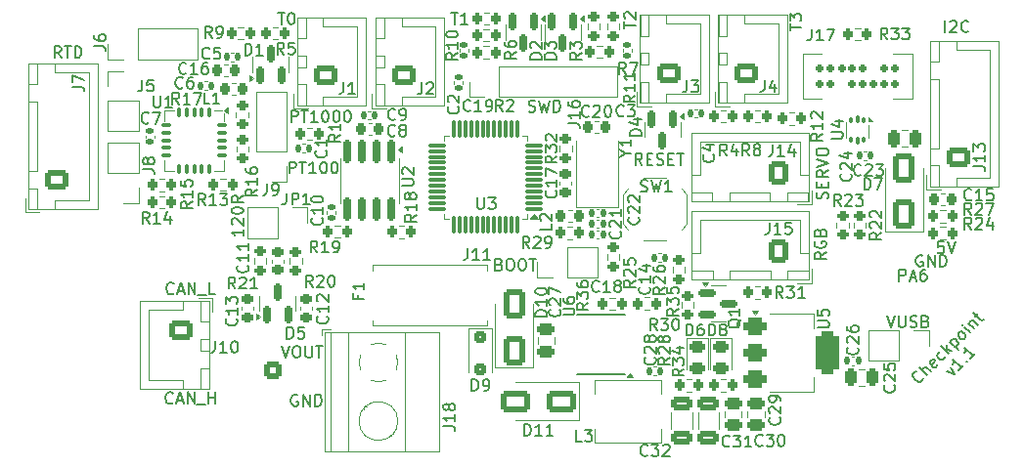
<source format=gbr>
%TF.GenerationSoftware,KiCad,Pcbnew,8.0.2-1*%
%TF.CreationDate,2024-05-26T17:37:46-04:00*%
%TF.ProjectId,checkpoint,63686563-6b70-46f6-996e-742e6b696361,v1.1*%
%TF.SameCoordinates,Original*%
%TF.FileFunction,Legend,Top*%
%TF.FilePolarity,Positive*%
%FSLAX46Y46*%
G04 Gerber Fmt 4.6, Leading zero omitted, Abs format (unit mm)*
G04 Created by KiCad (PCBNEW 8.0.2-1) date 2024-05-26 17:37:46*
%MOMM*%
%LPD*%
G01*
G04 APERTURE LIST*
G04 Aperture macros list*
%AMRoundRect*
0 Rectangle with rounded corners*
0 $1 Rounding radius*
0 $2 $3 $4 $5 $6 $7 $8 $9 X,Y pos of 4 corners*
0 Add a 4 corners polygon primitive as box body*
4,1,4,$2,$3,$4,$5,$6,$7,$8,$9,$2,$3,0*
0 Add four circle primitives for the rounded corners*
1,1,$1+$1,$2,$3*
1,1,$1+$1,$4,$5*
1,1,$1+$1,$6,$7*
1,1,$1+$1,$8,$9*
0 Add four rect primitives between the rounded corners*
20,1,$1+$1,$2,$3,$4,$5,0*
20,1,$1+$1,$4,$5,$6,$7,0*
20,1,$1+$1,$6,$7,$8,$9,0*
20,1,$1+$1,$8,$9,$2,$3,0*%
%AMHorizOval*
0 Thick line with rounded ends*
0 $1 width*
0 $2 $3 position (X,Y) of the first rounded end (center of the circle)*
0 $4 $5 position (X,Y) of the second rounded end (center of the circle)*
0 Add line between two ends*
20,1,$1,$2,$3,$4,$5,0*
0 Add two circle primitives to create the rounded ends*
1,1,$1,$2,$3*
1,1,$1,$4,$5*%
G04 Aperture macros list end*
%ADD10C,0.150000*%
%ADD11C,0.200000*%
%ADD12C,0.120000*%
%ADD13C,0.100000*%
%ADD14RoundRect,0.250000X0.750000X-0.600000X0.750000X0.600000X-0.750000X0.600000X-0.750000X-0.600000X0*%
%ADD15O,2.000000X1.700000*%
%ADD16RoundRect,0.140000X0.140000X0.170000X-0.140000X0.170000X-0.140000X-0.170000X0.140000X-0.170000X0*%
%ADD17RoundRect,0.200000X0.275000X-0.200000X0.275000X0.200000X-0.275000X0.200000X-0.275000X-0.200000X0*%
%ADD18RoundRect,0.250000X0.475000X-0.250000X0.475000X0.250000X-0.475000X0.250000X-0.475000X-0.250000X0*%
%ADD19RoundRect,0.200000X0.200000X0.275000X-0.200000X0.275000X-0.200000X-0.275000X0.200000X-0.275000X0*%
%ADD20R,1.700000X1.700000*%
%ADD21O,1.700000X1.700000*%
%ADD22RoundRect,0.075000X-0.075000X0.337500X-0.075000X-0.337500X0.075000X-0.337500X0.075000X0.337500X0*%
%ADD23RoundRect,0.075000X-0.337500X0.075000X-0.337500X-0.075000X0.337500X-0.075000X0.337500X0.075000X0*%
%ADD24R,3.250000X3.250000*%
%ADD25RoundRect,0.250000X-0.475000X0.250000X-0.475000X-0.250000X0.475000X-0.250000X0.475000X0.250000X0*%
%ADD26RoundRect,0.093750X-0.093750X0.156250X-0.093750X-0.156250X0.093750X-0.156250X0.093750X0.156250X0*%
%ADD27RoundRect,0.075000X-0.075000X0.250000X-0.075000X-0.250000X0.075000X-0.250000X0.075000X0.250000X0*%
%ADD28RoundRect,0.225000X0.225000X0.250000X-0.225000X0.250000X-0.225000X-0.250000X0.225000X-0.250000X0*%
%ADD29RoundRect,0.140000X-0.170000X0.140000X-0.170000X-0.140000X0.170000X-0.140000X0.170000X0.140000X0*%
%ADD30RoundRect,0.250000X0.650000X-1.000000X0.650000X1.000000X-0.650000X1.000000X-0.650000X-1.000000X0*%
%ADD31RoundRect,0.200000X-0.200000X-0.275000X0.200000X-0.275000X0.200000X0.275000X-0.200000X0.275000X0*%
%ADD32RoundRect,0.150000X0.150000X-0.587500X0.150000X0.587500X-0.150000X0.587500X-0.150000X-0.587500X0*%
%ADD33RoundRect,0.243750X-0.456250X0.243750X-0.456250X-0.243750X0.456250X-0.243750X0.456250X0.243750X0*%
%ADD34RoundRect,0.140000X-0.140000X-0.170000X0.140000X-0.170000X0.140000X0.170000X-0.140000X0.170000X0*%
%ADD35RoundRect,0.250000X-0.650000X0.325000X-0.650000X-0.325000X0.650000X-0.325000X0.650000X0.325000X0*%
%ADD36RoundRect,0.250000X-0.750000X0.600000X-0.750000X-0.600000X0.750000X-0.600000X0.750000X0.600000X0*%
%ADD37RoundRect,0.218750X0.218750X0.256250X-0.218750X0.256250X-0.218750X-0.256250X0.218750X-0.256250X0*%
%ADD38RoundRect,0.075000X0.662500X0.075000X-0.662500X0.075000X-0.662500X-0.075000X0.662500X-0.075000X0*%
%ADD39RoundRect,0.075000X0.075000X0.662500X-0.075000X0.662500X-0.075000X-0.662500X0.075000X-0.662500X0*%
%ADD40R,2.600000X2.600000*%
%ADD41C,2.600000*%
%ADD42RoundRect,0.150000X-0.150000X0.587500X-0.150000X-0.587500X0.150000X-0.587500X0.150000X0.587500X0*%
%ADD43RoundRect,0.250000X-0.250000X-0.475000X0.250000X-0.475000X0.250000X0.475000X-0.250000X0.475000X0*%
%ADD44RoundRect,0.225000X-0.250000X0.225000X-0.250000X-0.225000X0.250000X-0.225000X0.250000X0.225000X0*%
%ADD45RoundRect,0.150000X-0.150000X0.825000X-0.150000X-0.825000X0.150000X-0.825000X0.150000X0.825000X0*%
%ADD46RoundRect,0.250000X0.600000X0.725000X-0.600000X0.725000X-0.600000X-0.725000X0.600000X-0.725000X0*%
%ADD47O,1.700000X1.950000*%
%ADD48RoundRect,0.200000X-0.275000X0.200000X-0.275000X-0.200000X0.275000X-0.200000X0.275000X0.200000X0*%
%ADD49R,1.550000X0.600000*%
%ADD50R,2.600000X3.100000*%
%ADD51RoundRect,0.375000X-0.625000X-0.375000X0.625000X-0.375000X0.625000X0.375000X-0.625000X0.375000X0*%
%ADD52RoundRect,0.500000X-0.500000X-1.400000X0.500000X-1.400000X0.500000X1.400000X-0.500000X1.400000X0*%
%ADD53R,4.240000X3.810000*%
%ADD54R,2.000000X2.500000*%
%ADD55RoundRect,0.225000X-0.225000X-0.250000X0.225000X-0.250000X0.225000X0.250000X-0.225000X0.250000X0*%
%ADD56R,2.400000X2.000000*%
%ADD57RoundRect,0.225000X0.250000X-0.225000X0.250000X0.225000X-0.250000X0.225000X-0.250000X-0.225000X0*%
%ADD58RoundRect,0.250000X0.725000X-0.600000X0.725000X0.600000X-0.725000X0.600000X-0.725000X-0.600000X0*%
%ADD59O,1.950000X1.700000*%
%ADD60R,0.750000X1.000000*%
%ADD61RoundRect,0.250000X1.000000X0.650000X-1.000000X0.650000X-1.000000X-0.650000X1.000000X-0.650000X0*%
%ADD62RoundRect,0.150000X-0.150000X-0.150000X0.150000X-0.150000X0.150000X0.150000X-0.150000X0.150000X0*%
%ADD63O,1.800000X0.900000*%
%ADD64RoundRect,0.250000X-0.300000X0.300000X-0.300000X-0.300000X0.300000X-0.300000X0.300000X0.300000X0*%
%ADD65RoundRect,0.150000X-0.587500X-0.150000X0.587500X-0.150000X0.587500X0.150000X-0.587500X0.150000X0*%
%ADD66C,1.020000*%
%ADD67RoundRect,0.250001X0.499999X0.499999X-0.499999X0.499999X-0.499999X-0.499999X0.499999X-0.499999X0*%
%ADD68C,1.500000*%
%ADD69RoundRect,0.250000X0.088388X-0.936916X0.936916X-0.088388X-0.088388X0.936916X-0.936916X0.088388X0*%
%ADD70HorizOval,1.700000X-0.088388X0.088388X0.088388X-0.088388X0*%
G04 APERTURE END LIST*
D10*
X78720588Y-22707438D02*
X78625350Y-22659819D01*
X78625350Y-22659819D02*
X78482493Y-22659819D01*
X78482493Y-22659819D02*
X78339636Y-22707438D01*
X78339636Y-22707438D02*
X78244398Y-22802676D01*
X78244398Y-22802676D02*
X78196779Y-22897914D01*
X78196779Y-22897914D02*
X78149160Y-23088390D01*
X78149160Y-23088390D02*
X78149160Y-23231247D01*
X78149160Y-23231247D02*
X78196779Y-23421723D01*
X78196779Y-23421723D02*
X78244398Y-23516961D01*
X78244398Y-23516961D02*
X78339636Y-23612200D01*
X78339636Y-23612200D02*
X78482493Y-23659819D01*
X78482493Y-23659819D02*
X78577731Y-23659819D01*
X78577731Y-23659819D02*
X78720588Y-23612200D01*
X78720588Y-23612200D02*
X78768207Y-23564580D01*
X78768207Y-23564580D02*
X78768207Y-23231247D01*
X78768207Y-23231247D02*
X78577731Y-23231247D01*
X79196779Y-23659819D02*
X79196779Y-22659819D01*
X79196779Y-22659819D02*
X79768207Y-23659819D01*
X79768207Y-23659819D02*
X79768207Y-22659819D01*
X80244398Y-23659819D02*
X80244398Y-22659819D01*
X80244398Y-22659819D02*
X80482493Y-22659819D01*
X80482493Y-22659819D02*
X80625350Y-22707438D01*
X80625350Y-22707438D02*
X80720588Y-22802676D01*
X80720588Y-22802676D02*
X80768207Y-22897914D01*
X80768207Y-22897914D02*
X80815826Y-23088390D01*
X80815826Y-23088390D02*
X80815826Y-23231247D01*
X80815826Y-23231247D02*
X80768207Y-23421723D01*
X80768207Y-23421723D02*
X80720588Y-23516961D01*
X80720588Y-23516961D02*
X80625350Y-23612200D01*
X80625350Y-23612200D02*
X80482493Y-23659819D01*
X80482493Y-23659819D02*
X80244398Y-23659819D01*
X80552969Y-21499819D02*
X80076779Y-21499819D01*
X80076779Y-21499819D02*
X80029160Y-21976009D01*
X80029160Y-21976009D02*
X80076779Y-21928390D01*
X80076779Y-21928390D02*
X80172017Y-21880771D01*
X80172017Y-21880771D02*
X80410112Y-21880771D01*
X80410112Y-21880771D02*
X80505350Y-21928390D01*
X80505350Y-21928390D02*
X80552969Y-21976009D01*
X80552969Y-21976009D02*
X80600588Y-22071247D01*
X80600588Y-22071247D02*
X80600588Y-22309342D01*
X80600588Y-22309342D02*
X80552969Y-22404580D01*
X80552969Y-22404580D02*
X80505350Y-22452200D01*
X80505350Y-22452200D02*
X80410112Y-22499819D01*
X80410112Y-22499819D02*
X80172017Y-22499819D01*
X80172017Y-22499819D02*
X80076779Y-22452200D01*
X80076779Y-22452200D02*
X80029160Y-22404580D01*
X80886303Y-21499819D02*
X81219636Y-22499819D01*
X81219636Y-22499819D02*
X81552969Y-21499819D01*
D11*
X13901101Y-25951980D02*
X13853482Y-25999600D01*
X13853482Y-25999600D02*
X13710625Y-26047219D01*
X13710625Y-26047219D02*
X13615387Y-26047219D01*
X13615387Y-26047219D02*
X13472530Y-25999600D01*
X13472530Y-25999600D02*
X13377292Y-25904361D01*
X13377292Y-25904361D02*
X13329673Y-25809123D01*
X13329673Y-25809123D02*
X13282054Y-25618647D01*
X13282054Y-25618647D02*
X13282054Y-25475790D01*
X13282054Y-25475790D02*
X13329673Y-25285314D01*
X13329673Y-25285314D02*
X13377292Y-25190076D01*
X13377292Y-25190076D02*
X13472530Y-25094838D01*
X13472530Y-25094838D02*
X13615387Y-25047219D01*
X13615387Y-25047219D02*
X13710625Y-25047219D01*
X13710625Y-25047219D02*
X13853482Y-25094838D01*
X13853482Y-25094838D02*
X13901101Y-25142457D01*
X14282054Y-25761504D02*
X14758244Y-25761504D01*
X14186816Y-26047219D02*
X14520149Y-25047219D01*
X14520149Y-25047219D02*
X14853482Y-26047219D01*
X15186816Y-26047219D02*
X15186816Y-25047219D01*
X15186816Y-25047219D02*
X15758244Y-26047219D01*
X15758244Y-26047219D02*
X15758244Y-25047219D01*
X15996340Y-26142457D02*
X16758244Y-26142457D01*
X17472530Y-26047219D02*
X16996340Y-26047219D01*
X16996340Y-26047219D02*
X16996340Y-25047219D01*
X37926816Y-1637219D02*
X38498244Y-1637219D01*
X38212530Y-2637219D02*
X38212530Y-1637219D01*
X39355387Y-2637219D02*
X38783959Y-2637219D01*
X39069673Y-2637219D02*
X39069673Y-1637219D01*
X39069673Y-1637219D02*
X38974435Y-1780076D01*
X38974435Y-1780076D02*
X38879197Y-1875314D01*
X38879197Y-1875314D02*
X38783959Y-1922933D01*
D10*
X76716779Y-24899819D02*
X76716779Y-23899819D01*
X76716779Y-23899819D02*
X77097731Y-23899819D01*
X77097731Y-23899819D02*
X77192969Y-23947438D01*
X77192969Y-23947438D02*
X77240588Y-23995057D01*
X77240588Y-23995057D02*
X77288207Y-24090295D01*
X77288207Y-24090295D02*
X77288207Y-24233152D01*
X77288207Y-24233152D02*
X77240588Y-24328390D01*
X77240588Y-24328390D02*
X77192969Y-24376009D01*
X77192969Y-24376009D02*
X77097731Y-24423628D01*
X77097731Y-24423628D02*
X76716779Y-24423628D01*
X77669160Y-24614104D02*
X78145350Y-24614104D01*
X77573922Y-24899819D02*
X77907255Y-23899819D01*
X77907255Y-23899819D02*
X78240588Y-24899819D01*
X79002493Y-23899819D02*
X78812017Y-23899819D01*
X78812017Y-23899819D02*
X78716779Y-23947438D01*
X78716779Y-23947438D02*
X78669160Y-23995057D01*
X78669160Y-23995057D02*
X78573922Y-24137914D01*
X78573922Y-24137914D02*
X78526303Y-24328390D01*
X78526303Y-24328390D02*
X78526303Y-24709342D01*
X78526303Y-24709342D02*
X78573922Y-24804580D01*
X78573922Y-24804580D02*
X78621541Y-24852200D01*
X78621541Y-24852200D02*
X78716779Y-24899819D01*
X78716779Y-24899819D02*
X78907255Y-24899819D01*
X78907255Y-24899819D02*
X79002493Y-24852200D01*
X79002493Y-24852200D02*
X79050112Y-24804580D01*
X79050112Y-24804580D02*
X79097731Y-24709342D01*
X79097731Y-24709342D02*
X79097731Y-24471247D01*
X79097731Y-24471247D02*
X79050112Y-24376009D01*
X79050112Y-24376009D02*
X79002493Y-24328390D01*
X79002493Y-24328390D02*
X78907255Y-24280771D01*
X78907255Y-24280771D02*
X78716779Y-24280771D01*
X78716779Y-24280771D02*
X78621541Y-24328390D01*
X78621541Y-24328390D02*
X78573922Y-24376009D01*
X78573922Y-24376009D02*
X78526303Y-24471247D01*
D11*
X13821101Y-35441980D02*
X13773482Y-35489600D01*
X13773482Y-35489600D02*
X13630625Y-35537219D01*
X13630625Y-35537219D02*
X13535387Y-35537219D01*
X13535387Y-35537219D02*
X13392530Y-35489600D01*
X13392530Y-35489600D02*
X13297292Y-35394361D01*
X13297292Y-35394361D02*
X13249673Y-35299123D01*
X13249673Y-35299123D02*
X13202054Y-35108647D01*
X13202054Y-35108647D02*
X13202054Y-34965790D01*
X13202054Y-34965790D02*
X13249673Y-34775314D01*
X13249673Y-34775314D02*
X13297292Y-34680076D01*
X13297292Y-34680076D02*
X13392530Y-34584838D01*
X13392530Y-34584838D02*
X13535387Y-34537219D01*
X13535387Y-34537219D02*
X13630625Y-34537219D01*
X13630625Y-34537219D02*
X13773482Y-34584838D01*
X13773482Y-34584838D02*
X13821101Y-34632457D01*
X14202054Y-35251504D02*
X14678244Y-35251504D01*
X14106816Y-35537219D02*
X14440149Y-34537219D01*
X14440149Y-34537219D02*
X14773482Y-35537219D01*
X15106816Y-35537219D02*
X15106816Y-34537219D01*
X15106816Y-34537219D02*
X15678244Y-35537219D01*
X15678244Y-35537219D02*
X15678244Y-34537219D01*
X15916340Y-35632457D02*
X16678244Y-35632457D01*
X16916340Y-35537219D02*
X16916340Y-34537219D01*
X16916340Y-35013409D02*
X17487768Y-35013409D01*
X17487768Y-35537219D02*
X17487768Y-34537219D01*
X54451101Y-14837219D02*
X54117768Y-14361028D01*
X53879673Y-14837219D02*
X53879673Y-13837219D01*
X53879673Y-13837219D02*
X54260625Y-13837219D01*
X54260625Y-13837219D02*
X54355863Y-13884838D01*
X54355863Y-13884838D02*
X54403482Y-13932457D01*
X54403482Y-13932457D02*
X54451101Y-14027695D01*
X54451101Y-14027695D02*
X54451101Y-14170552D01*
X54451101Y-14170552D02*
X54403482Y-14265790D01*
X54403482Y-14265790D02*
X54355863Y-14313409D01*
X54355863Y-14313409D02*
X54260625Y-14361028D01*
X54260625Y-14361028D02*
X53879673Y-14361028D01*
X54879673Y-14313409D02*
X55213006Y-14313409D01*
X55355863Y-14837219D02*
X54879673Y-14837219D01*
X54879673Y-14837219D02*
X54879673Y-13837219D01*
X54879673Y-13837219D02*
X55355863Y-13837219D01*
X55736816Y-14789600D02*
X55879673Y-14837219D01*
X55879673Y-14837219D02*
X56117768Y-14837219D01*
X56117768Y-14837219D02*
X56213006Y-14789600D01*
X56213006Y-14789600D02*
X56260625Y-14741980D01*
X56260625Y-14741980D02*
X56308244Y-14646742D01*
X56308244Y-14646742D02*
X56308244Y-14551504D01*
X56308244Y-14551504D02*
X56260625Y-14456266D01*
X56260625Y-14456266D02*
X56213006Y-14408647D01*
X56213006Y-14408647D02*
X56117768Y-14361028D01*
X56117768Y-14361028D02*
X55927292Y-14313409D01*
X55927292Y-14313409D02*
X55832054Y-14265790D01*
X55832054Y-14265790D02*
X55784435Y-14218171D01*
X55784435Y-14218171D02*
X55736816Y-14122933D01*
X55736816Y-14122933D02*
X55736816Y-14027695D01*
X55736816Y-14027695D02*
X55784435Y-13932457D01*
X55784435Y-13932457D02*
X55832054Y-13884838D01*
X55832054Y-13884838D02*
X55927292Y-13837219D01*
X55927292Y-13837219D02*
X56165387Y-13837219D01*
X56165387Y-13837219D02*
X56308244Y-13884838D01*
X56736816Y-14313409D02*
X57070149Y-14313409D01*
X57213006Y-14837219D02*
X56736816Y-14837219D01*
X56736816Y-14837219D02*
X56736816Y-13837219D01*
X56736816Y-13837219D02*
X57213006Y-13837219D01*
X57498721Y-13837219D02*
X58070149Y-13837219D01*
X57784435Y-14837219D02*
X57784435Y-13837219D01*
X23929673Y-15567219D02*
X23929673Y-14567219D01*
X23929673Y-14567219D02*
X24310625Y-14567219D01*
X24310625Y-14567219D02*
X24405863Y-14614838D01*
X24405863Y-14614838D02*
X24453482Y-14662457D01*
X24453482Y-14662457D02*
X24501101Y-14757695D01*
X24501101Y-14757695D02*
X24501101Y-14900552D01*
X24501101Y-14900552D02*
X24453482Y-14995790D01*
X24453482Y-14995790D02*
X24405863Y-15043409D01*
X24405863Y-15043409D02*
X24310625Y-15091028D01*
X24310625Y-15091028D02*
X23929673Y-15091028D01*
X24786816Y-14567219D02*
X25358244Y-14567219D01*
X25072530Y-15567219D02*
X25072530Y-14567219D01*
X26215387Y-15567219D02*
X25643959Y-15567219D01*
X25929673Y-15567219D02*
X25929673Y-14567219D01*
X25929673Y-14567219D02*
X25834435Y-14710076D01*
X25834435Y-14710076D02*
X25739197Y-14805314D01*
X25739197Y-14805314D02*
X25643959Y-14852933D01*
X26834435Y-14567219D02*
X26929673Y-14567219D01*
X26929673Y-14567219D02*
X27024911Y-14614838D01*
X27024911Y-14614838D02*
X27072530Y-14662457D01*
X27072530Y-14662457D02*
X27120149Y-14757695D01*
X27120149Y-14757695D02*
X27167768Y-14948171D01*
X27167768Y-14948171D02*
X27167768Y-15186266D01*
X27167768Y-15186266D02*
X27120149Y-15376742D01*
X27120149Y-15376742D02*
X27072530Y-15471980D01*
X27072530Y-15471980D02*
X27024911Y-15519600D01*
X27024911Y-15519600D02*
X26929673Y-15567219D01*
X26929673Y-15567219D02*
X26834435Y-15567219D01*
X26834435Y-15567219D02*
X26739197Y-15519600D01*
X26739197Y-15519600D02*
X26691578Y-15471980D01*
X26691578Y-15471980D02*
X26643959Y-15376742D01*
X26643959Y-15376742D02*
X26596340Y-15186266D01*
X26596340Y-15186266D02*
X26596340Y-14948171D01*
X26596340Y-14948171D02*
X26643959Y-14757695D01*
X26643959Y-14757695D02*
X26691578Y-14662457D01*
X26691578Y-14662457D02*
X26739197Y-14614838D01*
X26739197Y-14614838D02*
X26834435Y-14567219D01*
X27786816Y-14567219D02*
X27882054Y-14567219D01*
X27882054Y-14567219D02*
X27977292Y-14614838D01*
X27977292Y-14614838D02*
X28024911Y-14662457D01*
X28024911Y-14662457D02*
X28072530Y-14757695D01*
X28072530Y-14757695D02*
X28120149Y-14948171D01*
X28120149Y-14948171D02*
X28120149Y-15186266D01*
X28120149Y-15186266D02*
X28072530Y-15376742D01*
X28072530Y-15376742D02*
X28024911Y-15471980D01*
X28024911Y-15471980D02*
X27977292Y-15519600D01*
X27977292Y-15519600D02*
X27882054Y-15567219D01*
X27882054Y-15567219D02*
X27786816Y-15567219D01*
X27786816Y-15567219D02*
X27691578Y-15519600D01*
X27691578Y-15519600D02*
X27643959Y-15471980D01*
X27643959Y-15471980D02*
X27596340Y-15376742D01*
X27596340Y-15376742D02*
X27548721Y-15186266D01*
X27548721Y-15186266D02*
X27548721Y-14948171D01*
X27548721Y-14948171D02*
X27596340Y-14757695D01*
X27596340Y-14757695D02*
X27643959Y-14662457D01*
X27643959Y-14662457D02*
X27691578Y-14614838D01*
X27691578Y-14614838D02*
X27786816Y-14567219D01*
X70387219Y-22428898D02*
X69911028Y-22762231D01*
X70387219Y-23000326D02*
X69387219Y-23000326D01*
X69387219Y-23000326D02*
X69387219Y-22619374D01*
X69387219Y-22619374D02*
X69434838Y-22524136D01*
X69434838Y-22524136D02*
X69482457Y-22476517D01*
X69482457Y-22476517D02*
X69577695Y-22428898D01*
X69577695Y-22428898D02*
X69720552Y-22428898D01*
X69720552Y-22428898D02*
X69815790Y-22476517D01*
X69815790Y-22476517D02*
X69863409Y-22524136D01*
X69863409Y-22524136D02*
X69911028Y-22619374D01*
X69911028Y-22619374D02*
X69911028Y-23000326D01*
X69434838Y-21476517D02*
X69387219Y-21571755D01*
X69387219Y-21571755D02*
X69387219Y-21714612D01*
X69387219Y-21714612D02*
X69434838Y-21857469D01*
X69434838Y-21857469D02*
X69530076Y-21952707D01*
X69530076Y-21952707D02*
X69625314Y-22000326D01*
X69625314Y-22000326D02*
X69815790Y-22047945D01*
X69815790Y-22047945D02*
X69958647Y-22047945D01*
X69958647Y-22047945D02*
X70149123Y-22000326D01*
X70149123Y-22000326D02*
X70244361Y-21952707D01*
X70244361Y-21952707D02*
X70339600Y-21857469D01*
X70339600Y-21857469D02*
X70387219Y-21714612D01*
X70387219Y-21714612D02*
X70387219Y-21619374D01*
X70387219Y-21619374D02*
X70339600Y-21476517D01*
X70339600Y-21476517D02*
X70291980Y-21428898D01*
X70291980Y-21428898D02*
X69958647Y-21428898D01*
X69958647Y-21428898D02*
X69958647Y-21619374D01*
X69863409Y-20666993D02*
X69911028Y-20524136D01*
X69911028Y-20524136D02*
X69958647Y-20476517D01*
X69958647Y-20476517D02*
X70053885Y-20428898D01*
X70053885Y-20428898D02*
X70196742Y-20428898D01*
X70196742Y-20428898D02*
X70291980Y-20476517D01*
X70291980Y-20476517D02*
X70339600Y-20524136D01*
X70339600Y-20524136D02*
X70387219Y-20619374D01*
X70387219Y-20619374D02*
X70387219Y-21000326D01*
X70387219Y-21000326D02*
X69387219Y-21000326D01*
X69387219Y-21000326D02*
X69387219Y-20666993D01*
X69387219Y-20666993D02*
X69434838Y-20571755D01*
X69434838Y-20571755D02*
X69482457Y-20524136D01*
X69482457Y-20524136D02*
X69577695Y-20476517D01*
X69577695Y-20476517D02*
X69672933Y-20476517D01*
X69672933Y-20476517D02*
X69768171Y-20524136D01*
X69768171Y-20524136D02*
X69815790Y-20571755D01*
X69815790Y-20571755D02*
X69863409Y-20666993D01*
X69863409Y-20666993D02*
X69863409Y-21000326D01*
X42083006Y-23453409D02*
X42225863Y-23501028D01*
X42225863Y-23501028D02*
X42273482Y-23548647D01*
X42273482Y-23548647D02*
X42321101Y-23643885D01*
X42321101Y-23643885D02*
X42321101Y-23786742D01*
X42321101Y-23786742D02*
X42273482Y-23881980D01*
X42273482Y-23881980D02*
X42225863Y-23929600D01*
X42225863Y-23929600D02*
X42130625Y-23977219D01*
X42130625Y-23977219D02*
X41749673Y-23977219D01*
X41749673Y-23977219D02*
X41749673Y-22977219D01*
X41749673Y-22977219D02*
X42083006Y-22977219D01*
X42083006Y-22977219D02*
X42178244Y-23024838D01*
X42178244Y-23024838D02*
X42225863Y-23072457D01*
X42225863Y-23072457D02*
X42273482Y-23167695D01*
X42273482Y-23167695D02*
X42273482Y-23262933D01*
X42273482Y-23262933D02*
X42225863Y-23358171D01*
X42225863Y-23358171D02*
X42178244Y-23405790D01*
X42178244Y-23405790D02*
X42083006Y-23453409D01*
X42083006Y-23453409D02*
X41749673Y-23453409D01*
X42940149Y-22977219D02*
X43130625Y-22977219D01*
X43130625Y-22977219D02*
X43225863Y-23024838D01*
X43225863Y-23024838D02*
X43321101Y-23120076D01*
X43321101Y-23120076D02*
X43368720Y-23310552D01*
X43368720Y-23310552D02*
X43368720Y-23643885D01*
X43368720Y-23643885D02*
X43321101Y-23834361D01*
X43321101Y-23834361D02*
X43225863Y-23929600D01*
X43225863Y-23929600D02*
X43130625Y-23977219D01*
X43130625Y-23977219D02*
X42940149Y-23977219D01*
X42940149Y-23977219D02*
X42844911Y-23929600D01*
X42844911Y-23929600D02*
X42749673Y-23834361D01*
X42749673Y-23834361D02*
X42702054Y-23643885D01*
X42702054Y-23643885D02*
X42702054Y-23310552D01*
X42702054Y-23310552D02*
X42749673Y-23120076D01*
X42749673Y-23120076D02*
X42844911Y-23024838D01*
X42844911Y-23024838D02*
X42940149Y-22977219D01*
X43987768Y-22977219D02*
X44178244Y-22977219D01*
X44178244Y-22977219D02*
X44273482Y-23024838D01*
X44273482Y-23024838D02*
X44368720Y-23120076D01*
X44368720Y-23120076D02*
X44416339Y-23310552D01*
X44416339Y-23310552D02*
X44416339Y-23643885D01*
X44416339Y-23643885D02*
X44368720Y-23834361D01*
X44368720Y-23834361D02*
X44273482Y-23929600D01*
X44273482Y-23929600D02*
X44178244Y-23977219D01*
X44178244Y-23977219D02*
X43987768Y-23977219D01*
X43987768Y-23977219D02*
X43892530Y-23929600D01*
X43892530Y-23929600D02*
X43797292Y-23834361D01*
X43797292Y-23834361D02*
X43749673Y-23643885D01*
X43749673Y-23643885D02*
X43749673Y-23310552D01*
X43749673Y-23310552D02*
X43797292Y-23120076D01*
X43797292Y-23120076D02*
X43892530Y-23024838D01*
X43892530Y-23024838D02*
X43987768Y-22977219D01*
X44702054Y-22977219D02*
X45273482Y-22977219D01*
X44987768Y-23977219D02*
X44987768Y-22977219D01*
X24079673Y-11127219D02*
X24079673Y-10127219D01*
X24079673Y-10127219D02*
X24460625Y-10127219D01*
X24460625Y-10127219D02*
X24555863Y-10174838D01*
X24555863Y-10174838D02*
X24603482Y-10222457D01*
X24603482Y-10222457D02*
X24651101Y-10317695D01*
X24651101Y-10317695D02*
X24651101Y-10460552D01*
X24651101Y-10460552D02*
X24603482Y-10555790D01*
X24603482Y-10555790D02*
X24555863Y-10603409D01*
X24555863Y-10603409D02*
X24460625Y-10651028D01*
X24460625Y-10651028D02*
X24079673Y-10651028D01*
X24936816Y-10127219D02*
X25508244Y-10127219D01*
X25222530Y-11127219D02*
X25222530Y-10127219D01*
X26365387Y-11127219D02*
X25793959Y-11127219D01*
X26079673Y-11127219D02*
X26079673Y-10127219D01*
X26079673Y-10127219D02*
X25984435Y-10270076D01*
X25984435Y-10270076D02*
X25889197Y-10365314D01*
X25889197Y-10365314D02*
X25793959Y-10412933D01*
X26984435Y-10127219D02*
X27079673Y-10127219D01*
X27079673Y-10127219D02*
X27174911Y-10174838D01*
X27174911Y-10174838D02*
X27222530Y-10222457D01*
X27222530Y-10222457D02*
X27270149Y-10317695D01*
X27270149Y-10317695D02*
X27317768Y-10508171D01*
X27317768Y-10508171D02*
X27317768Y-10746266D01*
X27317768Y-10746266D02*
X27270149Y-10936742D01*
X27270149Y-10936742D02*
X27222530Y-11031980D01*
X27222530Y-11031980D02*
X27174911Y-11079600D01*
X27174911Y-11079600D02*
X27079673Y-11127219D01*
X27079673Y-11127219D02*
X26984435Y-11127219D01*
X26984435Y-11127219D02*
X26889197Y-11079600D01*
X26889197Y-11079600D02*
X26841578Y-11031980D01*
X26841578Y-11031980D02*
X26793959Y-10936742D01*
X26793959Y-10936742D02*
X26746340Y-10746266D01*
X26746340Y-10746266D02*
X26746340Y-10508171D01*
X26746340Y-10508171D02*
X26793959Y-10317695D01*
X26793959Y-10317695D02*
X26841578Y-10222457D01*
X26841578Y-10222457D02*
X26889197Y-10174838D01*
X26889197Y-10174838D02*
X26984435Y-10127219D01*
X27936816Y-10127219D02*
X28032054Y-10127219D01*
X28032054Y-10127219D02*
X28127292Y-10174838D01*
X28127292Y-10174838D02*
X28174911Y-10222457D01*
X28174911Y-10222457D02*
X28222530Y-10317695D01*
X28222530Y-10317695D02*
X28270149Y-10508171D01*
X28270149Y-10508171D02*
X28270149Y-10746266D01*
X28270149Y-10746266D02*
X28222530Y-10936742D01*
X28222530Y-10936742D02*
X28174911Y-11031980D01*
X28174911Y-11031980D02*
X28127292Y-11079600D01*
X28127292Y-11079600D02*
X28032054Y-11127219D01*
X28032054Y-11127219D02*
X27936816Y-11127219D01*
X27936816Y-11127219D02*
X27841578Y-11079600D01*
X27841578Y-11079600D02*
X27793959Y-11031980D01*
X27793959Y-11031980D02*
X27746340Y-10936742D01*
X27746340Y-10936742D02*
X27698721Y-10746266D01*
X27698721Y-10746266D02*
X27698721Y-10508171D01*
X27698721Y-10508171D02*
X27746340Y-10317695D01*
X27746340Y-10317695D02*
X27793959Y-10222457D01*
X27793959Y-10222457D02*
X27841578Y-10174838D01*
X27841578Y-10174838D02*
X27936816Y-10127219D01*
X28889197Y-10127219D02*
X28984435Y-10127219D01*
X28984435Y-10127219D02*
X29079673Y-10174838D01*
X29079673Y-10174838D02*
X29127292Y-10222457D01*
X29127292Y-10222457D02*
X29174911Y-10317695D01*
X29174911Y-10317695D02*
X29222530Y-10508171D01*
X29222530Y-10508171D02*
X29222530Y-10746266D01*
X29222530Y-10746266D02*
X29174911Y-10936742D01*
X29174911Y-10936742D02*
X29127292Y-11031980D01*
X29127292Y-11031980D02*
X29079673Y-11079600D01*
X29079673Y-11079600D02*
X28984435Y-11127219D01*
X28984435Y-11127219D02*
X28889197Y-11127219D01*
X28889197Y-11127219D02*
X28793959Y-11079600D01*
X28793959Y-11079600D02*
X28746340Y-11031980D01*
X28746340Y-11031980D02*
X28698721Y-10936742D01*
X28698721Y-10936742D02*
X28651102Y-10746266D01*
X28651102Y-10746266D02*
X28651102Y-10508171D01*
X28651102Y-10508171D02*
X28698721Y-10317695D01*
X28698721Y-10317695D02*
X28746340Y-10222457D01*
X28746340Y-10222457D02*
X28793959Y-10174838D01*
X28793959Y-10174838D02*
X28889197Y-10127219D01*
X22936816Y-1657219D02*
X23508244Y-1657219D01*
X23222530Y-2657219D02*
X23222530Y-1657219D01*
X24032054Y-1657219D02*
X24127292Y-1657219D01*
X24127292Y-1657219D02*
X24222530Y-1704838D01*
X24222530Y-1704838D02*
X24270149Y-1752457D01*
X24270149Y-1752457D02*
X24317768Y-1847695D01*
X24317768Y-1847695D02*
X24365387Y-2038171D01*
X24365387Y-2038171D02*
X24365387Y-2276266D01*
X24365387Y-2276266D02*
X24317768Y-2466742D01*
X24317768Y-2466742D02*
X24270149Y-2561980D01*
X24270149Y-2561980D02*
X24222530Y-2609600D01*
X24222530Y-2609600D02*
X24127292Y-2657219D01*
X24127292Y-2657219D02*
X24032054Y-2657219D01*
X24032054Y-2657219D02*
X23936816Y-2609600D01*
X23936816Y-2609600D02*
X23889197Y-2561980D01*
X23889197Y-2561980D02*
X23841578Y-2466742D01*
X23841578Y-2466742D02*
X23793959Y-2276266D01*
X23793959Y-2276266D02*
X23793959Y-2038171D01*
X23793959Y-2038171D02*
X23841578Y-1847695D01*
X23841578Y-1847695D02*
X23889197Y-1752457D01*
X23889197Y-1752457D02*
X23936816Y-1704838D01*
X23936816Y-1704838D02*
X24032054Y-1657219D01*
X70499600Y-17767945D02*
X70547219Y-17625088D01*
X70547219Y-17625088D02*
X70547219Y-17386993D01*
X70547219Y-17386993D02*
X70499600Y-17291755D01*
X70499600Y-17291755D02*
X70451980Y-17244136D01*
X70451980Y-17244136D02*
X70356742Y-17196517D01*
X70356742Y-17196517D02*
X70261504Y-17196517D01*
X70261504Y-17196517D02*
X70166266Y-17244136D01*
X70166266Y-17244136D02*
X70118647Y-17291755D01*
X70118647Y-17291755D02*
X70071028Y-17386993D01*
X70071028Y-17386993D02*
X70023409Y-17577469D01*
X70023409Y-17577469D02*
X69975790Y-17672707D01*
X69975790Y-17672707D02*
X69928171Y-17720326D01*
X69928171Y-17720326D02*
X69832933Y-17767945D01*
X69832933Y-17767945D02*
X69737695Y-17767945D01*
X69737695Y-17767945D02*
X69642457Y-17720326D01*
X69642457Y-17720326D02*
X69594838Y-17672707D01*
X69594838Y-17672707D02*
X69547219Y-17577469D01*
X69547219Y-17577469D02*
X69547219Y-17339374D01*
X69547219Y-17339374D02*
X69594838Y-17196517D01*
X70023409Y-16767945D02*
X70023409Y-16434612D01*
X70547219Y-16291755D02*
X70547219Y-16767945D01*
X70547219Y-16767945D02*
X69547219Y-16767945D01*
X69547219Y-16767945D02*
X69547219Y-16291755D01*
X70547219Y-15291755D02*
X70071028Y-15625088D01*
X70547219Y-15863183D02*
X69547219Y-15863183D01*
X69547219Y-15863183D02*
X69547219Y-15482231D01*
X69547219Y-15482231D02*
X69594838Y-15386993D01*
X69594838Y-15386993D02*
X69642457Y-15339374D01*
X69642457Y-15339374D02*
X69737695Y-15291755D01*
X69737695Y-15291755D02*
X69880552Y-15291755D01*
X69880552Y-15291755D02*
X69975790Y-15339374D01*
X69975790Y-15339374D02*
X70023409Y-15386993D01*
X70023409Y-15386993D02*
X70071028Y-15482231D01*
X70071028Y-15482231D02*
X70071028Y-15863183D01*
X69547219Y-15006040D02*
X70547219Y-14672707D01*
X70547219Y-14672707D02*
X69547219Y-14339374D01*
X69547219Y-13815564D02*
X69547219Y-13625088D01*
X69547219Y-13625088D02*
X69594838Y-13529850D01*
X69594838Y-13529850D02*
X69690076Y-13434612D01*
X69690076Y-13434612D02*
X69880552Y-13386993D01*
X69880552Y-13386993D02*
X70213885Y-13386993D01*
X70213885Y-13386993D02*
X70404361Y-13434612D01*
X70404361Y-13434612D02*
X70499600Y-13529850D01*
X70499600Y-13529850D02*
X70547219Y-13625088D01*
X70547219Y-13625088D02*
X70547219Y-13815564D01*
X70547219Y-13815564D02*
X70499600Y-13910802D01*
X70499600Y-13910802D02*
X70404361Y-14006040D01*
X70404361Y-14006040D02*
X70213885Y-14053659D01*
X70213885Y-14053659D02*
X69880552Y-14053659D01*
X69880552Y-14053659D02*
X69690076Y-14006040D01*
X69690076Y-14006040D02*
X69594838Y-13910802D01*
X69594838Y-13910802D02*
X69547219Y-13815564D01*
X24623482Y-34784838D02*
X24528244Y-34737219D01*
X24528244Y-34737219D02*
X24385387Y-34737219D01*
X24385387Y-34737219D02*
X24242530Y-34784838D01*
X24242530Y-34784838D02*
X24147292Y-34880076D01*
X24147292Y-34880076D02*
X24099673Y-34975314D01*
X24099673Y-34975314D02*
X24052054Y-35165790D01*
X24052054Y-35165790D02*
X24052054Y-35308647D01*
X24052054Y-35308647D02*
X24099673Y-35499123D01*
X24099673Y-35499123D02*
X24147292Y-35594361D01*
X24147292Y-35594361D02*
X24242530Y-35689600D01*
X24242530Y-35689600D02*
X24385387Y-35737219D01*
X24385387Y-35737219D02*
X24480625Y-35737219D01*
X24480625Y-35737219D02*
X24623482Y-35689600D01*
X24623482Y-35689600D02*
X24671101Y-35641980D01*
X24671101Y-35641980D02*
X24671101Y-35308647D01*
X24671101Y-35308647D02*
X24480625Y-35308647D01*
X25099673Y-35737219D02*
X25099673Y-34737219D01*
X25099673Y-34737219D02*
X25671101Y-35737219D01*
X25671101Y-35737219D02*
X25671101Y-34737219D01*
X26147292Y-35737219D02*
X26147292Y-34737219D01*
X26147292Y-34737219D02*
X26385387Y-34737219D01*
X26385387Y-34737219D02*
X26528244Y-34784838D01*
X26528244Y-34784838D02*
X26623482Y-34880076D01*
X26623482Y-34880076D02*
X26671101Y-34975314D01*
X26671101Y-34975314D02*
X26718720Y-35165790D01*
X26718720Y-35165790D02*
X26718720Y-35308647D01*
X26718720Y-35308647D02*
X26671101Y-35499123D01*
X26671101Y-35499123D02*
X26623482Y-35594361D01*
X26623482Y-35594361D02*
X26528244Y-35689600D01*
X26528244Y-35689600D02*
X26385387Y-35737219D01*
X26385387Y-35737219D02*
X26147292Y-35737219D01*
X80679673Y-3327219D02*
X80679673Y-2327219D01*
X81108244Y-2422457D02*
X81155863Y-2374838D01*
X81155863Y-2374838D02*
X81251101Y-2327219D01*
X81251101Y-2327219D02*
X81489196Y-2327219D01*
X81489196Y-2327219D02*
X81584434Y-2374838D01*
X81584434Y-2374838D02*
X81632053Y-2422457D01*
X81632053Y-2422457D02*
X81679672Y-2517695D01*
X81679672Y-2517695D02*
X81679672Y-2612933D01*
X81679672Y-2612933D02*
X81632053Y-2755790D01*
X81632053Y-2755790D02*
X81060625Y-3327219D01*
X81060625Y-3327219D02*
X81679672Y-3327219D01*
X82679672Y-3231980D02*
X82632053Y-3279600D01*
X82632053Y-3279600D02*
X82489196Y-3327219D01*
X82489196Y-3327219D02*
X82393958Y-3327219D01*
X82393958Y-3327219D02*
X82251101Y-3279600D01*
X82251101Y-3279600D02*
X82155863Y-3184361D01*
X82155863Y-3184361D02*
X82108244Y-3089123D01*
X82108244Y-3089123D02*
X82060625Y-2898647D01*
X82060625Y-2898647D02*
X82060625Y-2755790D01*
X82060625Y-2755790D02*
X82108244Y-2565314D01*
X82108244Y-2565314D02*
X82155863Y-2470076D01*
X82155863Y-2470076D02*
X82251101Y-2374838D01*
X82251101Y-2374838D02*
X82393958Y-2327219D01*
X82393958Y-2327219D02*
X82489196Y-2327219D01*
X82489196Y-2327219D02*
X82632053Y-2374838D01*
X82632053Y-2374838D02*
X82679672Y-2422457D01*
X78782730Y-33289431D02*
X78782730Y-33356775D01*
X78782730Y-33356775D02*
X78715386Y-33491462D01*
X78715386Y-33491462D02*
X78648043Y-33558805D01*
X78648043Y-33558805D02*
X78513356Y-33626149D01*
X78513356Y-33626149D02*
X78378669Y-33626149D01*
X78378669Y-33626149D02*
X78277654Y-33592477D01*
X78277654Y-33592477D02*
X78109295Y-33491462D01*
X78109295Y-33491462D02*
X78008280Y-33390447D01*
X78008280Y-33390447D02*
X77907264Y-33222088D01*
X77907264Y-33222088D02*
X77873593Y-33121073D01*
X77873593Y-33121073D02*
X77873593Y-32986386D01*
X77873593Y-32986386D02*
X77940936Y-32851699D01*
X77940936Y-32851699D02*
X78008280Y-32784355D01*
X78008280Y-32784355D02*
X78142967Y-32717012D01*
X78142967Y-32717012D02*
X78210310Y-32717012D01*
X79153119Y-33053729D02*
X78446012Y-32346622D01*
X79456165Y-32750683D02*
X79085776Y-32380294D01*
X79085776Y-32380294D02*
X78984760Y-32346622D01*
X78984760Y-32346622D02*
X78883745Y-32380294D01*
X78883745Y-32380294D02*
X78782730Y-32481309D01*
X78782730Y-32481309D02*
X78749058Y-32582325D01*
X78749058Y-32582325D02*
X78749058Y-32649668D01*
X80028585Y-32110920D02*
X79994913Y-32211935D01*
X79994913Y-32211935D02*
X79860226Y-32346622D01*
X79860226Y-32346622D02*
X79759211Y-32380294D01*
X79759211Y-32380294D02*
X79658195Y-32346622D01*
X79658195Y-32346622D02*
X79388821Y-32077248D01*
X79388821Y-32077248D02*
X79355150Y-31976233D01*
X79355150Y-31976233D02*
X79388821Y-31875218D01*
X79388821Y-31875218D02*
X79523508Y-31740531D01*
X79523508Y-31740531D02*
X79624524Y-31706859D01*
X79624524Y-31706859D02*
X79725539Y-31740531D01*
X79725539Y-31740531D02*
X79792882Y-31807874D01*
X79792882Y-31807874D02*
X79523508Y-32211935D01*
X80668348Y-31471157D02*
X80634676Y-31572172D01*
X80634676Y-31572172D02*
X80499989Y-31706859D01*
X80499989Y-31706859D02*
X80398974Y-31740531D01*
X80398974Y-31740531D02*
X80331631Y-31740531D01*
X80331631Y-31740531D02*
X80230615Y-31706859D01*
X80230615Y-31706859D02*
X80028585Y-31504828D01*
X80028585Y-31504828D02*
X79994913Y-31403813D01*
X79994913Y-31403813D02*
X79994913Y-31336470D01*
X79994913Y-31336470D02*
X80028585Y-31235454D01*
X80028585Y-31235454D02*
X80163272Y-31100767D01*
X80163272Y-31100767D02*
X80264287Y-31067096D01*
X81005066Y-31201783D02*
X80297959Y-30494676D01*
X80803035Y-30865065D02*
X81274440Y-30932409D01*
X80803035Y-30461004D02*
X80803035Y-30999752D01*
X81106081Y-30157958D02*
X81813188Y-30865065D01*
X81139753Y-30191630D02*
X81173425Y-30090615D01*
X81173425Y-30090615D02*
X81308112Y-29955928D01*
X81308112Y-29955928D02*
X81409127Y-29922256D01*
X81409127Y-29922256D02*
X81476470Y-29922256D01*
X81476470Y-29922256D02*
X81577486Y-29955928D01*
X81577486Y-29955928D02*
X81779516Y-30157958D01*
X81779516Y-30157958D02*
X81813188Y-30258973D01*
X81813188Y-30258973D02*
X81813188Y-30326317D01*
X81813188Y-30326317D02*
X81779516Y-30427332D01*
X81779516Y-30427332D02*
X81644829Y-30562019D01*
X81644829Y-30562019D02*
X81543814Y-30595691D01*
X82318264Y-29888584D02*
X82217249Y-29922256D01*
X82217249Y-29922256D02*
X82149905Y-29922256D01*
X82149905Y-29922256D02*
X82048890Y-29888584D01*
X82048890Y-29888584D02*
X81846860Y-29686554D01*
X81846860Y-29686554D02*
X81813188Y-29585538D01*
X81813188Y-29585538D02*
X81813188Y-29518195D01*
X81813188Y-29518195D02*
X81846860Y-29417180D01*
X81846860Y-29417180D02*
X81947875Y-29316164D01*
X81947875Y-29316164D02*
X82048890Y-29282493D01*
X82048890Y-29282493D02*
X82116234Y-29282493D01*
X82116234Y-29282493D02*
X82217249Y-29316164D01*
X82217249Y-29316164D02*
X82419279Y-29518195D01*
X82419279Y-29518195D02*
X82452951Y-29619210D01*
X82452951Y-29619210D02*
X82452951Y-29686554D01*
X82452951Y-29686554D02*
X82419279Y-29787569D01*
X82419279Y-29787569D02*
X82318264Y-29888584D01*
X82857012Y-29349836D02*
X82385608Y-28878431D01*
X82149906Y-28642729D02*
X82149906Y-28710073D01*
X82149906Y-28710073D02*
X82217249Y-28710073D01*
X82217249Y-28710073D02*
X82217249Y-28642729D01*
X82217249Y-28642729D02*
X82149906Y-28642729D01*
X82149906Y-28642729D02*
X82217249Y-28710073D01*
X82722325Y-28541714D02*
X83193729Y-29013119D01*
X82789668Y-28609058D02*
X82789668Y-28541714D01*
X82789668Y-28541714D02*
X82823340Y-28440699D01*
X82823340Y-28440699D02*
X82924355Y-28339684D01*
X82924355Y-28339684D02*
X83025371Y-28306012D01*
X83025371Y-28306012D02*
X83126386Y-28339684D01*
X83126386Y-28339684D02*
X83496775Y-28710073D01*
X83261073Y-28002966D02*
X83530447Y-27733592D01*
X83126386Y-27666249D02*
X83732478Y-28272340D01*
X83732478Y-28272340D02*
X83833493Y-28306012D01*
X83833493Y-28306012D02*
X83934508Y-28272340D01*
X83934508Y-28272340D02*
X84001852Y-28204997D01*
X80830269Y-32710574D02*
X81470033Y-33013620D01*
X81470033Y-33013620D02*
X81166987Y-32373856D01*
X82278155Y-32205497D02*
X81874094Y-32609558D01*
X82076124Y-32407528D02*
X81369018Y-31700421D01*
X81369018Y-31700421D02*
X81402689Y-31868780D01*
X81402689Y-31868780D02*
X81402689Y-32003467D01*
X81402689Y-32003467D02*
X81369018Y-32104482D01*
X82513857Y-31835108D02*
X82581201Y-31835108D01*
X82581201Y-31835108D02*
X82581201Y-31902452D01*
X82581201Y-31902452D02*
X82513857Y-31902452D01*
X82513857Y-31902452D02*
X82513857Y-31835108D01*
X82513857Y-31835108D02*
X82581201Y-31902452D01*
X83288307Y-31195345D02*
X82884246Y-31599406D01*
X83086277Y-31397376D02*
X82379170Y-30690269D01*
X82379170Y-30690269D02*
X82412842Y-30858628D01*
X82412842Y-30858628D02*
X82412842Y-30993315D01*
X82412842Y-30993315D02*
X82379170Y-31094330D01*
X67237219Y-3173183D02*
X67237219Y-2601755D01*
X68237219Y-2887469D02*
X67237219Y-2887469D01*
X67237219Y-2363659D02*
X67237219Y-1744612D01*
X67237219Y-1744612D02*
X67618171Y-2077945D01*
X67618171Y-2077945D02*
X67618171Y-1935088D01*
X67618171Y-1935088D02*
X67665790Y-1839850D01*
X67665790Y-1839850D02*
X67713409Y-1792231D01*
X67713409Y-1792231D02*
X67808647Y-1744612D01*
X67808647Y-1744612D02*
X68046742Y-1744612D01*
X68046742Y-1744612D02*
X68141980Y-1792231D01*
X68141980Y-1792231D02*
X68189600Y-1839850D01*
X68189600Y-1839850D02*
X68237219Y-1935088D01*
X68237219Y-1935088D02*
X68237219Y-2220802D01*
X68237219Y-2220802D02*
X68189600Y-2316040D01*
X68189600Y-2316040D02*
X68141980Y-2363659D01*
X23266816Y-30537219D02*
X23600149Y-31537219D01*
X23600149Y-31537219D02*
X23933482Y-30537219D01*
X24457292Y-30537219D02*
X24647768Y-30537219D01*
X24647768Y-30537219D02*
X24743006Y-30584838D01*
X24743006Y-30584838D02*
X24838244Y-30680076D01*
X24838244Y-30680076D02*
X24885863Y-30870552D01*
X24885863Y-30870552D02*
X24885863Y-31203885D01*
X24885863Y-31203885D02*
X24838244Y-31394361D01*
X24838244Y-31394361D02*
X24743006Y-31489600D01*
X24743006Y-31489600D02*
X24647768Y-31537219D01*
X24647768Y-31537219D02*
X24457292Y-31537219D01*
X24457292Y-31537219D02*
X24362054Y-31489600D01*
X24362054Y-31489600D02*
X24266816Y-31394361D01*
X24266816Y-31394361D02*
X24219197Y-31203885D01*
X24219197Y-31203885D02*
X24219197Y-30870552D01*
X24219197Y-30870552D02*
X24266816Y-30680076D01*
X24266816Y-30680076D02*
X24362054Y-30584838D01*
X24362054Y-30584838D02*
X24457292Y-30537219D01*
X25314435Y-30537219D02*
X25314435Y-31346742D01*
X25314435Y-31346742D02*
X25362054Y-31441980D01*
X25362054Y-31441980D02*
X25409673Y-31489600D01*
X25409673Y-31489600D02*
X25504911Y-31537219D01*
X25504911Y-31537219D02*
X25695387Y-31537219D01*
X25695387Y-31537219D02*
X25790625Y-31489600D01*
X25790625Y-31489600D02*
X25838244Y-31441980D01*
X25838244Y-31441980D02*
X25885863Y-31346742D01*
X25885863Y-31346742D02*
X25885863Y-30537219D01*
X26219197Y-30537219D02*
X26790625Y-30537219D01*
X26504911Y-31537219D02*
X26504911Y-30537219D01*
X44652054Y-10199600D02*
X44794911Y-10247219D01*
X44794911Y-10247219D02*
X45033006Y-10247219D01*
X45033006Y-10247219D02*
X45128244Y-10199600D01*
X45128244Y-10199600D02*
X45175863Y-10151980D01*
X45175863Y-10151980D02*
X45223482Y-10056742D01*
X45223482Y-10056742D02*
X45223482Y-9961504D01*
X45223482Y-9961504D02*
X45175863Y-9866266D01*
X45175863Y-9866266D02*
X45128244Y-9818647D01*
X45128244Y-9818647D02*
X45033006Y-9771028D01*
X45033006Y-9771028D02*
X44842530Y-9723409D01*
X44842530Y-9723409D02*
X44747292Y-9675790D01*
X44747292Y-9675790D02*
X44699673Y-9628171D01*
X44699673Y-9628171D02*
X44652054Y-9532933D01*
X44652054Y-9532933D02*
X44652054Y-9437695D01*
X44652054Y-9437695D02*
X44699673Y-9342457D01*
X44699673Y-9342457D02*
X44747292Y-9294838D01*
X44747292Y-9294838D02*
X44842530Y-9247219D01*
X44842530Y-9247219D02*
X45080625Y-9247219D01*
X45080625Y-9247219D02*
X45223482Y-9294838D01*
X45556816Y-9247219D02*
X45794911Y-10247219D01*
X45794911Y-10247219D02*
X45985387Y-9532933D01*
X45985387Y-9532933D02*
X46175863Y-10247219D01*
X46175863Y-10247219D02*
X46413959Y-9247219D01*
X46794911Y-10247219D02*
X46794911Y-9247219D01*
X46794911Y-9247219D02*
X47033006Y-9247219D01*
X47033006Y-9247219D02*
X47175863Y-9294838D01*
X47175863Y-9294838D02*
X47271101Y-9390076D01*
X47271101Y-9390076D02*
X47318720Y-9485314D01*
X47318720Y-9485314D02*
X47366339Y-9675790D01*
X47366339Y-9675790D02*
X47366339Y-9818647D01*
X47366339Y-9818647D02*
X47318720Y-10009123D01*
X47318720Y-10009123D02*
X47271101Y-10104361D01*
X47271101Y-10104361D02*
X47175863Y-10199600D01*
X47175863Y-10199600D02*
X47033006Y-10247219D01*
X47033006Y-10247219D02*
X46794911Y-10247219D01*
X4161101Y-5557219D02*
X3827768Y-5081028D01*
X3589673Y-5557219D02*
X3589673Y-4557219D01*
X3589673Y-4557219D02*
X3970625Y-4557219D01*
X3970625Y-4557219D02*
X4065863Y-4604838D01*
X4065863Y-4604838D02*
X4113482Y-4652457D01*
X4113482Y-4652457D02*
X4161101Y-4747695D01*
X4161101Y-4747695D02*
X4161101Y-4890552D01*
X4161101Y-4890552D02*
X4113482Y-4985790D01*
X4113482Y-4985790D02*
X4065863Y-5033409D01*
X4065863Y-5033409D02*
X3970625Y-5081028D01*
X3970625Y-5081028D02*
X3589673Y-5081028D01*
X4446816Y-4557219D02*
X5018244Y-4557219D01*
X4732530Y-5557219D02*
X4732530Y-4557219D01*
X5351578Y-5557219D02*
X5351578Y-4557219D01*
X5351578Y-4557219D02*
X5589673Y-4557219D01*
X5589673Y-4557219D02*
X5732530Y-4604838D01*
X5732530Y-4604838D02*
X5827768Y-4700076D01*
X5827768Y-4700076D02*
X5875387Y-4795314D01*
X5875387Y-4795314D02*
X5923006Y-4985790D01*
X5923006Y-4985790D02*
X5923006Y-5128647D01*
X5923006Y-5128647D02*
X5875387Y-5319123D01*
X5875387Y-5319123D02*
X5827768Y-5414361D01*
X5827768Y-5414361D02*
X5732530Y-5509600D01*
X5732530Y-5509600D02*
X5589673Y-5557219D01*
X5589673Y-5557219D02*
X5351578Y-5557219D01*
X75656816Y-27907219D02*
X75990149Y-28907219D01*
X75990149Y-28907219D02*
X76323482Y-27907219D01*
X76656816Y-27907219D02*
X76656816Y-28716742D01*
X76656816Y-28716742D02*
X76704435Y-28811980D01*
X76704435Y-28811980D02*
X76752054Y-28859600D01*
X76752054Y-28859600D02*
X76847292Y-28907219D01*
X76847292Y-28907219D02*
X77037768Y-28907219D01*
X77037768Y-28907219D02*
X77133006Y-28859600D01*
X77133006Y-28859600D02*
X77180625Y-28811980D01*
X77180625Y-28811980D02*
X77228244Y-28716742D01*
X77228244Y-28716742D02*
X77228244Y-27907219D01*
X77656816Y-28859600D02*
X77799673Y-28907219D01*
X77799673Y-28907219D02*
X78037768Y-28907219D01*
X78037768Y-28907219D02*
X78133006Y-28859600D01*
X78133006Y-28859600D02*
X78180625Y-28811980D01*
X78180625Y-28811980D02*
X78228244Y-28716742D01*
X78228244Y-28716742D02*
X78228244Y-28621504D01*
X78228244Y-28621504D02*
X78180625Y-28526266D01*
X78180625Y-28526266D02*
X78133006Y-28478647D01*
X78133006Y-28478647D02*
X78037768Y-28431028D01*
X78037768Y-28431028D02*
X77847292Y-28383409D01*
X77847292Y-28383409D02*
X77752054Y-28335790D01*
X77752054Y-28335790D02*
X77704435Y-28288171D01*
X77704435Y-28288171D02*
X77656816Y-28192933D01*
X77656816Y-28192933D02*
X77656816Y-28097695D01*
X77656816Y-28097695D02*
X77704435Y-28002457D01*
X77704435Y-28002457D02*
X77752054Y-27954838D01*
X77752054Y-27954838D02*
X77847292Y-27907219D01*
X77847292Y-27907219D02*
X78085387Y-27907219D01*
X78085387Y-27907219D02*
X78228244Y-27954838D01*
X78990149Y-28383409D02*
X79133006Y-28431028D01*
X79133006Y-28431028D02*
X79180625Y-28478647D01*
X79180625Y-28478647D02*
X79228244Y-28573885D01*
X79228244Y-28573885D02*
X79228244Y-28716742D01*
X79228244Y-28716742D02*
X79180625Y-28811980D01*
X79180625Y-28811980D02*
X79133006Y-28859600D01*
X79133006Y-28859600D02*
X79037768Y-28907219D01*
X79037768Y-28907219D02*
X78656816Y-28907219D01*
X78656816Y-28907219D02*
X78656816Y-27907219D01*
X78656816Y-27907219D02*
X78990149Y-27907219D01*
X78990149Y-27907219D02*
X79085387Y-27954838D01*
X79085387Y-27954838D02*
X79133006Y-28002457D01*
X79133006Y-28002457D02*
X79180625Y-28097695D01*
X79180625Y-28097695D02*
X79180625Y-28192933D01*
X79180625Y-28192933D02*
X79133006Y-28288171D01*
X79133006Y-28288171D02*
X79085387Y-28335790D01*
X79085387Y-28335790D02*
X78990149Y-28383409D01*
X78990149Y-28383409D02*
X78656816Y-28383409D01*
X52917219Y-3013183D02*
X52917219Y-2441755D01*
X53917219Y-2727469D02*
X52917219Y-2727469D01*
X53012457Y-2156040D02*
X52964838Y-2108421D01*
X52964838Y-2108421D02*
X52917219Y-2013183D01*
X52917219Y-2013183D02*
X52917219Y-1775088D01*
X52917219Y-1775088D02*
X52964838Y-1679850D01*
X52964838Y-1679850D02*
X53012457Y-1632231D01*
X53012457Y-1632231D02*
X53107695Y-1584612D01*
X53107695Y-1584612D02*
X53202933Y-1584612D01*
X53202933Y-1584612D02*
X53345790Y-1632231D01*
X53345790Y-1632231D02*
X53917219Y-2203659D01*
X53917219Y-2203659D02*
X53917219Y-1584612D01*
X19917219Y-20406517D02*
X19917219Y-20977945D01*
X19917219Y-20692231D02*
X18917219Y-20692231D01*
X18917219Y-20692231D02*
X19060076Y-20787469D01*
X19060076Y-20787469D02*
X19155314Y-20882707D01*
X19155314Y-20882707D02*
X19202933Y-20977945D01*
X19012457Y-20025564D02*
X18964838Y-19977945D01*
X18964838Y-19977945D02*
X18917219Y-19882707D01*
X18917219Y-19882707D02*
X18917219Y-19644612D01*
X18917219Y-19644612D02*
X18964838Y-19549374D01*
X18964838Y-19549374D02*
X19012457Y-19501755D01*
X19012457Y-19501755D02*
X19107695Y-19454136D01*
X19107695Y-19454136D02*
X19202933Y-19454136D01*
X19202933Y-19454136D02*
X19345790Y-19501755D01*
X19345790Y-19501755D02*
X19917219Y-20073183D01*
X19917219Y-20073183D02*
X19917219Y-19454136D01*
X18917219Y-18835088D02*
X18917219Y-18739850D01*
X18917219Y-18739850D02*
X18964838Y-18644612D01*
X18964838Y-18644612D02*
X19012457Y-18596993D01*
X19012457Y-18596993D02*
X19107695Y-18549374D01*
X19107695Y-18549374D02*
X19298171Y-18501755D01*
X19298171Y-18501755D02*
X19536266Y-18501755D01*
X19536266Y-18501755D02*
X19726742Y-18549374D01*
X19726742Y-18549374D02*
X19821980Y-18596993D01*
X19821980Y-18596993D02*
X19869600Y-18644612D01*
X19869600Y-18644612D02*
X19917219Y-18739850D01*
X19917219Y-18739850D02*
X19917219Y-18835088D01*
X19917219Y-18835088D02*
X19869600Y-18930326D01*
X19869600Y-18930326D02*
X19821980Y-18977945D01*
X19821980Y-18977945D02*
X19726742Y-19025564D01*
X19726742Y-19025564D02*
X19536266Y-19073183D01*
X19536266Y-19073183D02*
X19298171Y-19073183D01*
X19298171Y-19073183D02*
X19107695Y-19025564D01*
X19107695Y-19025564D02*
X19012457Y-18977945D01*
X19012457Y-18977945D02*
X18964838Y-18930326D01*
X18964838Y-18930326D02*
X18917219Y-18835088D01*
X19917219Y-17501755D02*
X19441028Y-17835088D01*
X19917219Y-18073183D02*
X18917219Y-18073183D01*
X18917219Y-18073183D02*
X18917219Y-17692231D01*
X18917219Y-17692231D02*
X18964838Y-17596993D01*
X18964838Y-17596993D02*
X19012457Y-17549374D01*
X19012457Y-17549374D02*
X19107695Y-17501755D01*
X19107695Y-17501755D02*
X19250552Y-17501755D01*
X19250552Y-17501755D02*
X19345790Y-17549374D01*
X19345790Y-17549374D02*
X19393409Y-17596993D01*
X19393409Y-17596993D02*
X19441028Y-17692231D01*
X19441028Y-17692231D02*
X19441028Y-18073183D01*
D10*
X28596666Y-7674819D02*
X28596666Y-8389104D01*
X28596666Y-8389104D02*
X28549047Y-8531961D01*
X28549047Y-8531961D02*
X28453809Y-8627200D01*
X28453809Y-8627200D02*
X28310952Y-8674819D01*
X28310952Y-8674819D02*
X28215714Y-8674819D01*
X29596666Y-8674819D02*
X29025238Y-8674819D01*
X29310952Y-8674819D02*
X29310952Y-7674819D01*
X29310952Y-7674819D02*
X29215714Y-7817676D01*
X29215714Y-7817676D02*
X29120476Y-7912914D01*
X29120476Y-7912914D02*
X29025238Y-7960533D01*
X17003333Y-5569580D02*
X16955714Y-5617200D01*
X16955714Y-5617200D02*
X16812857Y-5664819D01*
X16812857Y-5664819D02*
X16717619Y-5664819D01*
X16717619Y-5664819D02*
X16574762Y-5617200D01*
X16574762Y-5617200D02*
X16479524Y-5521961D01*
X16479524Y-5521961D02*
X16431905Y-5426723D01*
X16431905Y-5426723D02*
X16384286Y-5236247D01*
X16384286Y-5236247D02*
X16384286Y-5093390D01*
X16384286Y-5093390D02*
X16431905Y-4902914D01*
X16431905Y-4902914D02*
X16479524Y-4807676D01*
X16479524Y-4807676D02*
X16574762Y-4712438D01*
X16574762Y-4712438D02*
X16717619Y-4664819D01*
X16717619Y-4664819D02*
X16812857Y-4664819D01*
X16812857Y-4664819D02*
X16955714Y-4712438D01*
X16955714Y-4712438D02*
X17003333Y-4760057D01*
X17908095Y-4664819D02*
X17431905Y-4664819D01*
X17431905Y-4664819D02*
X17384286Y-5141009D01*
X17384286Y-5141009D02*
X17431905Y-5093390D01*
X17431905Y-5093390D02*
X17527143Y-5045771D01*
X17527143Y-5045771D02*
X17765238Y-5045771D01*
X17765238Y-5045771D02*
X17860476Y-5093390D01*
X17860476Y-5093390D02*
X17908095Y-5141009D01*
X17908095Y-5141009D02*
X17955714Y-5236247D01*
X17955714Y-5236247D02*
X17955714Y-5474342D01*
X17955714Y-5474342D02*
X17908095Y-5569580D01*
X17908095Y-5569580D02*
X17860476Y-5617200D01*
X17860476Y-5617200D02*
X17765238Y-5664819D01*
X17765238Y-5664819D02*
X17527143Y-5664819D01*
X17527143Y-5664819D02*
X17431905Y-5617200D01*
X17431905Y-5617200D02*
X17384286Y-5569580D01*
X71647142Y-18384819D02*
X71313809Y-17908628D01*
X71075714Y-18384819D02*
X71075714Y-17384819D01*
X71075714Y-17384819D02*
X71456666Y-17384819D01*
X71456666Y-17384819D02*
X71551904Y-17432438D01*
X71551904Y-17432438D02*
X71599523Y-17480057D01*
X71599523Y-17480057D02*
X71647142Y-17575295D01*
X71647142Y-17575295D02*
X71647142Y-17718152D01*
X71647142Y-17718152D02*
X71599523Y-17813390D01*
X71599523Y-17813390D02*
X71551904Y-17861009D01*
X71551904Y-17861009D02*
X71456666Y-17908628D01*
X71456666Y-17908628D02*
X71075714Y-17908628D01*
X72028095Y-17480057D02*
X72075714Y-17432438D01*
X72075714Y-17432438D02*
X72170952Y-17384819D01*
X72170952Y-17384819D02*
X72409047Y-17384819D01*
X72409047Y-17384819D02*
X72504285Y-17432438D01*
X72504285Y-17432438D02*
X72551904Y-17480057D01*
X72551904Y-17480057D02*
X72599523Y-17575295D01*
X72599523Y-17575295D02*
X72599523Y-17670533D01*
X72599523Y-17670533D02*
X72551904Y-17813390D01*
X72551904Y-17813390D02*
X71980476Y-18384819D01*
X71980476Y-18384819D02*
X72599523Y-18384819D01*
X72932857Y-17384819D02*
X73551904Y-17384819D01*
X73551904Y-17384819D02*
X73218571Y-17765771D01*
X73218571Y-17765771D02*
X73361428Y-17765771D01*
X73361428Y-17765771D02*
X73456666Y-17813390D01*
X73456666Y-17813390D02*
X73504285Y-17861009D01*
X73504285Y-17861009D02*
X73551904Y-17956247D01*
X73551904Y-17956247D02*
X73551904Y-18194342D01*
X73551904Y-18194342D02*
X73504285Y-18289580D01*
X73504285Y-18289580D02*
X73456666Y-18337200D01*
X73456666Y-18337200D02*
X73361428Y-18384819D01*
X73361428Y-18384819D02*
X73075714Y-18384819D01*
X73075714Y-18384819D02*
X72980476Y-18337200D01*
X72980476Y-18337200D02*
X72932857Y-18289580D01*
X14683333Y-8119580D02*
X14635714Y-8167200D01*
X14635714Y-8167200D02*
X14492857Y-8214819D01*
X14492857Y-8214819D02*
X14397619Y-8214819D01*
X14397619Y-8214819D02*
X14254762Y-8167200D01*
X14254762Y-8167200D02*
X14159524Y-8071961D01*
X14159524Y-8071961D02*
X14111905Y-7976723D01*
X14111905Y-7976723D02*
X14064286Y-7786247D01*
X14064286Y-7786247D02*
X14064286Y-7643390D01*
X14064286Y-7643390D02*
X14111905Y-7452914D01*
X14111905Y-7452914D02*
X14159524Y-7357676D01*
X14159524Y-7357676D02*
X14254762Y-7262438D01*
X14254762Y-7262438D02*
X14397619Y-7214819D01*
X14397619Y-7214819D02*
X14492857Y-7214819D01*
X14492857Y-7214819D02*
X14635714Y-7262438D01*
X14635714Y-7262438D02*
X14683333Y-7310057D01*
X15540476Y-7214819D02*
X15350000Y-7214819D01*
X15350000Y-7214819D02*
X15254762Y-7262438D01*
X15254762Y-7262438D02*
X15207143Y-7310057D01*
X15207143Y-7310057D02*
X15111905Y-7452914D01*
X15111905Y-7452914D02*
X15064286Y-7643390D01*
X15064286Y-7643390D02*
X15064286Y-8024342D01*
X15064286Y-8024342D02*
X15111905Y-8119580D01*
X15111905Y-8119580D02*
X15159524Y-8167200D01*
X15159524Y-8167200D02*
X15254762Y-8214819D01*
X15254762Y-8214819D02*
X15445238Y-8214819D01*
X15445238Y-8214819D02*
X15540476Y-8167200D01*
X15540476Y-8167200D02*
X15588095Y-8119580D01*
X15588095Y-8119580D02*
X15635714Y-8024342D01*
X15635714Y-8024342D02*
X15635714Y-7786247D01*
X15635714Y-7786247D02*
X15588095Y-7691009D01*
X15588095Y-7691009D02*
X15540476Y-7643390D01*
X15540476Y-7643390D02*
X15445238Y-7595771D01*
X15445238Y-7595771D02*
X15254762Y-7595771D01*
X15254762Y-7595771D02*
X15159524Y-7643390D01*
X15159524Y-7643390D02*
X15111905Y-7691009D01*
X15111905Y-7691009D02*
X15064286Y-7786247D01*
X47309580Y-27362857D02*
X47357200Y-27410476D01*
X47357200Y-27410476D02*
X47404819Y-27553333D01*
X47404819Y-27553333D02*
X47404819Y-27648571D01*
X47404819Y-27648571D02*
X47357200Y-27791428D01*
X47357200Y-27791428D02*
X47261961Y-27886666D01*
X47261961Y-27886666D02*
X47166723Y-27934285D01*
X47166723Y-27934285D02*
X46976247Y-27981904D01*
X46976247Y-27981904D02*
X46833390Y-27981904D01*
X46833390Y-27981904D02*
X46642914Y-27934285D01*
X46642914Y-27934285D02*
X46547676Y-27886666D01*
X46547676Y-27886666D02*
X46452438Y-27791428D01*
X46452438Y-27791428D02*
X46404819Y-27648571D01*
X46404819Y-27648571D02*
X46404819Y-27553333D01*
X46404819Y-27553333D02*
X46452438Y-27410476D01*
X46452438Y-27410476D02*
X46500057Y-27362857D01*
X46500057Y-26981904D02*
X46452438Y-26934285D01*
X46452438Y-26934285D02*
X46404819Y-26839047D01*
X46404819Y-26839047D02*
X46404819Y-26600952D01*
X46404819Y-26600952D02*
X46452438Y-26505714D01*
X46452438Y-26505714D02*
X46500057Y-26458095D01*
X46500057Y-26458095D02*
X46595295Y-26410476D01*
X46595295Y-26410476D02*
X46690533Y-26410476D01*
X46690533Y-26410476D02*
X46833390Y-26458095D01*
X46833390Y-26458095D02*
X47404819Y-27029523D01*
X47404819Y-27029523D02*
X47404819Y-26410476D01*
X46404819Y-26077142D02*
X46404819Y-25410476D01*
X46404819Y-25410476D02*
X47404819Y-25839047D01*
X57604819Y-27322857D02*
X57128628Y-27656190D01*
X57604819Y-27894285D02*
X56604819Y-27894285D01*
X56604819Y-27894285D02*
X56604819Y-27513333D01*
X56604819Y-27513333D02*
X56652438Y-27418095D01*
X56652438Y-27418095D02*
X56700057Y-27370476D01*
X56700057Y-27370476D02*
X56795295Y-27322857D01*
X56795295Y-27322857D02*
X56938152Y-27322857D01*
X56938152Y-27322857D02*
X57033390Y-27370476D01*
X57033390Y-27370476D02*
X57081009Y-27418095D01*
X57081009Y-27418095D02*
X57128628Y-27513333D01*
X57128628Y-27513333D02*
X57128628Y-27894285D01*
X56604819Y-26989523D02*
X56604819Y-26370476D01*
X56604819Y-26370476D02*
X56985771Y-26703809D01*
X56985771Y-26703809D02*
X56985771Y-26560952D01*
X56985771Y-26560952D02*
X57033390Y-26465714D01*
X57033390Y-26465714D02*
X57081009Y-26418095D01*
X57081009Y-26418095D02*
X57176247Y-26370476D01*
X57176247Y-26370476D02*
X57414342Y-26370476D01*
X57414342Y-26370476D02*
X57509580Y-26418095D01*
X57509580Y-26418095D02*
X57557200Y-26465714D01*
X57557200Y-26465714D02*
X57604819Y-26560952D01*
X57604819Y-26560952D02*
X57604819Y-26846666D01*
X57604819Y-26846666D02*
X57557200Y-26941904D01*
X57557200Y-26941904D02*
X57509580Y-26989523D01*
X56604819Y-25465714D02*
X56604819Y-25941904D01*
X56604819Y-25941904D02*
X57081009Y-25989523D01*
X57081009Y-25989523D02*
X57033390Y-25941904D01*
X57033390Y-25941904D02*
X56985771Y-25846666D01*
X56985771Y-25846666D02*
X56985771Y-25608571D01*
X56985771Y-25608571D02*
X57033390Y-25513333D01*
X57033390Y-25513333D02*
X57081009Y-25465714D01*
X57081009Y-25465714D02*
X57176247Y-25418095D01*
X57176247Y-25418095D02*
X57414342Y-25418095D01*
X57414342Y-25418095D02*
X57509580Y-25465714D01*
X57509580Y-25465714D02*
X57557200Y-25513333D01*
X57557200Y-25513333D02*
X57604819Y-25608571D01*
X57604819Y-25608571D02*
X57604819Y-25846666D01*
X57604819Y-25846666D02*
X57557200Y-25941904D01*
X57557200Y-25941904D02*
X57509580Y-25989523D01*
X60609580Y-13956666D02*
X60657200Y-14004285D01*
X60657200Y-14004285D02*
X60704819Y-14147142D01*
X60704819Y-14147142D02*
X60704819Y-14242380D01*
X60704819Y-14242380D02*
X60657200Y-14385237D01*
X60657200Y-14385237D02*
X60561961Y-14480475D01*
X60561961Y-14480475D02*
X60466723Y-14528094D01*
X60466723Y-14528094D02*
X60276247Y-14575713D01*
X60276247Y-14575713D02*
X60133390Y-14575713D01*
X60133390Y-14575713D02*
X59942914Y-14528094D01*
X59942914Y-14528094D02*
X59847676Y-14480475D01*
X59847676Y-14480475D02*
X59752438Y-14385237D01*
X59752438Y-14385237D02*
X59704819Y-14242380D01*
X59704819Y-14242380D02*
X59704819Y-14147142D01*
X59704819Y-14147142D02*
X59752438Y-14004285D01*
X59752438Y-14004285D02*
X59800057Y-13956666D01*
X60038152Y-13099523D02*
X60704819Y-13099523D01*
X59657200Y-13337618D02*
X60371485Y-13575713D01*
X60371485Y-13575713D02*
X60371485Y-12956666D01*
X23666666Y-17284819D02*
X23666666Y-17999104D01*
X23666666Y-17999104D02*
X23619047Y-18141961D01*
X23619047Y-18141961D02*
X23523809Y-18237200D01*
X23523809Y-18237200D02*
X23380952Y-18284819D01*
X23380952Y-18284819D02*
X23285714Y-18284819D01*
X24142857Y-18284819D02*
X24142857Y-17284819D01*
X24142857Y-17284819D02*
X24523809Y-17284819D01*
X24523809Y-17284819D02*
X24619047Y-17332438D01*
X24619047Y-17332438D02*
X24666666Y-17380057D01*
X24666666Y-17380057D02*
X24714285Y-17475295D01*
X24714285Y-17475295D02*
X24714285Y-17618152D01*
X24714285Y-17618152D02*
X24666666Y-17713390D01*
X24666666Y-17713390D02*
X24619047Y-17761009D01*
X24619047Y-17761009D02*
X24523809Y-17808628D01*
X24523809Y-17808628D02*
X24142857Y-17808628D01*
X25666666Y-18284819D02*
X25095238Y-18284819D01*
X25380952Y-18284819D02*
X25380952Y-17284819D01*
X25380952Y-17284819D02*
X25285714Y-17427676D01*
X25285714Y-17427676D02*
X25190476Y-17522914D01*
X25190476Y-17522914D02*
X25095238Y-17570533D01*
X12178095Y-8844819D02*
X12178095Y-9654342D01*
X12178095Y-9654342D02*
X12225714Y-9749580D01*
X12225714Y-9749580D02*
X12273333Y-9797200D01*
X12273333Y-9797200D02*
X12368571Y-9844819D01*
X12368571Y-9844819D02*
X12559047Y-9844819D01*
X12559047Y-9844819D02*
X12654285Y-9797200D01*
X12654285Y-9797200D02*
X12701904Y-9749580D01*
X12701904Y-9749580D02*
X12749523Y-9654342D01*
X12749523Y-9654342D02*
X12749523Y-8844819D01*
X13749523Y-9844819D02*
X13178095Y-9844819D01*
X13463809Y-9844819D02*
X13463809Y-8844819D01*
X13463809Y-8844819D02*
X13368571Y-8987676D01*
X13368571Y-8987676D02*
X13273333Y-9082914D01*
X13273333Y-9082914D02*
X13178095Y-9130533D01*
X38474819Y-5142857D02*
X37998628Y-5476190D01*
X38474819Y-5714285D02*
X37474819Y-5714285D01*
X37474819Y-5714285D02*
X37474819Y-5333333D01*
X37474819Y-5333333D02*
X37522438Y-5238095D01*
X37522438Y-5238095D02*
X37570057Y-5190476D01*
X37570057Y-5190476D02*
X37665295Y-5142857D01*
X37665295Y-5142857D02*
X37808152Y-5142857D01*
X37808152Y-5142857D02*
X37903390Y-5190476D01*
X37903390Y-5190476D02*
X37951009Y-5238095D01*
X37951009Y-5238095D02*
X37998628Y-5333333D01*
X37998628Y-5333333D02*
X37998628Y-5714285D01*
X38474819Y-4190476D02*
X38474819Y-4761904D01*
X38474819Y-4476190D02*
X37474819Y-4476190D01*
X37474819Y-4476190D02*
X37617676Y-4571428D01*
X37617676Y-4571428D02*
X37712914Y-4666666D01*
X37712914Y-4666666D02*
X37760533Y-4761904D01*
X37474819Y-3571428D02*
X37474819Y-3476190D01*
X37474819Y-3476190D02*
X37522438Y-3380952D01*
X37522438Y-3380952D02*
X37570057Y-3333333D01*
X37570057Y-3333333D02*
X37665295Y-3285714D01*
X37665295Y-3285714D02*
X37855771Y-3238095D01*
X37855771Y-3238095D02*
X38093866Y-3238095D01*
X38093866Y-3238095D02*
X38284342Y-3285714D01*
X38284342Y-3285714D02*
X38379580Y-3333333D01*
X38379580Y-3333333D02*
X38427200Y-3380952D01*
X38427200Y-3380952D02*
X38474819Y-3476190D01*
X38474819Y-3476190D02*
X38474819Y-3571428D01*
X38474819Y-3571428D02*
X38427200Y-3666666D01*
X38427200Y-3666666D02*
X38379580Y-3714285D01*
X38379580Y-3714285D02*
X38284342Y-3761904D01*
X38284342Y-3761904D02*
X38093866Y-3809523D01*
X38093866Y-3809523D02*
X37855771Y-3809523D01*
X37855771Y-3809523D02*
X37665295Y-3761904D01*
X37665295Y-3761904D02*
X37570057Y-3714285D01*
X37570057Y-3714285D02*
X37522438Y-3666666D01*
X37522438Y-3666666D02*
X37474819Y-3571428D01*
X64876734Y-39118462D02*
X64829115Y-39166082D01*
X64829115Y-39166082D02*
X64686258Y-39213701D01*
X64686258Y-39213701D02*
X64591020Y-39213701D01*
X64591020Y-39213701D02*
X64448163Y-39166082D01*
X64448163Y-39166082D02*
X64352925Y-39070843D01*
X64352925Y-39070843D02*
X64305306Y-38975605D01*
X64305306Y-38975605D02*
X64257687Y-38785129D01*
X64257687Y-38785129D02*
X64257687Y-38642272D01*
X64257687Y-38642272D02*
X64305306Y-38451796D01*
X64305306Y-38451796D02*
X64352925Y-38356558D01*
X64352925Y-38356558D02*
X64448163Y-38261320D01*
X64448163Y-38261320D02*
X64591020Y-38213701D01*
X64591020Y-38213701D02*
X64686258Y-38213701D01*
X64686258Y-38213701D02*
X64829115Y-38261320D01*
X64829115Y-38261320D02*
X64876734Y-38308939D01*
X65210068Y-38213701D02*
X65829115Y-38213701D01*
X65829115Y-38213701D02*
X65495782Y-38594653D01*
X65495782Y-38594653D02*
X65638639Y-38594653D01*
X65638639Y-38594653D02*
X65733877Y-38642272D01*
X65733877Y-38642272D02*
X65781496Y-38689891D01*
X65781496Y-38689891D02*
X65829115Y-38785129D01*
X65829115Y-38785129D02*
X65829115Y-39023224D01*
X65829115Y-39023224D02*
X65781496Y-39118462D01*
X65781496Y-39118462D02*
X65733877Y-39166082D01*
X65733877Y-39166082D02*
X65638639Y-39213701D01*
X65638639Y-39213701D02*
X65352925Y-39213701D01*
X65352925Y-39213701D02*
X65257687Y-39166082D01*
X65257687Y-39166082D02*
X65210068Y-39118462D01*
X66448163Y-38213701D02*
X66543401Y-38213701D01*
X66543401Y-38213701D02*
X66638639Y-38261320D01*
X66638639Y-38261320D02*
X66686258Y-38308939D01*
X66686258Y-38308939D02*
X66733877Y-38404177D01*
X66733877Y-38404177D02*
X66781496Y-38594653D01*
X66781496Y-38594653D02*
X66781496Y-38832748D01*
X66781496Y-38832748D02*
X66733877Y-39023224D01*
X66733877Y-39023224D02*
X66686258Y-39118462D01*
X66686258Y-39118462D02*
X66638639Y-39166082D01*
X66638639Y-39166082D02*
X66543401Y-39213701D01*
X66543401Y-39213701D02*
X66448163Y-39213701D01*
X66448163Y-39213701D02*
X66352925Y-39166082D01*
X66352925Y-39166082D02*
X66305306Y-39118462D01*
X66305306Y-39118462D02*
X66257687Y-39023224D01*
X66257687Y-39023224D02*
X66210068Y-38832748D01*
X66210068Y-38832748D02*
X66210068Y-38594653D01*
X66210068Y-38594653D02*
X66257687Y-38404177D01*
X66257687Y-38404177D02*
X66305306Y-38308939D01*
X66305306Y-38308939D02*
X66352925Y-38261320D01*
X66352925Y-38261320D02*
X66448163Y-38213701D01*
X16627142Y-18324819D02*
X16293809Y-17848628D01*
X16055714Y-18324819D02*
X16055714Y-17324819D01*
X16055714Y-17324819D02*
X16436666Y-17324819D01*
X16436666Y-17324819D02*
X16531904Y-17372438D01*
X16531904Y-17372438D02*
X16579523Y-17420057D01*
X16579523Y-17420057D02*
X16627142Y-17515295D01*
X16627142Y-17515295D02*
X16627142Y-17658152D01*
X16627142Y-17658152D02*
X16579523Y-17753390D01*
X16579523Y-17753390D02*
X16531904Y-17801009D01*
X16531904Y-17801009D02*
X16436666Y-17848628D01*
X16436666Y-17848628D02*
X16055714Y-17848628D01*
X17579523Y-18324819D02*
X17008095Y-18324819D01*
X17293809Y-18324819D02*
X17293809Y-17324819D01*
X17293809Y-17324819D02*
X17198571Y-17467676D01*
X17198571Y-17467676D02*
X17103333Y-17562914D01*
X17103333Y-17562914D02*
X17008095Y-17610533D01*
X17912857Y-17324819D02*
X18531904Y-17324819D01*
X18531904Y-17324819D02*
X18198571Y-17705771D01*
X18198571Y-17705771D02*
X18341428Y-17705771D01*
X18341428Y-17705771D02*
X18436666Y-17753390D01*
X18436666Y-17753390D02*
X18484285Y-17801009D01*
X18484285Y-17801009D02*
X18531904Y-17896247D01*
X18531904Y-17896247D02*
X18531904Y-18134342D01*
X18531904Y-18134342D02*
X18484285Y-18229580D01*
X18484285Y-18229580D02*
X18436666Y-18277200D01*
X18436666Y-18277200D02*
X18341428Y-18324819D01*
X18341428Y-18324819D02*
X18055714Y-18324819D01*
X18055714Y-18324819D02*
X17960476Y-18277200D01*
X17960476Y-18277200D02*
X17912857Y-18229580D01*
X25936734Y-25403701D02*
X25603401Y-24927510D01*
X25365306Y-25403701D02*
X25365306Y-24403701D01*
X25365306Y-24403701D02*
X25746258Y-24403701D01*
X25746258Y-24403701D02*
X25841496Y-24451320D01*
X25841496Y-24451320D02*
X25889115Y-24498939D01*
X25889115Y-24498939D02*
X25936734Y-24594177D01*
X25936734Y-24594177D02*
X25936734Y-24737034D01*
X25936734Y-24737034D02*
X25889115Y-24832272D01*
X25889115Y-24832272D02*
X25841496Y-24879891D01*
X25841496Y-24879891D02*
X25746258Y-24927510D01*
X25746258Y-24927510D02*
X25365306Y-24927510D01*
X26317687Y-24498939D02*
X26365306Y-24451320D01*
X26365306Y-24451320D02*
X26460544Y-24403701D01*
X26460544Y-24403701D02*
X26698639Y-24403701D01*
X26698639Y-24403701D02*
X26793877Y-24451320D01*
X26793877Y-24451320D02*
X26841496Y-24498939D01*
X26841496Y-24498939D02*
X26889115Y-24594177D01*
X26889115Y-24594177D02*
X26889115Y-24689415D01*
X26889115Y-24689415D02*
X26841496Y-24832272D01*
X26841496Y-24832272D02*
X26270068Y-25403701D01*
X26270068Y-25403701D02*
X26889115Y-25403701D01*
X27508163Y-24403701D02*
X27603401Y-24403701D01*
X27603401Y-24403701D02*
X27698639Y-24451320D01*
X27698639Y-24451320D02*
X27746258Y-24498939D01*
X27746258Y-24498939D02*
X27793877Y-24594177D01*
X27793877Y-24594177D02*
X27841496Y-24784653D01*
X27841496Y-24784653D02*
X27841496Y-25022748D01*
X27841496Y-25022748D02*
X27793877Y-25213224D01*
X27793877Y-25213224D02*
X27746258Y-25308462D01*
X27746258Y-25308462D02*
X27698639Y-25356082D01*
X27698639Y-25356082D02*
X27603401Y-25403701D01*
X27603401Y-25403701D02*
X27508163Y-25403701D01*
X27508163Y-25403701D02*
X27412925Y-25356082D01*
X27412925Y-25356082D02*
X27365306Y-25308462D01*
X27365306Y-25308462D02*
X27317687Y-25213224D01*
X27317687Y-25213224D02*
X27270068Y-25022748D01*
X27270068Y-25022748D02*
X27270068Y-24784653D01*
X27270068Y-24784653D02*
X27317687Y-24594177D01*
X27317687Y-24594177D02*
X27365306Y-24498939D01*
X27365306Y-24498939D02*
X27412925Y-24451320D01*
X27412925Y-24451320D02*
X27508163Y-24403701D01*
X56414819Y-25462857D02*
X55938628Y-25796190D01*
X56414819Y-26034285D02*
X55414819Y-26034285D01*
X55414819Y-26034285D02*
X55414819Y-25653333D01*
X55414819Y-25653333D02*
X55462438Y-25558095D01*
X55462438Y-25558095D02*
X55510057Y-25510476D01*
X55510057Y-25510476D02*
X55605295Y-25462857D01*
X55605295Y-25462857D02*
X55748152Y-25462857D01*
X55748152Y-25462857D02*
X55843390Y-25510476D01*
X55843390Y-25510476D02*
X55891009Y-25558095D01*
X55891009Y-25558095D02*
X55938628Y-25653333D01*
X55938628Y-25653333D02*
X55938628Y-26034285D01*
X55510057Y-25081904D02*
X55462438Y-25034285D01*
X55462438Y-25034285D02*
X55414819Y-24939047D01*
X55414819Y-24939047D02*
X55414819Y-24700952D01*
X55414819Y-24700952D02*
X55462438Y-24605714D01*
X55462438Y-24605714D02*
X55510057Y-24558095D01*
X55510057Y-24558095D02*
X55605295Y-24510476D01*
X55605295Y-24510476D02*
X55700533Y-24510476D01*
X55700533Y-24510476D02*
X55843390Y-24558095D01*
X55843390Y-24558095D02*
X56414819Y-25129523D01*
X56414819Y-25129523D02*
X56414819Y-24510476D01*
X55414819Y-23653333D02*
X55414819Y-23843809D01*
X55414819Y-23843809D02*
X55462438Y-23939047D01*
X55462438Y-23939047D02*
X55510057Y-23986666D01*
X55510057Y-23986666D02*
X55652914Y-24081904D01*
X55652914Y-24081904D02*
X55843390Y-24129523D01*
X55843390Y-24129523D02*
X56224342Y-24129523D01*
X56224342Y-24129523D02*
X56319580Y-24081904D01*
X56319580Y-24081904D02*
X56367200Y-24034285D01*
X56367200Y-24034285D02*
X56414819Y-23939047D01*
X56414819Y-23939047D02*
X56414819Y-23748571D01*
X56414819Y-23748571D02*
X56367200Y-23653333D01*
X56367200Y-23653333D02*
X56319580Y-23605714D01*
X56319580Y-23605714D02*
X56224342Y-23558095D01*
X56224342Y-23558095D02*
X55986247Y-23558095D01*
X55986247Y-23558095D02*
X55891009Y-23605714D01*
X55891009Y-23605714D02*
X55843390Y-23653333D01*
X55843390Y-23653333D02*
X55795771Y-23748571D01*
X55795771Y-23748571D02*
X55795771Y-23939047D01*
X55795771Y-23939047D02*
X55843390Y-24034285D01*
X55843390Y-24034285D02*
X55891009Y-24081904D01*
X55891009Y-24081904D02*
X55986247Y-24129523D01*
X53053333Y-6954819D02*
X52720000Y-6478628D01*
X52481905Y-6954819D02*
X52481905Y-5954819D01*
X52481905Y-5954819D02*
X52862857Y-5954819D01*
X52862857Y-5954819D02*
X52958095Y-6002438D01*
X52958095Y-6002438D02*
X53005714Y-6050057D01*
X53005714Y-6050057D02*
X53053333Y-6145295D01*
X53053333Y-6145295D02*
X53053333Y-6288152D01*
X53053333Y-6288152D02*
X53005714Y-6383390D01*
X53005714Y-6383390D02*
X52958095Y-6431009D01*
X52958095Y-6431009D02*
X52862857Y-6478628D01*
X52862857Y-6478628D02*
X52481905Y-6478628D01*
X53386667Y-5954819D02*
X54053333Y-5954819D01*
X54053333Y-5954819D02*
X53624762Y-6954819D01*
X70844411Y-12540786D02*
X71653934Y-12540786D01*
X71653934Y-12540786D02*
X71749172Y-12493167D01*
X71749172Y-12493167D02*
X71796792Y-12445548D01*
X71796792Y-12445548D02*
X71844411Y-12350310D01*
X71844411Y-12350310D02*
X71844411Y-12159834D01*
X71844411Y-12159834D02*
X71796792Y-12064596D01*
X71796792Y-12064596D02*
X71749172Y-12016977D01*
X71749172Y-12016977D02*
X71653934Y-11969358D01*
X71653934Y-11969358D02*
X70844411Y-11969358D01*
X71177744Y-11064596D02*
X71844411Y-11064596D01*
X70796792Y-11302691D02*
X71511077Y-11540786D01*
X71511077Y-11540786D02*
X71511077Y-10921739D01*
X49857142Y-10589580D02*
X49809523Y-10637200D01*
X49809523Y-10637200D02*
X49666666Y-10684819D01*
X49666666Y-10684819D02*
X49571428Y-10684819D01*
X49571428Y-10684819D02*
X49428571Y-10637200D01*
X49428571Y-10637200D02*
X49333333Y-10541961D01*
X49333333Y-10541961D02*
X49285714Y-10446723D01*
X49285714Y-10446723D02*
X49238095Y-10256247D01*
X49238095Y-10256247D02*
X49238095Y-10113390D01*
X49238095Y-10113390D02*
X49285714Y-9922914D01*
X49285714Y-9922914D02*
X49333333Y-9827676D01*
X49333333Y-9827676D02*
X49428571Y-9732438D01*
X49428571Y-9732438D02*
X49571428Y-9684819D01*
X49571428Y-9684819D02*
X49666666Y-9684819D01*
X49666666Y-9684819D02*
X49809523Y-9732438D01*
X49809523Y-9732438D02*
X49857142Y-9780057D01*
X50238095Y-9780057D02*
X50285714Y-9732438D01*
X50285714Y-9732438D02*
X50380952Y-9684819D01*
X50380952Y-9684819D02*
X50619047Y-9684819D01*
X50619047Y-9684819D02*
X50714285Y-9732438D01*
X50714285Y-9732438D02*
X50761904Y-9780057D01*
X50761904Y-9780057D02*
X50809523Y-9875295D01*
X50809523Y-9875295D02*
X50809523Y-9970533D01*
X50809523Y-9970533D02*
X50761904Y-10113390D01*
X50761904Y-10113390D02*
X50190476Y-10684819D01*
X50190476Y-10684819D02*
X50809523Y-10684819D01*
X51428571Y-9684819D02*
X51523809Y-9684819D01*
X51523809Y-9684819D02*
X51619047Y-9732438D01*
X51619047Y-9732438D02*
X51666666Y-9780057D01*
X51666666Y-9780057D02*
X51714285Y-9875295D01*
X51714285Y-9875295D02*
X51761904Y-10065771D01*
X51761904Y-10065771D02*
X51761904Y-10303866D01*
X51761904Y-10303866D02*
X51714285Y-10494342D01*
X51714285Y-10494342D02*
X51666666Y-10589580D01*
X51666666Y-10589580D02*
X51619047Y-10637200D01*
X51619047Y-10637200D02*
X51523809Y-10684819D01*
X51523809Y-10684819D02*
X51428571Y-10684819D01*
X51428571Y-10684819D02*
X51333333Y-10637200D01*
X51333333Y-10637200D02*
X51285714Y-10589580D01*
X51285714Y-10589580D02*
X51238095Y-10494342D01*
X51238095Y-10494342D02*
X51190476Y-10303866D01*
X51190476Y-10303866D02*
X51190476Y-10065771D01*
X51190476Y-10065771D02*
X51238095Y-9875295D01*
X51238095Y-9875295D02*
X51285714Y-9780057D01*
X51285714Y-9780057D02*
X51333333Y-9732438D01*
X51333333Y-9732438D02*
X51428571Y-9684819D01*
X52863333Y-10549580D02*
X52815714Y-10597200D01*
X52815714Y-10597200D02*
X52672857Y-10644819D01*
X52672857Y-10644819D02*
X52577619Y-10644819D01*
X52577619Y-10644819D02*
X52434762Y-10597200D01*
X52434762Y-10597200D02*
X52339524Y-10501961D01*
X52339524Y-10501961D02*
X52291905Y-10406723D01*
X52291905Y-10406723D02*
X52244286Y-10216247D01*
X52244286Y-10216247D02*
X52244286Y-10073390D01*
X52244286Y-10073390D02*
X52291905Y-9882914D01*
X52291905Y-9882914D02*
X52339524Y-9787676D01*
X52339524Y-9787676D02*
X52434762Y-9692438D01*
X52434762Y-9692438D02*
X52577619Y-9644819D01*
X52577619Y-9644819D02*
X52672857Y-9644819D01*
X52672857Y-9644819D02*
X52815714Y-9692438D01*
X52815714Y-9692438D02*
X52863333Y-9740057D01*
X53196667Y-9644819D02*
X53815714Y-9644819D01*
X53815714Y-9644819D02*
X53482381Y-10025771D01*
X53482381Y-10025771D02*
X53625238Y-10025771D01*
X53625238Y-10025771D02*
X53720476Y-10073390D01*
X53720476Y-10073390D02*
X53768095Y-10121009D01*
X53768095Y-10121009D02*
X53815714Y-10216247D01*
X53815714Y-10216247D02*
X53815714Y-10454342D01*
X53815714Y-10454342D02*
X53768095Y-10549580D01*
X53768095Y-10549580D02*
X53720476Y-10597200D01*
X53720476Y-10597200D02*
X53625238Y-10644819D01*
X53625238Y-10644819D02*
X53339524Y-10644819D01*
X53339524Y-10644819D02*
X53244286Y-10597200D01*
X53244286Y-10597200D02*
X53196667Y-10549580D01*
X46204819Y-27984285D02*
X45204819Y-27984285D01*
X45204819Y-27984285D02*
X45204819Y-27746190D01*
X45204819Y-27746190D02*
X45252438Y-27603333D01*
X45252438Y-27603333D02*
X45347676Y-27508095D01*
X45347676Y-27508095D02*
X45442914Y-27460476D01*
X45442914Y-27460476D02*
X45633390Y-27412857D01*
X45633390Y-27412857D02*
X45776247Y-27412857D01*
X45776247Y-27412857D02*
X45966723Y-27460476D01*
X45966723Y-27460476D02*
X46061961Y-27508095D01*
X46061961Y-27508095D02*
X46157200Y-27603333D01*
X46157200Y-27603333D02*
X46204819Y-27746190D01*
X46204819Y-27746190D02*
X46204819Y-27984285D01*
X46204819Y-26460476D02*
X46204819Y-27031904D01*
X46204819Y-26746190D02*
X45204819Y-26746190D01*
X45204819Y-26746190D02*
X45347676Y-26841428D01*
X45347676Y-26841428D02*
X45442914Y-26936666D01*
X45442914Y-26936666D02*
X45490533Y-27031904D01*
X45204819Y-25841428D02*
X45204819Y-25746190D01*
X45204819Y-25746190D02*
X45252438Y-25650952D01*
X45252438Y-25650952D02*
X45300057Y-25603333D01*
X45300057Y-25603333D02*
X45395295Y-25555714D01*
X45395295Y-25555714D02*
X45585771Y-25508095D01*
X45585771Y-25508095D02*
X45823866Y-25508095D01*
X45823866Y-25508095D02*
X46014342Y-25555714D01*
X46014342Y-25555714D02*
X46109580Y-25603333D01*
X46109580Y-25603333D02*
X46157200Y-25650952D01*
X46157200Y-25650952D02*
X46204819Y-25746190D01*
X46204819Y-25746190D02*
X46204819Y-25841428D01*
X46204819Y-25841428D02*
X46157200Y-25936666D01*
X46157200Y-25936666D02*
X46109580Y-25984285D01*
X46109580Y-25984285D02*
X46014342Y-26031904D01*
X46014342Y-26031904D02*
X45823866Y-26079523D01*
X45823866Y-26079523D02*
X45585771Y-26079523D01*
X45585771Y-26079523D02*
X45395295Y-26031904D01*
X45395295Y-26031904D02*
X45300057Y-25984285D01*
X45300057Y-25984285D02*
X45252438Y-25936666D01*
X45252438Y-25936666D02*
X45204819Y-25841428D01*
X27059580Y-13586666D02*
X27107200Y-13634285D01*
X27107200Y-13634285D02*
X27154819Y-13777142D01*
X27154819Y-13777142D02*
X27154819Y-13872380D01*
X27154819Y-13872380D02*
X27107200Y-14015237D01*
X27107200Y-14015237D02*
X27011961Y-14110475D01*
X27011961Y-14110475D02*
X26916723Y-14158094D01*
X26916723Y-14158094D02*
X26726247Y-14205713D01*
X26726247Y-14205713D02*
X26583390Y-14205713D01*
X26583390Y-14205713D02*
X26392914Y-14158094D01*
X26392914Y-14158094D02*
X26297676Y-14110475D01*
X26297676Y-14110475D02*
X26202438Y-14015237D01*
X26202438Y-14015237D02*
X26154819Y-13872380D01*
X26154819Y-13872380D02*
X26154819Y-13777142D01*
X26154819Y-13777142D02*
X26202438Y-13634285D01*
X26202438Y-13634285D02*
X26250057Y-13586666D01*
X27154819Y-12634285D02*
X27154819Y-13205713D01*
X27154819Y-12919999D02*
X26154819Y-12919999D01*
X26154819Y-12919999D02*
X26297676Y-13015237D01*
X26297676Y-13015237D02*
X26392914Y-13110475D01*
X26392914Y-13110475D02*
X26440533Y-13205713D01*
X11737925Y-11168462D02*
X11690306Y-11216082D01*
X11690306Y-11216082D02*
X11547449Y-11263701D01*
X11547449Y-11263701D02*
X11452211Y-11263701D01*
X11452211Y-11263701D02*
X11309354Y-11216082D01*
X11309354Y-11216082D02*
X11214116Y-11120843D01*
X11214116Y-11120843D02*
X11166497Y-11025605D01*
X11166497Y-11025605D02*
X11118878Y-10835129D01*
X11118878Y-10835129D02*
X11118878Y-10692272D01*
X11118878Y-10692272D02*
X11166497Y-10501796D01*
X11166497Y-10501796D02*
X11214116Y-10406558D01*
X11214116Y-10406558D02*
X11309354Y-10311320D01*
X11309354Y-10311320D02*
X11452211Y-10263701D01*
X11452211Y-10263701D02*
X11547449Y-10263701D01*
X11547449Y-10263701D02*
X11690306Y-10311320D01*
X11690306Y-10311320D02*
X11737925Y-10358939D01*
X12071259Y-10263701D02*
X12737925Y-10263701D01*
X12737925Y-10263701D02*
X12309354Y-11263701D01*
X63743333Y-14024819D02*
X63410000Y-13548628D01*
X63171905Y-14024819D02*
X63171905Y-13024819D01*
X63171905Y-13024819D02*
X63552857Y-13024819D01*
X63552857Y-13024819D02*
X63648095Y-13072438D01*
X63648095Y-13072438D02*
X63695714Y-13120057D01*
X63695714Y-13120057D02*
X63743333Y-13215295D01*
X63743333Y-13215295D02*
X63743333Y-13358152D01*
X63743333Y-13358152D02*
X63695714Y-13453390D01*
X63695714Y-13453390D02*
X63648095Y-13501009D01*
X63648095Y-13501009D02*
X63552857Y-13548628D01*
X63552857Y-13548628D02*
X63171905Y-13548628D01*
X64314762Y-13453390D02*
X64219524Y-13405771D01*
X64219524Y-13405771D02*
X64171905Y-13358152D01*
X64171905Y-13358152D02*
X64124286Y-13262914D01*
X64124286Y-13262914D02*
X64124286Y-13215295D01*
X64124286Y-13215295D02*
X64171905Y-13120057D01*
X64171905Y-13120057D02*
X64219524Y-13072438D01*
X64219524Y-13072438D02*
X64314762Y-13024819D01*
X64314762Y-13024819D02*
X64505238Y-13024819D01*
X64505238Y-13024819D02*
X64600476Y-13072438D01*
X64600476Y-13072438D02*
X64648095Y-13120057D01*
X64648095Y-13120057D02*
X64695714Y-13215295D01*
X64695714Y-13215295D02*
X64695714Y-13262914D01*
X64695714Y-13262914D02*
X64648095Y-13358152D01*
X64648095Y-13358152D02*
X64600476Y-13405771D01*
X64600476Y-13405771D02*
X64505238Y-13453390D01*
X64505238Y-13453390D02*
X64314762Y-13453390D01*
X64314762Y-13453390D02*
X64219524Y-13501009D01*
X64219524Y-13501009D02*
X64171905Y-13548628D01*
X64171905Y-13548628D02*
X64124286Y-13643866D01*
X64124286Y-13643866D02*
X64124286Y-13834342D01*
X64124286Y-13834342D02*
X64171905Y-13929580D01*
X64171905Y-13929580D02*
X64219524Y-13977200D01*
X64219524Y-13977200D02*
X64314762Y-14024819D01*
X64314762Y-14024819D02*
X64505238Y-14024819D01*
X64505238Y-14024819D02*
X64600476Y-13977200D01*
X64600476Y-13977200D02*
X64648095Y-13929580D01*
X64648095Y-13929580D02*
X64695714Y-13834342D01*
X64695714Y-13834342D02*
X64695714Y-13643866D01*
X64695714Y-13643866D02*
X64648095Y-13548628D01*
X64648095Y-13548628D02*
X64600476Y-13501009D01*
X64600476Y-13501009D02*
X64505238Y-13453390D01*
X33062925Y-12268462D02*
X33015306Y-12316082D01*
X33015306Y-12316082D02*
X32872449Y-12363701D01*
X32872449Y-12363701D02*
X32777211Y-12363701D01*
X32777211Y-12363701D02*
X32634354Y-12316082D01*
X32634354Y-12316082D02*
X32539116Y-12220843D01*
X32539116Y-12220843D02*
X32491497Y-12125605D01*
X32491497Y-12125605D02*
X32443878Y-11935129D01*
X32443878Y-11935129D02*
X32443878Y-11792272D01*
X32443878Y-11792272D02*
X32491497Y-11601796D01*
X32491497Y-11601796D02*
X32539116Y-11506558D01*
X32539116Y-11506558D02*
X32634354Y-11411320D01*
X32634354Y-11411320D02*
X32777211Y-11363701D01*
X32777211Y-11363701D02*
X32872449Y-11363701D01*
X32872449Y-11363701D02*
X33015306Y-11411320D01*
X33015306Y-11411320D02*
X33062925Y-11458939D01*
X33634354Y-11792272D02*
X33539116Y-11744653D01*
X33539116Y-11744653D02*
X33491497Y-11697034D01*
X33491497Y-11697034D02*
X33443878Y-11601796D01*
X33443878Y-11601796D02*
X33443878Y-11554177D01*
X33443878Y-11554177D02*
X33491497Y-11458939D01*
X33491497Y-11458939D02*
X33539116Y-11411320D01*
X33539116Y-11411320D02*
X33634354Y-11363701D01*
X33634354Y-11363701D02*
X33824830Y-11363701D01*
X33824830Y-11363701D02*
X33920068Y-11411320D01*
X33920068Y-11411320D02*
X33967687Y-11458939D01*
X33967687Y-11458939D02*
X34015306Y-11554177D01*
X34015306Y-11554177D02*
X34015306Y-11601796D01*
X34015306Y-11601796D02*
X33967687Y-11697034D01*
X33967687Y-11697034D02*
X33920068Y-11744653D01*
X33920068Y-11744653D02*
X33824830Y-11792272D01*
X33824830Y-11792272D02*
X33634354Y-11792272D01*
X33634354Y-11792272D02*
X33539116Y-11839891D01*
X33539116Y-11839891D02*
X33491497Y-11887510D01*
X33491497Y-11887510D02*
X33443878Y-11982748D01*
X33443878Y-11982748D02*
X33443878Y-12173224D01*
X33443878Y-12173224D02*
X33491497Y-12268462D01*
X33491497Y-12268462D02*
X33539116Y-12316082D01*
X33539116Y-12316082D02*
X33634354Y-12363701D01*
X33634354Y-12363701D02*
X33824830Y-12363701D01*
X33824830Y-12363701D02*
X33920068Y-12316082D01*
X33920068Y-12316082D02*
X33967687Y-12268462D01*
X33967687Y-12268462D02*
X34015306Y-12173224D01*
X34015306Y-12173224D02*
X34015306Y-11982748D01*
X34015306Y-11982748D02*
X33967687Y-11887510D01*
X33967687Y-11887510D02*
X33920068Y-11839891D01*
X33920068Y-11839891D02*
X33824830Y-11792272D01*
X23711497Y-29893701D02*
X23711497Y-28893701D01*
X23711497Y-28893701D02*
X23949592Y-28893701D01*
X23949592Y-28893701D02*
X24092449Y-28941320D01*
X24092449Y-28941320D02*
X24187687Y-29036558D01*
X24187687Y-29036558D02*
X24235306Y-29131796D01*
X24235306Y-29131796D02*
X24282925Y-29322272D01*
X24282925Y-29322272D02*
X24282925Y-29465129D01*
X24282925Y-29465129D02*
X24235306Y-29655605D01*
X24235306Y-29655605D02*
X24187687Y-29750843D01*
X24187687Y-29750843D02*
X24092449Y-29846082D01*
X24092449Y-29846082D02*
X23949592Y-29893701D01*
X23949592Y-29893701D02*
X23711497Y-29893701D01*
X25187687Y-28893701D02*
X24711497Y-28893701D01*
X24711497Y-28893701D02*
X24663878Y-29369891D01*
X24663878Y-29369891D02*
X24711497Y-29322272D01*
X24711497Y-29322272D02*
X24806735Y-29274653D01*
X24806735Y-29274653D02*
X25044830Y-29274653D01*
X25044830Y-29274653D02*
X25140068Y-29322272D01*
X25140068Y-29322272D02*
X25187687Y-29369891D01*
X25187687Y-29369891D02*
X25235306Y-29465129D01*
X25235306Y-29465129D02*
X25235306Y-29703224D01*
X25235306Y-29703224D02*
X25187687Y-29798462D01*
X25187687Y-29798462D02*
X25140068Y-29846082D01*
X25140068Y-29846082D02*
X25044830Y-29893701D01*
X25044830Y-29893701D02*
X24806735Y-29893701D01*
X24806735Y-29893701D02*
X24711497Y-29846082D01*
X24711497Y-29846082D02*
X24663878Y-29798462D01*
X60221905Y-29624819D02*
X60221905Y-28624819D01*
X60221905Y-28624819D02*
X60460000Y-28624819D01*
X60460000Y-28624819D02*
X60602857Y-28672438D01*
X60602857Y-28672438D02*
X60698095Y-28767676D01*
X60698095Y-28767676D02*
X60745714Y-28862914D01*
X60745714Y-28862914D02*
X60793333Y-29053390D01*
X60793333Y-29053390D02*
X60793333Y-29196247D01*
X60793333Y-29196247D02*
X60745714Y-29386723D01*
X60745714Y-29386723D02*
X60698095Y-29481961D01*
X60698095Y-29481961D02*
X60602857Y-29577200D01*
X60602857Y-29577200D02*
X60460000Y-29624819D01*
X60460000Y-29624819D02*
X60221905Y-29624819D01*
X61364762Y-29053390D02*
X61269524Y-29005771D01*
X61269524Y-29005771D02*
X61221905Y-28958152D01*
X61221905Y-28958152D02*
X61174286Y-28862914D01*
X61174286Y-28862914D02*
X61174286Y-28815295D01*
X61174286Y-28815295D02*
X61221905Y-28720057D01*
X61221905Y-28720057D02*
X61269524Y-28672438D01*
X61269524Y-28672438D02*
X61364762Y-28624819D01*
X61364762Y-28624819D02*
X61555238Y-28624819D01*
X61555238Y-28624819D02*
X61650476Y-28672438D01*
X61650476Y-28672438D02*
X61698095Y-28720057D01*
X61698095Y-28720057D02*
X61745714Y-28815295D01*
X61745714Y-28815295D02*
X61745714Y-28862914D01*
X61745714Y-28862914D02*
X61698095Y-28958152D01*
X61698095Y-28958152D02*
X61650476Y-29005771D01*
X61650476Y-29005771D02*
X61555238Y-29053390D01*
X61555238Y-29053390D02*
X61364762Y-29053390D01*
X61364762Y-29053390D02*
X61269524Y-29101009D01*
X61269524Y-29101009D02*
X61221905Y-29148628D01*
X61221905Y-29148628D02*
X61174286Y-29243866D01*
X61174286Y-29243866D02*
X61174286Y-29434342D01*
X61174286Y-29434342D02*
X61221905Y-29529580D01*
X61221905Y-29529580D02*
X61269524Y-29577200D01*
X61269524Y-29577200D02*
X61364762Y-29624819D01*
X61364762Y-29624819D02*
X61555238Y-29624819D01*
X61555238Y-29624819D02*
X61650476Y-29577200D01*
X61650476Y-29577200D02*
X61698095Y-29529580D01*
X61698095Y-29529580D02*
X61745714Y-29434342D01*
X61745714Y-29434342D02*
X61745714Y-29243866D01*
X61745714Y-29243866D02*
X61698095Y-29148628D01*
X61698095Y-29148628D02*
X61650476Y-29101009D01*
X61650476Y-29101009D02*
X61555238Y-29053390D01*
X50727142Y-25769580D02*
X50679523Y-25817200D01*
X50679523Y-25817200D02*
X50536666Y-25864819D01*
X50536666Y-25864819D02*
X50441428Y-25864819D01*
X50441428Y-25864819D02*
X50298571Y-25817200D01*
X50298571Y-25817200D02*
X50203333Y-25721961D01*
X50203333Y-25721961D02*
X50155714Y-25626723D01*
X50155714Y-25626723D02*
X50108095Y-25436247D01*
X50108095Y-25436247D02*
X50108095Y-25293390D01*
X50108095Y-25293390D02*
X50155714Y-25102914D01*
X50155714Y-25102914D02*
X50203333Y-25007676D01*
X50203333Y-25007676D02*
X50298571Y-24912438D01*
X50298571Y-24912438D02*
X50441428Y-24864819D01*
X50441428Y-24864819D02*
X50536666Y-24864819D01*
X50536666Y-24864819D02*
X50679523Y-24912438D01*
X50679523Y-24912438D02*
X50727142Y-24960057D01*
X51679523Y-25864819D02*
X51108095Y-25864819D01*
X51393809Y-25864819D02*
X51393809Y-24864819D01*
X51393809Y-24864819D02*
X51298571Y-25007676D01*
X51298571Y-25007676D02*
X51203333Y-25102914D01*
X51203333Y-25102914D02*
X51108095Y-25150533D01*
X52250952Y-25293390D02*
X52155714Y-25245771D01*
X52155714Y-25245771D02*
X52108095Y-25198152D01*
X52108095Y-25198152D02*
X52060476Y-25102914D01*
X52060476Y-25102914D02*
X52060476Y-25055295D01*
X52060476Y-25055295D02*
X52108095Y-24960057D01*
X52108095Y-24960057D02*
X52155714Y-24912438D01*
X52155714Y-24912438D02*
X52250952Y-24864819D01*
X52250952Y-24864819D02*
X52441428Y-24864819D01*
X52441428Y-24864819D02*
X52536666Y-24912438D01*
X52536666Y-24912438D02*
X52584285Y-24960057D01*
X52584285Y-24960057D02*
X52631904Y-25055295D01*
X52631904Y-25055295D02*
X52631904Y-25102914D01*
X52631904Y-25102914D02*
X52584285Y-25198152D01*
X52584285Y-25198152D02*
X52536666Y-25245771D01*
X52536666Y-25245771D02*
X52441428Y-25293390D01*
X52441428Y-25293390D02*
X52250952Y-25293390D01*
X52250952Y-25293390D02*
X52155714Y-25341009D01*
X52155714Y-25341009D02*
X52108095Y-25388628D01*
X52108095Y-25388628D02*
X52060476Y-25483866D01*
X52060476Y-25483866D02*
X52060476Y-25674342D01*
X52060476Y-25674342D02*
X52108095Y-25769580D01*
X52108095Y-25769580D02*
X52155714Y-25817200D01*
X52155714Y-25817200D02*
X52250952Y-25864819D01*
X52250952Y-25864819D02*
X52441428Y-25864819D01*
X52441428Y-25864819D02*
X52536666Y-25817200D01*
X52536666Y-25817200D02*
X52584285Y-25769580D01*
X52584285Y-25769580D02*
X52631904Y-25674342D01*
X52631904Y-25674342D02*
X52631904Y-25483866D01*
X52631904Y-25483866D02*
X52584285Y-25388628D01*
X52584285Y-25388628D02*
X52536666Y-25341009D01*
X52536666Y-25341009D02*
X52441428Y-25293390D01*
X62016734Y-39188462D02*
X61969115Y-39236082D01*
X61969115Y-39236082D02*
X61826258Y-39283701D01*
X61826258Y-39283701D02*
X61731020Y-39283701D01*
X61731020Y-39283701D02*
X61588163Y-39236082D01*
X61588163Y-39236082D02*
X61492925Y-39140843D01*
X61492925Y-39140843D02*
X61445306Y-39045605D01*
X61445306Y-39045605D02*
X61397687Y-38855129D01*
X61397687Y-38855129D02*
X61397687Y-38712272D01*
X61397687Y-38712272D02*
X61445306Y-38521796D01*
X61445306Y-38521796D02*
X61492925Y-38426558D01*
X61492925Y-38426558D02*
X61588163Y-38331320D01*
X61588163Y-38331320D02*
X61731020Y-38283701D01*
X61731020Y-38283701D02*
X61826258Y-38283701D01*
X61826258Y-38283701D02*
X61969115Y-38331320D01*
X61969115Y-38331320D02*
X62016734Y-38378939D01*
X62350068Y-38283701D02*
X62969115Y-38283701D01*
X62969115Y-38283701D02*
X62635782Y-38664653D01*
X62635782Y-38664653D02*
X62778639Y-38664653D01*
X62778639Y-38664653D02*
X62873877Y-38712272D01*
X62873877Y-38712272D02*
X62921496Y-38759891D01*
X62921496Y-38759891D02*
X62969115Y-38855129D01*
X62969115Y-38855129D02*
X62969115Y-39093224D01*
X62969115Y-39093224D02*
X62921496Y-39188462D01*
X62921496Y-39188462D02*
X62873877Y-39236082D01*
X62873877Y-39236082D02*
X62778639Y-39283701D01*
X62778639Y-39283701D02*
X62492925Y-39283701D01*
X62492925Y-39283701D02*
X62397687Y-39236082D01*
X62397687Y-39236082D02*
X62350068Y-39188462D01*
X63921496Y-39283701D02*
X63350068Y-39283701D01*
X63635782Y-39283701D02*
X63635782Y-38283701D01*
X63635782Y-38283701D02*
X63540544Y-38426558D01*
X63540544Y-38426558D02*
X63445306Y-38521796D01*
X63445306Y-38521796D02*
X63350068Y-38569415D01*
X35386666Y-7694819D02*
X35386666Y-8409104D01*
X35386666Y-8409104D02*
X35339047Y-8551961D01*
X35339047Y-8551961D02*
X35243809Y-8647200D01*
X35243809Y-8647200D02*
X35100952Y-8694819D01*
X35100952Y-8694819D02*
X35005714Y-8694819D01*
X35815238Y-7790057D02*
X35862857Y-7742438D01*
X35862857Y-7742438D02*
X35958095Y-7694819D01*
X35958095Y-7694819D02*
X36196190Y-7694819D01*
X36196190Y-7694819D02*
X36291428Y-7742438D01*
X36291428Y-7742438D02*
X36339047Y-7790057D01*
X36339047Y-7790057D02*
X36386666Y-7885295D01*
X36386666Y-7885295D02*
X36386666Y-7980533D01*
X36386666Y-7980533D02*
X36339047Y-8123390D01*
X36339047Y-8123390D02*
X35767619Y-8694819D01*
X35767619Y-8694819D02*
X36386666Y-8694819D01*
X58084819Y-32512857D02*
X57608628Y-32846190D01*
X58084819Y-33084285D02*
X57084819Y-33084285D01*
X57084819Y-33084285D02*
X57084819Y-32703333D01*
X57084819Y-32703333D02*
X57132438Y-32608095D01*
X57132438Y-32608095D02*
X57180057Y-32560476D01*
X57180057Y-32560476D02*
X57275295Y-32512857D01*
X57275295Y-32512857D02*
X57418152Y-32512857D01*
X57418152Y-32512857D02*
X57513390Y-32560476D01*
X57513390Y-32560476D02*
X57561009Y-32608095D01*
X57561009Y-32608095D02*
X57608628Y-32703333D01*
X57608628Y-32703333D02*
X57608628Y-33084285D01*
X57084819Y-32179523D02*
X57084819Y-31560476D01*
X57084819Y-31560476D02*
X57465771Y-31893809D01*
X57465771Y-31893809D02*
X57465771Y-31750952D01*
X57465771Y-31750952D02*
X57513390Y-31655714D01*
X57513390Y-31655714D02*
X57561009Y-31608095D01*
X57561009Y-31608095D02*
X57656247Y-31560476D01*
X57656247Y-31560476D02*
X57894342Y-31560476D01*
X57894342Y-31560476D02*
X57989580Y-31608095D01*
X57989580Y-31608095D02*
X58037200Y-31655714D01*
X58037200Y-31655714D02*
X58084819Y-31750952D01*
X58084819Y-31750952D02*
X58084819Y-32036666D01*
X58084819Y-32036666D02*
X58037200Y-32131904D01*
X58037200Y-32131904D02*
X57989580Y-32179523D01*
X57418152Y-30703333D02*
X58084819Y-30703333D01*
X57037200Y-30941428D02*
X57751485Y-31179523D01*
X57751485Y-31179523D02*
X57751485Y-30560476D01*
X17500476Y-30094819D02*
X17500476Y-30809104D01*
X17500476Y-30809104D02*
X17452857Y-30951961D01*
X17452857Y-30951961D02*
X17357619Y-31047200D01*
X17357619Y-31047200D02*
X17214762Y-31094819D01*
X17214762Y-31094819D02*
X17119524Y-31094819D01*
X18500476Y-31094819D02*
X17929048Y-31094819D01*
X18214762Y-31094819D02*
X18214762Y-30094819D01*
X18214762Y-30094819D02*
X18119524Y-30237676D01*
X18119524Y-30237676D02*
X18024286Y-30332914D01*
X18024286Y-30332914D02*
X17929048Y-30380533D01*
X19119524Y-30094819D02*
X19214762Y-30094819D01*
X19214762Y-30094819D02*
X19310000Y-30142438D01*
X19310000Y-30142438D02*
X19357619Y-30190057D01*
X19357619Y-30190057D02*
X19405238Y-30285295D01*
X19405238Y-30285295D02*
X19452857Y-30475771D01*
X19452857Y-30475771D02*
X19452857Y-30713866D01*
X19452857Y-30713866D02*
X19405238Y-30904342D01*
X19405238Y-30904342D02*
X19357619Y-30999580D01*
X19357619Y-30999580D02*
X19310000Y-31047200D01*
X19310000Y-31047200D02*
X19214762Y-31094819D01*
X19214762Y-31094819D02*
X19119524Y-31094819D01*
X19119524Y-31094819D02*
X19024286Y-31047200D01*
X19024286Y-31047200D02*
X18976667Y-30999580D01*
X18976667Y-30999580D02*
X18929048Y-30904342D01*
X18929048Y-30904342D02*
X18881429Y-30713866D01*
X18881429Y-30713866D02*
X18881429Y-30475771D01*
X18881429Y-30475771D02*
X18929048Y-30285295D01*
X18929048Y-30285295D02*
X18976667Y-30190057D01*
X18976667Y-30190057D02*
X19024286Y-30142438D01*
X19024286Y-30142438D02*
X19119524Y-30094819D01*
X54936734Y-39968462D02*
X54889115Y-40016082D01*
X54889115Y-40016082D02*
X54746258Y-40063701D01*
X54746258Y-40063701D02*
X54651020Y-40063701D01*
X54651020Y-40063701D02*
X54508163Y-40016082D01*
X54508163Y-40016082D02*
X54412925Y-39920843D01*
X54412925Y-39920843D02*
X54365306Y-39825605D01*
X54365306Y-39825605D02*
X54317687Y-39635129D01*
X54317687Y-39635129D02*
X54317687Y-39492272D01*
X54317687Y-39492272D02*
X54365306Y-39301796D01*
X54365306Y-39301796D02*
X54412925Y-39206558D01*
X54412925Y-39206558D02*
X54508163Y-39111320D01*
X54508163Y-39111320D02*
X54651020Y-39063701D01*
X54651020Y-39063701D02*
X54746258Y-39063701D01*
X54746258Y-39063701D02*
X54889115Y-39111320D01*
X54889115Y-39111320D02*
X54936734Y-39158939D01*
X55270068Y-39063701D02*
X55889115Y-39063701D01*
X55889115Y-39063701D02*
X55555782Y-39444653D01*
X55555782Y-39444653D02*
X55698639Y-39444653D01*
X55698639Y-39444653D02*
X55793877Y-39492272D01*
X55793877Y-39492272D02*
X55841496Y-39539891D01*
X55841496Y-39539891D02*
X55889115Y-39635129D01*
X55889115Y-39635129D02*
X55889115Y-39873224D01*
X55889115Y-39873224D02*
X55841496Y-39968462D01*
X55841496Y-39968462D02*
X55793877Y-40016082D01*
X55793877Y-40016082D02*
X55698639Y-40063701D01*
X55698639Y-40063701D02*
X55412925Y-40063701D01*
X55412925Y-40063701D02*
X55317687Y-40016082D01*
X55317687Y-40016082D02*
X55270068Y-39968462D01*
X56270068Y-39158939D02*
X56317687Y-39111320D01*
X56317687Y-39111320D02*
X56412925Y-39063701D01*
X56412925Y-39063701D02*
X56651020Y-39063701D01*
X56651020Y-39063701D02*
X56746258Y-39111320D01*
X56746258Y-39111320D02*
X56793877Y-39158939D01*
X56793877Y-39158939D02*
X56841496Y-39254177D01*
X56841496Y-39254177D02*
X56841496Y-39349415D01*
X56841496Y-39349415D02*
X56793877Y-39492272D01*
X56793877Y-39492272D02*
X56222449Y-40063701D01*
X56222449Y-40063701D02*
X56841496Y-40063701D01*
X46634411Y-19935548D02*
X46634411Y-20411738D01*
X46634411Y-20411738D02*
X45634411Y-20411738D01*
X45729649Y-19649833D02*
X45682030Y-19602214D01*
X45682030Y-19602214D02*
X45634411Y-19506976D01*
X45634411Y-19506976D02*
X45634411Y-19268881D01*
X45634411Y-19268881D02*
X45682030Y-19173643D01*
X45682030Y-19173643D02*
X45729649Y-19126024D01*
X45729649Y-19126024D02*
X45824887Y-19078405D01*
X45824887Y-19078405D02*
X45920125Y-19078405D01*
X45920125Y-19078405D02*
X46062982Y-19126024D01*
X46062982Y-19126024D02*
X46634411Y-19697452D01*
X46634411Y-19697452D02*
X46634411Y-19078405D01*
X43534819Y-5036666D02*
X43058628Y-5369999D01*
X43534819Y-5608094D02*
X42534819Y-5608094D01*
X42534819Y-5608094D02*
X42534819Y-5227142D01*
X42534819Y-5227142D02*
X42582438Y-5131904D01*
X42582438Y-5131904D02*
X42630057Y-5084285D01*
X42630057Y-5084285D02*
X42725295Y-5036666D01*
X42725295Y-5036666D02*
X42868152Y-5036666D01*
X42868152Y-5036666D02*
X42963390Y-5084285D01*
X42963390Y-5084285D02*
X43011009Y-5131904D01*
X43011009Y-5131904D02*
X43058628Y-5227142D01*
X43058628Y-5227142D02*
X43058628Y-5608094D01*
X42534819Y-4179523D02*
X42534819Y-4369999D01*
X42534819Y-4369999D02*
X42582438Y-4465237D01*
X42582438Y-4465237D02*
X42630057Y-4512856D01*
X42630057Y-4512856D02*
X42772914Y-4608094D01*
X42772914Y-4608094D02*
X42963390Y-4655713D01*
X42963390Y-4655713D02*
X43344342Y-4655713D01*
X43344342Y-4655713D02*
X43439580Y-4608094D01*
X43439580Y-4608094D02*
X43487200Y-4560475D01*
X43487200Y-4560475D02*
X43534819Y-4465237D01*
X43534819Y-4465237D02*
X43534819Y-4274761D01*
X43534819Y-4274761D02*
X43487200Y-4179523D01*
X43487200Y-4179523D02*
X43439580Y-4131904D01*
X43439580Y-4131904D02*
X43344342Y-4084285D01*
X43344342Y-4084285D02*
X43106247Y-4084285D01*
X43106247Y-4084285D02*
X43011009Y-4131904D01*
X43011009Y-4131904D02*
X42963390Y-4179523D01*
X42963390Y-4179523D02*
X42915771Y-4274761D01*
X42915771Y-4274761D02*
X42915771Y-4465237D01*
X42915771Y-4465237D02*
X42963390Y-4560475D01*
X42963390Y-4560475D02*
X43011009Y-4608094D01*
X43011009Y-4608094D02*
X43106247Y-4655713D01*
X19226734Y-25563701D02*
X18893401Y-25087510D01*
X18655306Y-25563701D02*
X18655306Y-24563701D01*
X18655306Y-24563701D02*
X19036258Y-24563701D01*
X19036258Y-24563701D02*
X19131496Y-24611320D01*
X19131496Y-24611320D02*
X19179115Y-24658939D01*
X19179115Y-24658939D02*
X19226734Y-24754177D01*
X19226734Y-24754177D02*
X19226734Y-24897034D01*
X19226734Y-24897034D02*
X19179115Y-24992272D01*
X19179115Y-24992272D02*
X19131496Y-25039891D01*
X19131496Y-25039891D02*
X19036258Y-25087510D01*
X19036258Y-25087510D02*
X18655306Y-25087510D01*
X19607687Y-24658939D02*
X19655306Y-24611320D01*
X19655306Y-24611320D02*
X19750544Y-24563701D01*
X19750544Y-24563701D02*
X19988639Y-24563701D01*
X19988639Y-24563701D02*
X20083877Y-24611320D01*
X20083877Y-24611320D02*
X20131496Y-24658939D01*
X20131496Y-24658939D02*
X20179115Y-24754177D01*
X20179115Y-24754177D02*
X20179115Y-24849415D01*
X20179115Y-24849415D02*
X20131496Y-24992272D01*
X20131496Y-24992272D02*
X19560068Y-25563701D01*
X19560068Y-25563701D02*
X20179115Y-25563701D01*
X21131496Y-25563701D02*
X20560068Y-25563701D01*
X20845782Y-25563701D02*
X20845782Y-24563701D01*
X20845782Y-24563701D02*
X20750544Y-24706558D01*
X20750544Y-24706558D02*
X20655306Y-24801796D01*
X20655306Y-24801796D02*
X20560068Y-24849415D01*
X40185187Y-17671201D02*
X40185187Y-18480724D01*
X40185187Y-18480724D02*
X40232806Y-18575962D01*
X40232806Y-18575962D02*
X40280425Y-18623582D01*
X40280425Y-18623582D02*
X40375663Y-18671201D01*
X40375663Y-18671201D02*
X40566139Y-18671201D01*
X40566139Y-18671201D02*
X40661377Y-18623582D01*
X40661377Y-18623582D02*
X40708996Y-18575962D01*
X40708996Y-18575962D02*
X40756615Y-18480724D01*
X40756615Y-18480724D02*
X40756615Y-17671201D01*
X41137568Y-17671201D02*
X41756615Y-17671201D01*
X41756615Y-17671201D02*
X41423282Y-18052153D01*
X41423282Y-18052153D02*
X41566139Y-18052153D01*
X41566139Y-18052153D02*
X41661377Y-18099772D01*
X41661377Y-18099772D02*
X41708996Y-18147391D01*
X41708996Y-18147391D02*
X41756615Y-18242629D01*
X41756615Y-18242629D02*
X41756615Y-18480724D01*
X41756615Y-18480724D02*
X41708996Y-18575962D01*
X41708996Y-18575962D02*
X41661377Y-18623582D01*
X41661377Y-18623582D02*
X41566139Y-18671201D01*
X41566139Y-18671201D02*
X41280425Y-18671201D01*
X41280425Y-18671201D02*
X41185187Y-18623582D01*
X41185187Y-18623582D02*
X41137568Y-18575962D01*
X56844819Y-31552857D02*
X56368628Y-31886190D01*
X56844819Y-32124285D02*
X55844819Y-32124285D01*
X55844819Y-32124285D02*
X55844819Y-31743333D01*
X55844819Y-31743333D02*
X55892438Y-31648095D01*
X55892438Y-31648095D02*
X55940057Y-31600476D01*
X55940057Y-31600476D02*
X56035295Y-31552857D01*
X56035295Y-31552857D02*
X56178152Y-31552857D01*
X56178152Y-31552857D02*
X56273390Y-31600476D01*
X56273390Y-31600476D02*
X56321009Y-31648095D01*
X56321009Y-31648095D02*
X56368628Y-31743333D01*
X56368628Y-31743333D02*
X56368628Y-32124285D01*
X55940057Y-31171904D02*
X55892438Y-31124285D01*
X55892438Y-31124285D02*
X55844819Y-31029047D01*
X55844819Y-31029047D02*
X55844819Y-30790952D01*
X55844819Y-30790952D02*
X55892438Y-30695714D01*
X55892438Y-30695714D02*
X55940057Y-30648095D01*
X55940057Y-30648095D02*
X56035295Y-30600476D01*
X56035295Y-30600476D02*
X56130533Y-30600476D01*
X56130533Y-30600476D02*
X56273390Y-30648095D01*
X56273390Y-30648095D02*
X56844819Y-31219523D01*
X56844819Y-31219523D02*
X56844819Y-30600476D01*
X56273390Y-30029047D02*
X56225771Y-30124285D01*
X56225771Y-30124285D02*
X56178152Y-30171904D01*
X56178152Y-30171904D02*
X56082914Y-30219523D01*
X56082914Y-30219523D02*
X56035295Y-30219523D01*
X56035295Y-30219523D02*
X55940057Y-30171904D01*
X55940057Y-30171904D02*
X55892438Y-30124285D01*
X55892438Y-30124285D02*
X55844819Y-30029047D01*
X55844819Y-30029047D02*
X55844819Y-29838571D01*
X55844819Y-29838571D02*
X55892438Y-29743333D01*
X55892438Y-29743333D02*
X55940057Y-29695714D01*
X55940057Y-29695714D02*
X56035295Y-29648095D01*
X56035295Y-29648095D02*
X56082914Y-29648095D01*
X56082914Y-29648095D02*
X56178152Y-29695714D01*
X56178152Y-29695714D02*
X56225771Y-29743333D01*
X56225771Y-29743333D02*
X56273390Y-29838571D01*
X56273390Y-29838571D02*
X56273390Y-30029047D01*
X56273390Y-30029047D02*
X56321009Y-30124285D01*
X56321009Y-30124285D02*
X56368628Y-30171904D01*
X56368628Y-30171904D02*
X56463866Y-30219523D01*
X56463866Y-30219523D02*
X56654342Y-30219523D01*
X56654342Y-30219523D02*
X56749580Y-30171904D01*
X56749580Y-30171904D02*
X56797200Y-30124285D01*
X56797200Y-30124285D02*
X56844819Y-30029047D01*
X56844819Y-30029047D02*
X56844819Y-29838571D01*
X56844819Y-29838571D02*
X56797200Y-29743333D01*
X56797200Y-29743333D02*
X56749580Y-29695714D01*
X56749580Y-29695714D02*
X56654342Y-29648095D01*
X56654342Y-29648095D02*
X56463866Y-29648095D01*
X56463866Y-29648095D02*
X56368628Y-29695714D01*
X56368628Y-29695714D02*
X56321009Y-29743333D01*
X56321009Y-29743333D02*
X56273390Y-29838571D01*
X53874819Y-24842857D02*
X53398628Y-25176190D01*
X53874819Y-25414285D02*
X52874819Y-25414285D01*
X52874819Y-25414285D02*
X52874819Y-25033333D01*
X52874819Y-25033333D02*
X52922438Y-24938095D01*
X52922438Y-24938095D02*
X52970057Y-24890476D01*
X52970057Y-24890476D02*
X53065295Y-24842857D01*
X53065295Y-24842857D02*
X53208152Y-24842857D01*
X53208152Y-24842857D02*
X53303390Y-24890476D01*
X53303390Y-24890476D02*
X53351009Y-24938095D01*
X53351009Y-24938095D02*
X53398628Y-25033333D01*
X53398628Y-25033333D02*
X53398628Y-25414285D01*
X52970057Y-24461904D02*
X52922438Y-24414285D01*
X52922438Y-24414285D02*
X52874819Y-24319047D01*
X52874819Y-24319047D02*
X52874819Y-24080952D01*
X52874819Y-24080952D02*
X52922438Y-23985714D01*
X52922438Y-23985714D02*
X52970057Y-23938095D01*
X52970057Y-23938095D02*
X53065295Y-23890476D01*
X53065295Y-23890476D02*
X53160533Y-23890476D01*
X53160533Y-23890476D02*
X53303390Y-23938095D01*
X53303390Y-23938095D02*
X53874819Y-24509523D01*
X53874819Y-24509523D02*
X53874819Y-23890476D01*
X52874819Y-22985714D02*
X52874819Y-23461904D01*
X52874819Y-23461904D02*
X53351009Y-23509523D01*
X53351009Y-23509523D02*
X53303390Y-23461904D01*
X53303390Y-23461904D02*
X53255771Y-23366666D01*
X53255771Y-23366666D02*
X53255771Y-23128571D01*
X53255771Y-23128571D02*
X53303390Y-23033333D01*
X53303390Y-23033333D02*
X53351009Y-22985714D01*
X53351009Y-22985714D02*
X53446247Y-22938095D01*
X53446247Y-22938095D02*
X53684342Y-22938095D01*
X53684342Y-22938095D02*
X53779580Y-22985714D01*
X53779580Y-22985714D02*
X53827200Y-23033333D01*
X53827200Y-23033333D02*
X53874819Y-23128571D01*
X53874819Y-23128571D02*
X53874819Y-23366666D01*
X53874819Y-23366666D02*
X53827200Y-23461904D01*
X53827200Y-23461904D02*
X53779580Y-23509523D01*
X44697142Y-22053701D02*
X44363809Y-21577510D01*
X44125714Y-22053701D02*
X44125714Y-21053701D01*
X44125714Y-21053701D02*
X44506666Y-21053701D01*
X44506666Y-21053701D02*
X44601904Y-21101320D01*
X44601904Y-21101320D02*
X44649523Y-21148939D01*
X44649523Y-21148939D02*
X44697142Y-21244177D01*
X44697142Y-21244177D02*
X44697142Y-21387034D01*
X44697142Y-21387034D02*
X44649523Y-21482272D01*
X44649523Y-21482272D02*
X44601904Y-21529891D01*
X44601904Y-21529891D02*
X44506666Y-21577510D01*
X44506666Y-21577510D02*
X44125714Y-21577510D01*
X45078095Y-21148939D02*
X45125714Y-21101320D01*
X45125714Y-21101320D02*
X45220952Y-21053701D01*
X45220952Y-21053701D02*
X45459047Y-21053701D01*
X45459047Y-21053701D02*
X45554285Y-21101320D01*
X45554285Y-21101320D02*
X45601904Y-21148939D01*
X45601904Y-21148939D02*
X45649523Y-21244177D01*
X45649523Y-21244177D02*
X45649523Y-21339415D01*
X45649523Y-21339415D02*
X45601904Y-21482272D01*
X45601904Y-21482272D02*
X45030476Y-22053701D01*
X45030476Y-22053701D02*
X45649523Y-22053701D01*
X46125714Y-22053701D02*
X46316190Y-22053701D01*
X46316190Y-22053701D02*
X46411428Y-22006082D01*
X46411428Y-22006082D02*
X46459047Y-21958462D01*
X46459047Y-21958462D02*
X46554285Y-21815605D01*
X46554285Y-21815605D02*
X46601904Y-21625129D01*
X46601904Y-21625129D02*
X46601904Y-21244177D01*
X46601904Y-21244177D02*
X46554285Y-21148939D01*
X46554285Y-21148939D02*
X46506666Y-21101320D01*
X46506666Y-21101320D02*
X46411428Y-21053701D01*
X46411428Y-21053701D02*
X46220952Y-21053701D01*
X46220952Y-21053701D02*
X46125714Y-21101320D01*
X46125714Y-21101320D02*
X46078095Y-21148939D01*
X46078095Y-21148939D02*
X46030476Y-21244177D01*
X46030476Y-21244177D02*
X46030476Y-21482272D01*
X46030476Y-21482272D02*
X46078095Y-21577510D01*
X46078095Y-21577510D02*
X46125714Y-21625129D01*
X46125714Y-21625129D02*
X46220952Y-21672748D01*
X46220952Y-21672748D02*
X46411428Y-21672748D01*
X46411428Y-21672748D02*
X46506666Y-21625129D01*
X46506666Y-21625129D02*
X46554285Y-21577510D01*
X46554285Y-21577510D02*
X46601904Y-21482272D01*
X58271905Y-29624819D02*
X58271905Y-28624819D01*
X58271905Y-28624819D02*
X58510000Y-28624819D01*
X58510000Y-28624819D02*
X58652857Y-28672438D01*
X58652857Y-28672438D02*
X58748095Y-28767676D01*
X58748095Y-28767676D02*
X58795714Y-28862914D01*
X58795714Y-28862914D02*
X58843333Y-29053390D01*
X58843333Y-29053390D02*
X58843333Y-29196247D01*
X58843333Y-29196247D02*
X58795714Y-29386723D01*
X58795714Y-29386723D02*
X58748095Y-29481961D01*
X58748095Y-29481961D02*
X58652857Y-29577200D01*
X58652857Y-29577200D02*
X58510000Y-29624819D01*
X58510000Y-29624819D02*
X58271905Y-29624819D01*
X59700476Y-28624819D02*
X59510000Y-28624819D01*
X59510000Y-28624819D02*
X59414762Y-28672438D01*
X59414762Y-28672438D02*
X59367143Y-28720057D01*
X59367143Y-28720057D02*
X59271905Y-28862914D01*
X59271905Y-28862914D02*
X59224286Y-29053390D01*
X59224286Y-29053390D02*
X59224286Y-29434342D01*
X59224286Y-29434342D02*
X59271905Y-29529580D01*
X59271905Y-29529580D02*
X59319524Y-29577200D01*
X59319524Y-29577200D02*
X59414762Y-29624819D01*
X59414762Y-29624819D02*
X59605238Y-29624819D01*
X59605238Y-29624819D02*
X59700476Y-29577200D01*
X59700476Y-29577200D02*
X59748095Y-29529580D01*
X59748095Y-29529580D02*
X59795714Y-29434342D01*
X59795714Y-29434342D02*
X59795714Y-29196247D01*
X59795714Y-29196247D02*
X59748095Y-29101009D01*
X59748095Y-29101009D02*
X59700476Y-29053390D01*
X59700476Y-29053390D02*
X59605238Y-29005771D01*
X59605238Y-29005771D02*
X59414762Y-29005771D01*
X59414762Y-29005771D02*
X59319524Y-29053390D01*
X59319524Y-29053390D02*
X59271905Y-29101009D01*
X59271905Y-29101009D02*
X59224286Y-29196247D01*
X70054819Y-12142857D02*
X69578628Y-12476190D01*
X70054819Y-12714285D02*
X69054819Y-12714285D01*
X69054819Y-12714285D02*
X69054819Y-12333333D01*
X69054819Y-12333333D02*
X69102438Y-12238095D01*
X69102438Y-12238095D02*
X69150057Y-12190476D01*
X69150057Y-12190476D02*
X69245295Y-12142857D01*
X69245295Y-12142857D02*
X69388152Y-12142857D01*
X69388152Y-12142857D02*
X69483390Y-12190476D01*
X69483390Y-12190476D02*
X69531009Y-12238095D01*
X69531009Y-12238095D02*
X69578628Y-12333333D01*
X69578628Y-12333333D02*
X69578628Y-12714285D01*
X70054819Y-11190476D02*
X70054819Y-11761904D01*
X70054819Y-11476190D02*
X69054819Y-11476190D01*
X69054819Y-11476190D02*
X69197676Y-11571428D01*
X69197676Y-11571428D02*
X69292914Y-11666666D01*
X69292914Y-11666666D02*
X69340533Y-11761904D01*
X69150057Y-10809523D02*
X69102438Y-10761904D01*
X69102438Y-10761904D02*
X69054819Y-10666666D01*
X69054819Y-10666666D02*
X69054819Y-10428571D01*
X69054819Y-10428571D02*
X69102438Y-10333333D01*
X69102438Y-10333333D02*
X69150057Y-10285714D01*
X69150057Y-10285714D02*
X69245295Y-10238095D01*
X69245295Y-10238095D02*
X69340533Y-10238095D01*
X69340533Y-10238095D02*
X69483390Y-10285714D01*
X69483390Y-10285714D02*
X70054819Y-10857142D01*
X70054819Y-10857142D02*
X70054819Y-10238095D01*
X37264819Y-37469523D02*
X37979104Y-37469523D01*
X37979104Y-37469523D02*
X38121961Y-37517142D01*
X38121961Y-37517142D02*
X38217200Y-37612380D01*
X38217200Y-37612380D02*
X38264819Y-37755237D01*
X38264819Y-37755237D02*
X38264819Y-37850475D01*
X38264819Y-36469523D02*
X38264819Y-37040951D01*
X38264819Y-36755237D02*
X37264819Y-36755237D01*
X37264819Y-36755237D02*
X37407676Y-36850475D01*
X37407676Y-36850475D02*
X37502914Y-36945713D01*
X37502914Y-36945713D02*
X37550533Y-37040951D01*
X37693390Y-35898094D02*
X37645771Y-35993332D01*
X37645771Y-35993332D02*
X37598152Y-36040951D01*
X37598152Y-36040951D02*
X37502914Y-36088570D01*
X37502914Y-36088570D02*
X37455295Y-36088570D01*
X37455295Y-36088570D02*
X37360057Y-36040951D01*
X37360057Y-36040951D02*
X37312438Y-35993332D01*
X37312438Y-35993332D02*
X37264819Y-35898094D01*
X37264819Y-35898094D02*
X37264819Y-35707618D01*
X37264819Y-35707618D02*
X37312438Y-35612380D01*
X37312438Y-35612380D02*
X37360057Y-35564761D01*
X37360057Y-35564761D02*
X37455295Y-35517142D01*
X37455295Y-35517142D02*
X37502914Y-35517142D01*
X37502914Y-35517142D02*
X37598152Y-35564761D01*
X37598152Y-35564761D02*
X37645771Y-35612380D01*
X37645771Y-35612380D02*
X37693390Y-35707618D01*
X37693390Y-35707618D02*
X37693390Y-35898094D01*
X37693390Y-35898094D02*
X37741009Y-35993332D01*
X37741009Y-35993332D02*
X37788628Y-36040951D01*
X37788628Y-36040951D02*
X37883866Y-36088570D01*
X37883866Y-36088570D02*
X38074342Y-36088570D01*
X38074342Y-36088570D02*
X38169580Y-36040951D01*
X38169580Y-36040951D02*
X38217200Y-35993332D01*
X38217200Y-35993332D02*
X38264819Y-35898094D01*
X38264819Y-35898094D02*
X38264819Y-35707618D01*
X38264819Y-35707618D02*
X38217200Y-35612380D01*
X38217200Y-35612380D02*
X38169580Y-35564761D01*
X38169580Y-35564761D02*
X38074342Y-35517142D01*
X38074342Y-35517142D02*
X37883866Y-35517142D01*
X37883866Y-35517142D02*
X37788628Y-35564761D01*
X37788628Y-35564761D02*
X37741009Y-35612380D01*
X37741009Y-35612380D02*
X37693390Y-35707618D01*
X66637142Y-26354819D02*
X66303809Y-25878628D01*
X66065714Y-26354819D02*
X66065714Y-25354819D01*
X66065714Y-25354819D02*
X66446666Y-25354819D01*
X66446666Y-25354819D02*
X66541904Y-25402438D01*
X66541904Y-25402438D02*
X66589523Y-25450057D01*
X66589523Y-25450057D02*
X66637142Y-25545295D01*
X66637142Y-25545295D02*
X66637142Y-25688152D01*
X66637142Y-25688152D02*
X66589523Y-25783390D01*
X66589523Y-25783390D02*
X66541904Y-25831009D01*
X66541904Y-25831009D02*
X66446666Y-25878628D01*
X66446666Y-25878628D02*
X66065714Y-25878628D01*
X66970476Y-25354819D02*
X67589523Y-25354819D01*
X67589523Y-25354819D02*
X67256190Y-25735771D01*
X67256190Y-25735771D02*
X67399047Y-25735771D01*
X67399047Y-25735771D02*
X67494285Y-25783390D01*
X67494285Y-25783390D02*
X67541904Y-25831009D01*
X67541904Y-25831009D02*
X67589523Y-25926247D01*
X67589523Y-25926247D02*
X67589523Y-26164342D01*
X67589523Y-26164342D02*
X67541904Y-26259580D01*
X67541904Y-26259580D02*
X67494285Y-26307200D01*
X67494285Y-26307200D02*
X67399047Y-26354819D01*
X67399047Y-26354819D02*
X67113333Y-26354819D01*
X67113333Y-26354819D02*
X67018095Y-26307200D01*
X67018095Y-26307200D02*
X66970476Y-26259580D01*
X68541904Y-26354819D02*
X67970476Y-26354819D01*
X68256190Y-26354819D02*
X68256190Y-25354819D01*
X68256190Y-25354819D02*
X68160952Y-25497676D01*
X68160952Y-25497676D02*
X68065714Y-25592914D01*
X68065714Y-25592914D02*
X67970476Y-25640533D01*
X82957142Y-20424819D02*
X82623809Y-19948628D01*
X82385714Y-20424819D02*
X82385714Y-19424819D01*
X82385714Y-19424819D02*
X82766666Y-19424819D01*
X82766666Y-19424819D02*
X82861904Y-19472438D01*
X82861904Y-19472438D02*
X82909523Y-19520057D01*
X82909523Y-19520057D02*
X82957142Y-19615295D01*
X82957142Y-19615295D02*
X82957142Y-19758152D01*
X82957142Y-19758152D02*
X82909523Y-19853390D01*
X82909523Y-19853390D02*
X82861904Y-19901009D01*
X82861904Y-19901009D02*
X82766666Y-19948628D01*
X82766666Y-19948628D02*
X82385714Y-19948628D01*
X83338095Y-19520057D02*
X83385714Y-19472438D01*
X83385714Y-19472438D02*
X83480952Y-19424819D01*
X83480952Y-19424819D02*
X83719047Y-19424819D01*
X83719047Y-19424819D02*
X83814285Y-19472438D01*
X83814285Y-19472438D02*
X83861904Y-19520057D01*
X83861904Y-19520057D02*
X83909523Y-19615295D01*
X83909523Y-19615295D02*
X83909523Y-19710533D01*
X83909523Y-19710533D02*
X83861904Y-19853390D01*
X83861904Y-19853390D02*
X83290476Y-20424819D01*
X83290476Y-20424819D02*
X83909523Y-20424819D01*
X84766666Y-19758152D02*
X84766666Y-20424819D01*
X84528571Y-19377200D02*
X84290476Y-20091485D01*
X84290476Y-20091485D02*
X84909523Y-20091485D01*
X53844819Y-8812857D02*
X53368628Y-9146190D01*
X53844819Y-9384285D02*
X52844819Y-9384285D01*
X52844819Y-9384285D02*
X52844819Y-9003333D01*
X52844819Y-9003333D02*
X52892438Y-8908095D01*
X52892438Y-8908095D02*
X52940057Y-8860476D01*
X52940057Y-8860476D02*
X53035295Y-8812857D01*
X53035295Y-8812857D02*
X53178152Y-8812857D01*
X53178152Y-8812857D02*
X53273390Y-8860476D01*
X53273390Y-8860476D02*
X53321009Y-8908095D01*
X53321009Y-8908095D02*
X53368628Y-9003333D01*
X53368628Y-9003333D02*
X53368628Y-9384285D01*
X53844819Y-7860476D02*
X53844819Y-8431904D01*
X53844819Y-8146190D02*
X52844819Y-8146190D01*
X52844819Y-8146190D02*
X52987676Y-8241428D01*
X52987676Y-8241428D02*
X53082914Y-8336666D01*
X53082914Y-8336666D02*
X53130533Y-8431904D01*
X53844819Y-6908095D02*
X53844819Y-7479523D01*
X53844819Y-7193809D02*
X52844819Y-7193809D01*
X52844819Y-7193809D02*
X52987676Y-7289047D01*
X52987676Y-7289047D02*
X53082914Y-7384285D01*
X53082914Y-7384285D02*
X53130533Y-7479523D01*
X75687142Y-3964819D02*
X75353809Y-3488628D01*
X75115714Y-3964819D02*
X75115714Y-2964819D01*
X75115714Y-2964819D02*
X75496666Y-2964819D01*
X75496666Y-2964819D02*
X75591904Y-3012438D01*
X75591904Y-3012438D02*
X75639523Y-3060057D01*
X75639523Y-3060057D02*
X75687142Y-3155295D01*
X75687142Y-3155295D02*
X75687142Y-3298152D01*
X75687142Y-3298152D02*
X75639523Y-3393390D01*
X75639523Y-3393390D02*
X75591904Y-3441009D01*
X75591904Y-3441009D02*
X75496666Y-3488628D01*
X75496666Y-3488628D02*
X75115714Y-3488628D01*
X76020476Y-2964819D02*
X76639523Y-2964819D01*
X76639523Y-2964819D02*
X76306190Y-3345771D01*
X76306190Y-3345771D02*
X76449047Y-3345771D01*
X76449047Y-3345771D02*
X76544285Y-3393390D01*
X76544285Y-3393390D02*
X76591904Y-3441009D01*
X76591904Y-3441009D02*
X76639523Y-3536247D01*
X76639523Y-3536247D02*
X76639523Y-3774342D01*
X76639523Y-3774342D02*
X76591904Y-3869580D01*
X76591904Y-3869580D02*
X76544285Y-3917200D01*
X76544285Y-3917200D02*
X76449047Y-3964819D01*
X76449047Y-3964819D02*
X76163333Y-3964819D01*
X76163333Y-3964819D02*
X76068095Y-3917200D01*
X76068095Y-3917200D02*
X76020476Y-3869580D01*
X76972857Y-2964819D02*
X77591904Y-2964819D01*
X77591904Y-2964819D02*
X77258571Y-3345771D01*
X77258571Y-3345771D02*
X77401428Y-3345771D01*
X77401428Y-3345771D02*
X77496666Y-3393390D01*
X77496666Y-3393390D02*
X77544285Y-3441009D01*
X77544285Y-3441009D02*
X77591904Y-3536247D01*
X77591904Y-3536247D02*
X77591904Y-3774342D01*
X77591904Y-3774342D02*
X77544285Y-3869580D01*
X77544285Y-3869580D02*
X77496666Y-3917200D01*
X77496666Y-3917200D02*
X77401428Y-3964819D01*
X77401428Y-3964819D02*
X77115714Y-3964819D01*
X77115714Y-3964819D02*
X77020476Y-3917200D01*
X77020476Y-3917200D02*
X76972857Y-3869580D01*
X23453333Y-5254819D02*
X23120000Y-4778628D01*
X22881905Y-5254819D02*
X22881905Y-4254819D01*
X22881905Y-4254819D02*
X23262857Y-4254819D01*
X23262857Y-4254819D02*
X23358095Y-4302438D01*
X23358095Y-4302438D02*
X23405714Y-4350057D01*
X23405714Y-4350057D02*
X23453333Y-4445295D01*
X23453333Y-4445295D02*
X23453333Y-4588152D01*
X23453333Y-4588152D02*
X23405714Y-4683390D01*
X23405714Y-4683390D02*
X23358095Y-4731009D01*
X23358095Y-4731009D02*
X23262857Y-4778628D01*
X23262857Y-4778628D02*
X22881905Y-4778628D01*
X24358095Y-4254819D02*
X23881905Y-4254819D01*
X23881905Y-4254819D02*
X23834286Y-4731009D01*
X23834286Y-4731009D02*
X23881905Y-4683390D01*
X23881905Y-4683390D02*
X23977143Y-4635771D01*
X23977143Y-4635771D02*
X24215238Y-4635771D01*
X24215238Y-4635771D02*
X24310476Y-4683390D01*
X24310476Y-4683390D02*
X24358095Y-4731009D01*
X24358095Y-4731009D02*
X24405714Y-4826247D01*
X24405714Y-4826247D02*
X24405714Y-5064342D01*
X24405714Y-5064342D02*
X24358095Y-5159580D01*
X24358095Y-5159580D02*
X24310476Y-5207200D01*
X24310476Y-5207200D02*
X24215238Y-5254819D01*
X24215238Y-5254819D02*
X23977143Y-5254819D01*
X23977143Y-5254819D02*
X23881905Y-5207200D01*
X23881905Y-5207200D02*
X23834286Y-5159580D01*
X73681905Y-16984819D02*
X73681905Y-15984819D01*
X73681905Y-15984819D02*
X73920000Y-15984819D01*
X73920000Y-15984819D02*
X74062857Y-16032438D01*
X74062857Y-16032438D02*
X74158095Y-16127676D01*
X74158095Y-16127676D02*
X74205714Y-16222914D01*
X74205714Y-16222914D02*
X74253333Y-16413390D01*
X74253333Y-16413390D02*
X74253333Y-16556247D01*
X74253333Y-16556247D02*
X74205714Y-16746723D01*
X74205714Y-16746723D02*
X74158095Y-16841961D01*
X74158095Y-16841961D02*
X74062857Y-16937200D01*
X74062857Y-16937200D02*
X73920000Y-16984819D01*
X73920000Y-16984819D02*
X73681905Y-16984819D01*
X74586667Y-15984819D02*
X75253333Y-15984819D01*
X75253333Y-15984819D02*
X74824762Y-16984819D01*
X45774819Y-5688094D02*
X44774819Y-5688094D01*
X44774819Y-5688094D02*
X44774819Y-5449999D01*
X44774819Y-5449999D02*
X44822438Y-5307142D01*
X44822438Y-5307142D02*
X44917676Y-5211904D01*
X44917676Y-5211904D02*
X45012914Y-5164285D01*
X45012914Y-5164285D02*
X45203390Y-5116666D01*
X45203390Y-5116666D02*
X45346247Y-5116666D01*
X45346247Y-5116666D02*
X45536723Y-5164285D01*
X45536723Y-5164285D02*
X45631961Y-5211904D01*
X45631961Y-5211904D02*
X45727200Y-5307142D01*
X45727200Y-5307142D02*
X45774819Y-5449999D01*
X45774819Y-5449999D02*
X45774819Y-5688094D01*
X44870057Y-4735713D02*
X44822438Y-4688094D01*
X44822438Y-4688094D02*
X44774819Y-4592856D01*
X44774819Y-4592856D02*
X44774819Y-4354761D01*
X44774819Y-4354761D02*
X44822438Y-4259523D01*
X44822438Y-4259523D02*
X44870057Y-4211904D01*
X44870057Y-4211904D02*
X44965295Y-4164285D01*
X44965295Y-4164285D02*
X45060533Y-4164285D01*
X45060533Y-4164285D02*
X45203390Y-4211904D01*
X45203390Y-4211904D02*
X45774819Y-4783332D01*
X45774819Y-4783332D02*
X45774819Y-4164285D01*
X76279580Y-33932857D02*
X76327200Y-33980476D01*
X76327200Y-33980476D02*
X76374819Y-34123333D01*
X76374819Y-34123333D02*
X76374819Y-34218571D01*
X76374819Y-34218571D02*
X76327200Y-34361428D01*
X76327200Y-34361428D02*
X76231961Y-34456666D01*
X76231961Y-34456666D02*
X76136723Y-34504285D01*
X76136723Y-34504285D02*
X75946247Y-34551904D01*
X75946247Y-34551904D02*
X75803390Y-34551904D01*
X75803390Y-34551904D02*
X75612914Y-34504285D01*
X75612914Y-34504285D02*
X75517676Y-34456666D01*
X75517676Y-34456666D02*
X75422438Y-34361428D01*
X75422438Y-34361428D02*
X75374819Y-34218571D01*
X75374819Y-34218571D02*
X75374819Y-34123333D01*
X75374819Y-34123333D02*
X75422438Y-33980476D01*
X75422438Y-33980476D02*
X75470057Y-33932857D01*
X75470057Y-33551904D02*
X75422438Y-33504285D01*
X75422438Y-33504285D02*
X75374819Y-33409047D01*
X75374819Y-33409047D02*
X75374819Y-33170952D01*
X75374819Y-33170952D02*
X75422438Y-33075714D01*
X75422438Y-33075714D02*
X75470057Y-33028095D01*
X75470057Y-33028095D02*
X75565295Y-32980476D01*
X75565295Y-32980476D02*
X75660533Y-32980476D01*
X75660533Y-32980476D02*
X75803390Y-33028095D01*
X75803390Y-33028095D02*
X76374819Y-33599523D01*
X76374819Y-33599523D02*
X76374819Y-32980476D01*
X75374819Y-32075714D02*
X75374819Y-32551904D01*
X75374819Y-32551904D02*
X75851009Y-32599523D01*
X75851009Y-32599523D02*
X75803390Y-32551904D01*
X75803390Y-32551904D02*
X75755771Y-32456666D01*
X75755771Y-32456666D02*
X75755771Y-32218571D01*
X75755771Y-32218571D02*
X75803390Y-32123333D01*
X75803390Y-32123333D02*
X75851009Y-32075714D01*
X75851009Y-32075714D02*
X75946247Y-32028095D01*
X75946247Y-32028095D02*
X76184342Y-32028095D01*
X76184342Y-32028095D02*
X76279580Y-32075714D01*
X76279580Y-32075714D02*
X76327200Y-32123333D01*
X76327200Y-32123333D02*
X76374819Y-32218571D01*
X76374819Y-32218571D02*
X76374819Y-32456666D01*
X76374819Y-32456666D02*
X76327200Y-32551904D01*
X76327200Y-32551904D02*
X76279580Y-32599523D01*
X46989172Y-17071739D02*
X47036792Y-17119358D01*
X47036792Y-17119358D02*
X47084411Y-17262215D01*
X47084411Y-17262215D02*
X47084411Y-17357453D01*
X47084411Y-17357453D02*
X47036792Y-17500310D01*
X47036792Y-17500310D02*
X46941553Y-17595548D01*
X46941553Y-17595548D02*
X46846315Y-17643167D01*
X46846315Y-17643167D02*
X46655839Y-17690786D01*
X46655839Y-17690786D02*
X46512982Y-17690786D01*
X46512982Y-17690786D02*
X46322506Y-17643167D01*
X46322506Y-17643167D02*
X46227268Y-17595548D01*
X46227268Y-17595548D02*
X46132030Y-17500310D01*
X46132030Y-17500310D02*
X46084411Y-17357453D01*
X46084411Y-17357453D02*
X46084411Y-17262215D01*
X46084411Y-17262215D02*
X46132030Y-17119358D01*
X46132030Y-17119358D02*
X46179649Y-17071739D01*
X47084411Y-16119358D02*
X47084411Y-16690786D01*
X47084411Y-16405072D02*
X46084411Y-16405072D01*
X46084411Y-16405072D02*
X46227268Y-16500310D01*
X46227268Y-16500310D02*
X46322506Y-16595548D01*
X46322506Y-16595548D02*
X46370125Y-16690786D01*
X46084411Y-15786024D02*
X46084411Y-15119358D01*
X46084411Y-15119358D02*
X47084411Y-15547929D01*
X55069580Y-25402857D02*
X55117200Y-25450476D01*
X55117200Y-25450476D02*
X55164819Y-25593333D01*
X55164819Y-25593333D02*
X55164819Y-25688571D01*
X55164819Y-25688571D02*
X55117200Y-25831428D01*
X55117200Y-25831428D02*
X55021961Y-25926666D01*
X55021961Y-25926666D02*
X54926723Y-25974285D01*
X54926723Y-25974285D02*
X54736247Y-26021904D01*
X54736247Y-26021904D02*
X54593390Y-26021904D01*
X54593390Y-26021904D02*
X54402914Y-25974285D01*
X54402914Y-25974285D02*
X54307676Y-25926666D01*
X54307676Y-25926666D02*
X54212438Y-25831428D01*
X54212438Y-25831428D02*
X54164819Y-25688571D01*
X54164819Y-25688571D02*
X54164819Y-25593333D01*
X54164819Y-25593333D02*
X54212438Y-25450476D01*
X54212438Y-25450476D02*
X54260057Y-25402857D01*
X55164819Y-24450476D02*
X55164819Y-25021904D01*
X55164819Y-24736190D02*
X54164819Y-24736190D01*
X54164819Y-24736190D02*
X54307676Y-24831428D01*
X54307676Y-24831428D02*
X54402914Y-24926666D01*
X54402914Y-24926666D02*
X54450533Y-25021904D01*
X54498152Y-23593333D02*
X55164819Y-23593333D01*
X54117200Y-23831428D02*
X54831485Y-24069523D01*
X54831485Y-24069523D02*
X54831485Y-23450476D01*
X33664819Y-16641904D02*
X34474342Y-16641904D01*
X34474342Y-16641904D02*
X34569580Y-16594285D01*
X34569580Y-16594285D02*
X34617200Y-16546666D01*
X34617200Y-16546666D02*
X34664819Y-16451428D01*
X34664819Y-16451428D02*
X34664819Y-16260952D01*
X34664819Y-16260952D02*
X34617200Y-16165714D01*
X34617200Y-16165714D02*
X34569580Y-16118095D01*
X34569580Y-16118095D02*
X34474342Y-16070476D01*
X34474342Y-16070476D02*
X33664819Y-16070476D01*
X33760057Y-15641904D02*
X33712438Y-15594285D01*
X33712438Y-15594285D02*
X33664819Y-15499047D01*
X33664819Y-15499047D02*
X33664819Y-15260952D01*
X33664819Y-15260952D02*
X33712438Y-15165714D01*
X33712438Y-15165714D02*
X33760057Y-15118095D01*
X33760057Y-15118095D02*
X33855295Y-15070476D01*
X33855295Y-15070476D02*
X33950533Y-15070476D01*
X33950533Y-15070476D02*
X34093390Y-15118095D01*
X34093390Y-15118095D02*
X34664819Y-15689523D01*
X34664819Y-15689523D02*
X34664819Y-15070476D01*
X47004819Y-5688094D02*
X46004819Y-5688094D01*
X46004819Y-5688094D02*
X46004819Y-5449999D01*
X46004819Y-5449999D02*
X46052438Y-5307142D01*
X46052438Y-5307142D02*
X46147676Y-5211904D01*
X46147676Y-5211904D02*
X46242914Y-5164285D01*
X46242914Y-5164285D02*
X46433390Y-5116666D01*
X46433390Y-5116666D02*
X46576247Y-5116666D01*
X46576247Y-5116666D02*
X46766723Y-5164285D01*
X46766723Y-5164285D02*
X46861961Y-5211904D01*
X46861961Y-5211904D02*
X46957200Y-5307142D01*
X46957200Y-5307142D02*
X47004819Y-5449999D01*
X47004819Y-5449999D02*
X47004819Y-5688094D01*
X46004819Y-4783332D02*
X46004819Y-4164285D01*
X46004819Y-4164285D02*
X46385771Y-4497618D01*
X46385771Y-4497618D02*
X46385771Y-4354761D01*
X46385771Y-4354761D02*
X46433390Y-4259523D01*
X46433390Y-4259523D02*
X46481009Y-4211904D01*
X46481009Y-4211904D02*
X46576247Y-4164285D01*
X46576247Y-4164285D02*
X46814342Y-4164285D01*
X46814342Y-4164285D02*
X46909580Y-4211904D01*
X46909580Y-4211904D02*
X46957200Y-4259523D01*
X46957200Y-4259523D02*
X47004819Y-4354761D01*
X47004819Y-4354761D02*
X47004819Y-4640475D01*
X47004819Y-4640475D02*
X46957200Y-4735713D01*
X46957200Y-4735713D02*
X46909580Y-4783332D01*
X11244411Y-15221626D02*
X11958696Y-15221626D01*
X11958696Y-15221626D02*
X12101553Y-15269245D01*
X12101553Y-15269245D02*
X12196792Y-15364483D01*
X12196792Y-15364483D02*
X12244411Y-15507340D01*
X12244411Y-15507340D02*
X12244411Y-15602578D01*
X11672982Y-14602578D02*
X11625363Y-14697816D01*
X11625363Y-14697816D02*
X11577744Y-14745435D01*
X11577744Y-14745435D02*
X11482506Y-14793054D01*
X11482506Y-14793054D02*
X11434887Y-14793054D01*
X11434887Y-14793054D02*
X11339649Y-14745435D01*
X11339649Y-14745435D02*
X11292030Y-14697816D01*
X11292030Y-14697816D02*
X11244411Y-14602578D01*
X11244411Y-14602578D02*
X11244411Y-14412102D01*
X11244411Y-14412102D02*
X11292030Y-14316864D01*
X11292030Y-14316864D02*
X11339649Y-14269245D01*
X11339649Y-14269245D02*
X11434887Y-14221626D01*
X11434887Y-14221626D02*
X11482506Y-14221626D01*
X11482506Y-14221626D02*
X11577744Y-14269245D01*
X11577744Y-14269245D02*
X11625363Y-14316864D01*
X11625363Y-14316864D02*
X11672982Y-14412102D01*
X11672982Y-14412102D02*
X11672982Y-14602578D01*
X11672982Y-14602578D02*
X11720601Y-14697816D01*
X11720601Y-14697816D02*
X11768220Y-14745435D01*
X11768220Y-14745435D02*
X11863458Y-14793054D01*
X11863458Y-14793054D02*
X12053934Y-14793054D01*
X12053934Y-14793054D02*
X12149172Y-14745435D01*
X12149172Y-14745435D02*
X12196792Y-14697816D01*
X12196792Y-14697816D02*
X12244411Y-14602578D01*
X12244411Y-14602578D02*
X12244411Y-14412102D01*
X12244411Y-14412102D02*
X12196792Y-14316864D01*
X12196792Y-14316864D02*
X12149172Y-14269245D01*
X12149172Y-14269245D02*
X12053934Y-14221626D01*
X12053934Y-14221626D02*
X11863458Y-14221626D01*
X11863458Y-14221626D02*
X11768220Y-14269245D01*
X11768220Y-14269245D02*
X11720601Y-14316864D01*
X11720601Y-14316864D02*
X11672982Y-14412102D01*
X72499580Y-15612857D02*
X72547200Y-15660476D01*
X72547200Y-15660476D02*
X72594819Y-15803333D01*
X72594819Y-15803333D02*
X72594819Y-15898571D01*
X72594819Y-15898571D02*
X72547200Y-16041428D01*
X72547200Y-16041428D02*
X72451961Y-16136666D01*
X72451961Y-16136666D02*
X72356723Y-16184285D01*
X72356723Y-16184285D02*
X72166247Y-16231904D01*
X72166247Y-16231904D02*
X72023390Y-16231904D01*
X72023390Y-16231904D02*
X71832914Y-16184285D01*
X71832914Y-16184285D02*
X71737676Y-16136666D01*
X71737676Y-16136666D02*
X71642438Y-16041428D01*
X71642438Y-16041428D02*
X71594819Y-15898571D01*
X71594819Y-15898571D02*
X71594819Y-15803333D01*
X71594819Y-15803333D02*
X71642438Y-15660476D01*
X71642438Y-15660476D02*
X71690057Y-15612857D01*
X71690057Y-15231904D02*
X71642438Y-15184285D01*
X71642438Y-15184285D02*
X71594819Y-15089047D01*
X71594819Y-15089047D02*
X71594819Y-14850952D01*
X71594819Y-14850952D02*
X71642438Y-14755714D01*
X71642438Y-14755714D02*
X71690057Y-14708095D01*
X71690057Y-14708095D02*
X71785295Y-14660476D01*
X71785295Y-14660476D02*
X71880533Y-14660476D01*
X71880533Y-14660476D02*
X72023390Y-14708095D01*
X72023390Y-14708095D02*
X72594819Y-15279523D01*
X72594819Y-15279523D02*
X72594819Y-14660476D01*
X71928152Y-13803333D02*
X72594819Y-13803333D01*
X71547200Y-14041428D02*
X72261485Y-14279523D01*
X72261485Y-14279523D02*
X72261485Y-13660476D01*
X65460476Y-19834819D02*
X65460476Y-20549104D01*
X65460476Y-20549104D02*
X65412857Y-20691961D01*
X65412857Y-20691961D02*
X65317619Y-20787200D01*
X65317619Y-20787200D02*
X65174762Y-20834819D01*
X65174762Y-20834819D02*
X65079524Y-20834819D01*
X66460476Y-20834819D02*
X65889048Y-20834819D01*
X66174762Y-20834819D02*
X66174762Y-19834819D01*
X66174762Y-19834819D02*
X66079524Y-19977676D01*
X66079524Y-19977676D02*
X65984286Y-20072914D01*
X65984286Y-20072914D02*
X65889048Y-20120533D01*
X67365238Y-19834819D02*
X66889048Y-19834819D01*
X66889048Y-19834819D02*
X66841429Y-20311009D01*
X66841429Y-20311009D02*
X66889048Y-20263390D01*
X66889048Y-20263390D02*
X66984286Y-20215771D01*
X66984286Y-20215771D02*
X67222381Y-20215771D01*
X67222381Y-20215771D02*
X67317619Y-20263390D01*
X67317619Y-20263390D02*
X67365238Y-20311009D01*
X67365238Y-20311009D02*
X67412857Y-20406247D01*
X67412857Y-20406247D02*
X67412857Y-20644342D01*
X67412857Y-20644342D02*
X67365238Y-20739580D01*
X67365238Y-20739580D02*
X67317619Y-20787200D01*
X67317619Y-20787200D02*
X67222381Y-20834819D01*
X67222381Y-20834819D02*
X66984286Y-20834819D01*
X66984286Y-20834819D02*
X66889048Y-20787200D01*
X66889048Y-20787200D02*
X66841429Y-20739580D01*
X26719580Y-19442857D02*
X26767200Y-19490476D01*
X26767200Y-19490476D02*
X26814819Y-19633333D01*
X26814819Y-19633333D02*
X26814819Y-19728571D01*
X26814819Y-19728571D02*
X26767200Y-19871428D01*
X26767200Y-19871428D02*
X26671961Y-19966666D01*
X26671961Y-19966666D02*
X26576723Y-20014285D01*
X26576723Y-20014285D02*
X26386247Y-20061904D01*
X26386247Y-20061904D02*
X26243390Y-20061904D01*
X26243390Y-20061904D02*
X26052914Y-20014285D01*
X26052914Y-20014285D02*
X25957676Y-19966666D01*
X25957676Y-19966666D02*
X25862438Y-19871428D01*
X25862438Y-19871428D02*
X25814819Y-19728571D01*
X25814819Y-19728571D02*
X25814819Y-19633333D01*
X25814819Y-19633333D02*
X25862438Y-19490476D01*
X25862438Y-19490476D02*
X25910057Y-19442857D01*
X26814819Y-18490476D02*
X26814819Y-19061904D01*
X26814819Y-18776190D02*
X25814819Y-18776190D01*
X25814819Y-18776190D02*
X25957676Y-18871428D01*
X25957676Y-18871428D02*
X26052914Y-18966666D01*
X26052914Y-18966666D02*
X26100533Y-19061904D01*
X25814819Y-17871428D02*
X25814819Y-17776190D01*
X25814819Y-17776190D02*
X25862438Y-17680952D01*
X25862438Y-17680952D02*
X25910057Y-17633333D01*
X25910057Y-17633333D02*
X26005295Y-17585714D01*
X26005295Y-17585714D02*
X26195771Y-17538095D01*
X26195771Y-17538095D02*
X26433866Y-17538095D01*
X26433866Y-17538095D02*
X26624342Y-17585714D01*
X26624342Y-17585714D02*
X26719580Y-17633333D01*
X26719580Y-17633333D02*
X26767200Y-17680952D01*
X26767200Y-17680952D02*
X26814819Y-17776190D01*
X26814819Y-17776190D02*
X26814819Y-17871428D01*
X26814819Y-17871428D02*
X26767200Y-17966666D01*
X26767200Y-17966666D02*
X26719580Y-18014285D01*
X26719580Y-18014285D02*
X26624342Y-18061904D01*
X26624342Y-18061904D02*
X26433866Y-18109523D01*
X26433866Y-18109523D02*
X26195771Y-18109523D01*
X26195771Y-18109523D02*
X26005295Y-18061904D01*
X26005295Y-18061904D02*
X25910057Y-18014285D01*
X25910057Y-18014285D02*
X25862438Y-17966666D01*
X25862438Y-17966666D02*
X25814819Y-17871428D01*
X75174819Y-20712857D02*
X74698628Y-21046190D01*
X75174819Y-21284285D02*
X74174819Y-21284285D01*
X74174819Y-21284285D02*
X74174819Y-20903333D01*
X74174819Y-20903333D02*
X74222438Y-20808095D01*
X74222438Y-20808095D02*
X74270057Y-20760476D01*
X74270057Y-20760476D02*
X74365295Y-20712857D01*
X74365295Y-20712857D02*
X74508152Y-20712857D01*
X74508152Y-20712857D02*
X74603390Y-20760476D01*
X74603390Y-20760476D02*
X74651009Y-20808095D01*
X74651009Y-20808095D02*
X74698628Y-20903333D01*
X74698628Y-20903333D02*
X74698628Y-21284285D01*
X74270057Y-20331904D02*
X74222438Y-20284285D01*
X74222438Y-20284285D02*
X74174819Y-20189047D01*
X74174819Y-20189047D02*
X74174819Y-19950952D01*
X74174819Y-19950952D02*
X74222438Y-19855714D01*
X74222438Y-19855714D02*
X74270057Y-19808095D01*
X74270057Y-19808095D02*
X74365295Y-19760476D01*
X74365295Y-19760476D02*
X74460533Y-19760476D01*
X74460533Y-19760476D02*
X74603390Y-19808095D01*
X74603390Y-19808095D02*
X75174819Y-20379523D01*
X75174819Y-20379523D02*
X75174819Y-19760476D01*
X74270057Y-19379523D02*
X74222438Y-19331904D01*
X74222438Y-19331904D02*
X74174819Y-19236666D01*
X74174819Y-19236666D02*
X74174819Y-18998571D01*
X74174819Y-18998571D02*
X74222438Y-18903333D01*
X74222438Y-18903333D02*
X74270057Y-18855714D01*
X74270057Y-18855714D02*
X74365295Y-18808095D01*
X74365295Y-18808095D02*
X74460533Y-18808095D01*
X74460533Y-18808095D02*
X74603390Y-18855714D01*
X74603390Y-18855714D02*
X75174819Y-19427142D01*
X75174819Y-19427142D02*
X75174819Y-18808095D01*
X14377142Y-9574819D02*
X14043809Y-9098628D01*
X13805714Y-9574819D02*
X13805714Y-8574819D01*
X13805714Y-8574819D02*
X14186666Y-8574819D01*
X14186666Y-8574819D02*
X14281904Y-8622438D01*
X14281904Y-8622438D02*
X14329523Y-8670057D01*
X14329523Y-8670057D02*
X14377142Y-8765295D01*
X14377142Y-8765295D02*
X14377142Y-8908152D01*
X14377142Y-8908152D02*
X14329523Y-9003390D01*
X14329523Y-9003390D02*
X14281904Y-9051009D01*
X14281904Y-9051009D02*
X14186666Y-9098628D01*
X14186666Y-9098628D02*
X13805714Y-9098628D01*
X15329523Y-9574819D02*
X14758095Y-9574819D01*
X15043809Y-9574819D02*
X15043809Y-8574819D01*
X15043809Y-8574819D02*
X14948571Y-8717676D01*
X14948571Y-8717676D02*
X14853333Y-8812914D01*
X14853333Y-8812914D02*
X14758095Y-8860533D01*
X15662857Y-8574819D02*
X16329523Y-8574819D01*
X16329523Y-8574819D02*
X15900952Y-9574819D01*
X47604819Y-27841904D02*
X48414342Y-27841904D01*
X48414342Y-27841904D02*
X48509580Y-27794285D01*
X48509580Y-27794285D02*
X48557200Y-27746666D01*
X48557200Y-27746666D02*
X48604819Y-27651428D01*
X48604819Y-27651428D02*
X48604819Y-27460952D01*
X48604819Y-27460952D02*
X48557200Y-27365714D01*
X48557200Y-27365714D02*
X48509580Y-27318095D01*
X48509580Y-27318095D02*
X48414342Y-27270476D01*
X48414342Y-27270476D02*
X47604819Y-27270476D01*
X47604819Y-26365714D02*
X47604819Y-26556190D01*
X47604819Y-26556190D02*
X47652438Y-26651428D01*
X47652438Y-26651428D02*
X47700057Y-26699047D01*
X47700057Y-26699047D02*
X47842914Y-26794285D01*
X47842914Y-26794285D02*
X48033390Y-26841904D01*
X48033390Y-26841904D02*
X48414342Y-26841904D01*
X48414342Y-26841904D02*
X48509580Y-26794285D01*
X48509580Y-26794285D02*
X48557200Y-26746666D01*
X48557200Y-26746666D02*
X48604819Y-26651428D01*
X48604819Y-26651428D02*
X48604819Y-26460952D01*
X48604819Y-26460952D02*
X48557200Y-26365714D01*
X48557200Y-26365714D02*
X48509580Y-26318095D01*
X48509580Y-26318095D02*
X48414342Y-26270476D01*
X48414342Y-26270476D02*
X48176247Y-26270476D01*
X48176247Y-26270476D02*
X48081009Y-26318095D01*
X48081009Y-26318095D02*
X48033390Y-26365714D01*
X48033390Y-26365714D02*
X47985771Y-26460952D01*
X47985771Y-26460952D02*
X47985771Y-26651428D01*
X47985771Y-26651428D02*
X48033390Y-26746666D01*
X48033390Y-26746666D02*
X48081009Y-26794285D01*
X48081009Y-26794285D02*
X48176247Y-26841904D01*
X54129580Y-19372857D02*
X54177200Y-19420476D01*
X54177200Y-19420476D02*
X54224819Y-19563333D01*
X54224819Y-19563333D02*
X54224819Y-19658571D01*
X54224819Y-19658571D02*
X54177200Y-19801428D01*
X54177200Y-19801428D02*
X54081961Y-19896666D01*
X54081961Y-19896666D02*
X53986723Y-19944285D01*
X53986723Y-19944285D02*
X53796247Y-19991904D01*
X53796247Y-19991904D02*
X53653390Y-19991904D01*
X53653390Y-19991904D02*
X53462914Y-19944285D01*
X53462914Y-19944285D02*
X53367676Y-19896666D01*
X53367676Y-19896666D02*
X53272438Y-19801428D01*
X53272438Y-19801428D02*
X53224819Y-19658571D01*
X53224819Y-19658571D02*
X53224819Y-19563333D01*
X53224819Y-19563333D02*
X53272438Y-19420476D01*
X53272438Y-19420476D02*
X53320057Y-19372857D01*
X53320057Y-18991904D02*
X53272438Y-18944285D01*
X53272438Y-18944285D02*
X53224819Y-18849047D01*
X53224819Y-18849047D02*
X53224819Y-18610952D01*
X53224819Y-18610952D02*
X53272438Y-18515714D01*
X53272438Y-18515714D02*
X53320057Y-18468095D01*
X53320057Y-18468095D02*
X53415295Y-18420476D01*
X53415295Y-18420476D02*
X53510533Y-18420476D01*
X53510533Y-18420476D02*
X53653390Y-18468095D01*
X53653390Y-18468095D02*
X54224819Y-19039523D01*
X54224819Y-19039523D02*
X54224819Y-18420476D01*
X53320057Y-18039523D02*
X53272438Y-17991904D01*
X53272438Y-17991904D02*
X53224819Y-17896666D01*
X53224819Y-17896666D02*
X53224819Y-17658571D01*
X53224819Y-17658571D02*
X53272438Y-17563333D01*
X53272438Y-17563333D02*
X53320057Y-17515714D01*
X53320057Y-17515714D02*
X53415295Y-17468095D01*
X53415295Y-17468095D02*
X53510533Y-17468095D01*
X53510533Y-17468095D02*
X53653390Y-17515714D01*
X53653390Y-17515714D02*
X54224819Y-18087142D01*
X54224819Y-18087142D02*
X54224819Y-17468095D01*
X69634411Y-28930786D02*
X70443934Y-28930786D01*
X70443934Y-28930786D02*
X70539172Y-28883167D01*
X70539172Y-28883167D02*
X70586792Y-28835548D01*
X70586792Y-28835548D02*
X70634411Y-28740310D01*
X70634411Y-28740310D02*
X70634411Y-28549834D01*
X70634411Y-28549834D02*
X70586792Y-28454596D01*
X70586792Y-28454596D02*
X70539172Y-28406977D01*
X70539172Y-28406977D02*
X70443934Y-28359358D01*
X70443934Y-28359358D02*
X69634411Y-28359358D01*
X69634411Y-27406977D02*
X69634411Y-27883167D01*
X69634411Y-27883167D02*
X70110601Y-27930786D01*
X70110601Y-27930786D02*
X70062982Y-27883167D01*
X70062982Y-27883167D02*
X70015363Y-27787929D01*
X70015363Y-27787929D02*
X70015363Y-27549834D01*
X70015363Y-27549834D02*
X70062982Y-27454596D01*
X70062982Y-27454596D02*
X70110601Y-27406977D01*
X70110601Y-27406977D02*
X70205839Y-27359358D01*
X70205839Y-27359358D02*
X70443934Y-27359358D01*
X70443934Y-27359358D02*
X70539172Y-27406977D01*
X70539172Y-27406977D02*
X70586792Y-27454596D01*
X70586792Y-27454596D02*
X70634411Y-27549834D01*
X70634411Y-27549834D02*
X70634411Y-27787929D01*
X70634411Y-27787929D02*
X70586792Y-27883167D01*
X70586792Y-27883167D02*
X70539172Y-27930786D01*
X48034819Y-11229523D02*
X48749104Y-11229523D01*
X48749104Y-11229523D02*
X48891961Y-11277142D01*
X48891961Y-11277142D02*
X48987200Y-11372380D01*
X48987200Y-11372380D02*
X49034819Y-11515237D01*
X49034819Y-11515237D02*
X49034819Y-11610475D01*
X49034819Y-10229523D02*
X49034819Y-10800951D01*
X49034819Y-10515237D02*
X48034819Y-10515237D01*
X48034819Y-10515237D02*
X48177676Y-10610475D01*
X48177676Y-10610475D02*
X48272914Y-10705713D01*
X48272914Y-10705713D02*
X48320533Y-10800951D01*
X48034819Y-9372380D02*
X48034819Y-9562856D01*
X48034819Y-9562856D02*
X48082438Y-9658094D01*
X48082438Y-9658094D02*
X48130057Y-9705713D01*
X48130057Y-9705713D02*
X48272914Y-9800951D01*
X48272914Y-9800951D02*
X48463390Y-9848570D01*
X48463390Y-9848570D02*
X48844342Y-9848570D01*
X48844342Y-9848570D02*
X48939580Y-9800951D01*
X48939580Y-9800951D02*
X48987200Y-9753332D01*
X48987200Y-9753332D02*
X49034819Y-9658094D01*
X49034819Y-9658094D02*
X49034819Y-9467618D01*
X49034819Y-9467618D02*
X48987200Y-9372380D01*
X48987200Y-9372380D02*
X48939580Y-9324761D01*
X48939580Y-9324761D02*
X48844342Y-9277142D01*
X48844342Y-9277142D02*
X48606247Y-9277142D01*
X48606247Y-9277142D02*
X48511009Y-9324761D01*
X48511009Y-9324761D02*
X48463390Y-9372380D01*
X48463390Y-9372380D02*
X48415771Y-9467618D01*
X48415771Y-9467618D02*
X48415771Y-9658094D01*
X48415771Y-9658094D02*
X48463390Y-9753332D01*
X48463390Y-9753332D02*
X48511009Y-9800951D01*
X48511009Y-9800951D02*
X48606247Y-9848570D01*
X7014411Y-4532215D02*
X7728696Y-4532215D01*
X7728696Y-4532215D02*
X7871553Y-4579834D01*
X7871553Y-4579834D02*
X7966792Y-4675072D01*
X7966792Y-4675072D02*
X8014411Y-4817929D01*
X8014411Y-4817929D02*
X8014411Y-4913167D01*
X7014411Y-3627453D02*
X7014411Y-3817929D01*
X7014411Y-3817929D02*
X7062030Y-3913167D01*
X7062030Y-3913167D02*
X7109649Y-3960786D01*
X7109649Y-3960786D02*
X7252506Y-4056024D01*
X7252506Y-4056024D02*
X7442982Y-4103643D01*
X7442982Y-4103643D02*
X7823934Y-4103643D01*
X7823934Y-4103643D02*
X7919172Y-4056024D01*
X7919172Y-4056024D02*
X7966792Y-4008405D01*
X7966792Y-4008405D02*
X8014411Y-3913167D01*
X8014411Y-3913167D02*
X8014411Y-3722691D01*
X8014411Y-3722691D02*
X7966792Y-3627453D01*
X7966792Y-3627453D02*
X7919172Y-3579834D01*
X7919172Y-3579834D02*
X7823934Y-3532215D01*
X7823934Y-3532215D02*
X7585839Y-3532215D01*
X7585839Y-3532215D02*
X7490601Y-3579834D01*
X7490601Y-3579834D02*
X7442982Y-3627453D01*
X7442982Y-3627453D02*
X7395363Y-3722691D01*
X7395363Y-3722691D02*
X7395363Y-3913167D01*
X7395363Y-3913167D02*
X7442982Y-4008405D01*
X7442982Y-4008405D02*
X7490601Y-4056024D01*
X7490601Y-4056024D02*
X7585839Y-4103643D01*
X73079580Y-30652857D02*
X73127200Y-30700476D01*
X73127200Y-30700476D02*
X73174819Y-30843333D01*
X73174819Y-30843333D02*
X73174819Y-30938571D01*
X73174819Y-30938571D02*
X73127200Y-31081428D01*
X73127200Y-31081428D02*
X73031961Y-31176666D01*
X73031961Y-31176666D02*
X72936723Y-31224285D01*
X72936723Y-31224285D02*
X72746247Y-31271904D01*
X72746247Y-31271904D02*
X72603390Y-31271904D01*
X72603390Y-31271904D02*
X72412914Y-31224285D01*
X72412914Y-31224285D02*
X72317676Y-31176666D01*
X72317676Y-31176666D02*
X72222438Y-31081428D01*
X72222438Y-31081428D02*
X72174819Y-30938571D01*
X72174819Y-30938571D02*
X72174819Y-30843333D01*
X72174819Y-30843333D02*
X72222438Y-30700476D01*
X72222438Y-30700476D02*
X72270057Y-30652857D01*
X72270057Y-30271904D02*
X72222438Y-30224285D01*
X72222438Y-30224285D02*
X72174819Y-30129047D01*
X72174819Y-30129047D02*
X72174819Y-29890952D01*
X72174819Y-29890952D02*
X72222438Y-29795714D01*
X72222438Y-29795714D02*
X72270057Y-29748095D01*
X72270057Y-29748095D02*
X72365295Y-29700476D01*
X72365295Y-29700476D02*
X72460533Y-29700476D01*
X72460533Y-29700476D02*
X72603390Y-29748095D01*
X72603390Y-29748095D02*
X73174819Y-30319523D01*
X73174819Y-30319523D02*
X73174819Y-29700476D01*
X72174819Y-28843333D02*
X72174819Y-29033809D01*
X72174819Y-29033809D02*
X72222438Y-29129047D01*
X72222438Y-29129047D02*
X72270057Y-29176666D01*
X72270057Y-29176666D02*
X72412914Y-29271904D01*
X72412914Y-29271904D02*
X72603390Y-29319523D01*
X72603390Y-29319523D02*
X72984342Y-29319523D01*
X72984342Y-29319523D02*
X73079580Y-29271904D01*
X73079580Y-29271904D02*
X73127200Y-29224285D01*
X73127200Y-29224285D02*
X73174819Y-29129047D01*
X73174819Y-29129047D02*
X73174819Y-28938571D01*
X73174819Y-28938571D02*
X73127200Y-28843333D01*
X73127200Y-28843333D02*
X73079580Y-28795714D01*
X73079580Y-28795714D02*
X72984342Y-28748095D01*
X72984342Y-28748095D02*
X72746247Y-28748095D01*
X72746247Y-28748095D02*
X72651009Y-28795714D01*
X72651009Y-28795714D02*
X72603390Y-28843333D01*
X72603390Y-28843333D02*
X72555771Y-28938571D01*
X72555771Y-28938571D02*
X72555771Y-29129047D01*
X72555771Y-29129047D02*
X72603390Y-29224285D01*
X72603390Y-29224285D02*
X72651009Y-29271904D01*
X72651009Y-29271904D02*
X72746247Y-29319523D01*
X58326666Y-7514819D02*
X58326666Y-8229104D01*
X58326666Y-8229104D02*
X58279047Y-8371961D01*
X58279047Y-8371961D02*
X58183809Y-8467200D01*
X58183809Y-8467200D02*
X58040952Y-8514819D01*
X58040952Y-8514819D02*
X57945714Y-8514819D01*
X58707619Y-7514819D02*
X59326666Y-7514819D01*
X59326666Y-7514819D02*
X58993333Y-7895771D01*
X58993333Y-7895771D02*
X59136190Y-7895771D01*
X59136190Y-7895771D02*
X59231428Y-7943390D01*
X59231428Y-7943390D02*
X59279047Y-7991009D01*
X59279047Y-7991009D02*
X59326666Y-8086247D01*
X59326666Y-8086247D02*
X59326666Y-8324342D01*
X59326666Y-8324342D02*
X59279047Y-8419580D01*
X59279047Y-8419580D02*
X59231428Y-8467200D01*
X59231428Y-8467200D02*
X59136190Y-8514819D01*
X59136190Y-8514819D02*
X58850476Y-8514819D01*
X58850476Y-8514819D02*
X58755238Y-8467200D01*
X58755238Y-8467200D02*
X58707619Y-8419580D01*
X73407142Y-15689580D02*
X73359523Y-15737200D01*
X73359523Y-15737200D02*
X73216666Y-15784819D01*
X73216666Y-15784819D02*
X73121428Y-15784819D01*
X73121428Y-15784819D02*
X72978571Y-15737200D01*
X72978571Y-15737200D02*
X72883333Y-15641961D01*
X72883333Y-15641961D02*
X72835714Y-15546723D01*
X72835714Y-15546723D02*
X72788095Y-15356247D01*
X72788095Y-15356247D02*
X72788095Y-15213390D01*
X72788095Y-15213390D02*
X72835714Y-15022914D01*
X72835714Y-15022914D02*
X72883333Y-14927676D01*
X72883333Y-14927676D02*
X72978571Y-14832438D01*
X72978571Y-14832438D02*
X73121428Y-14784819D01*
X73121428Y-14784819D02*
X73216666Y-14784819D01*
X73216666Y-14784819D02*
X73359523Y-14832438D01*
X73359523Y-14832438D02*
X73407142Y-14880057D01*
X73788095Y-14880057D02*
X73835714Y-14832438D01*
X73835714Y-14832438D02*
X73930952Y-14784819D01*
X73930952Y-14784819D02*
X74169047Y-14784819D01*
X74169047Y-14784819D02*
X74264285Y-14832438D01*
X74264285Y-14832438D02*
X74311904Y-14880057D01*
X74311904Y-14880057D02*
X74359523Y-14975295D01*
X74359523Y-14975295D02*
X74359523Y-15070533D01*
X74359523Y-15070533D02*
X74311904Y-15213390D01*
X74311904Y-15213390D02*
X73740476Y-15784819D01*
X73740476Y-15784819D02*
X74359523Y-15784819D01*
X74692857Y-14784819D02*
X75311904Y-14784819D01*
X75311904Y-14784819D02*
X74978571Y-15165771D01*
X74978571Y-15165771D02*
X75121428Y-15165771D01*
X75121428Y-15165771D02*
X75216666Y-15213390D01*
X75216666Y-15213390D02*
X75264285Y-15261009D01*
X75264285Y-15261009D02*
X75311904Y-15356247D01*
X75311904Y-15356247D02*
X75311904Y-15594342D01*
X75311904Y-15594342D02*
X75264285Y-15689580D01*
X75264285Y-15689580D02*
X75216666Y-15737200D01*
X75216666Y-15737200D02*
X75121428Y-15784819D01*
X75121428Y-15784819D02*
X74835714Y-15784819D01*
X74835714Y-15784819D02*
X74740476Y-15737200D01*
X74740476Y-15737200D02*
X74692857Y-15689580D01*
X34914819Y-19167857D02*
X34438628Y-19501190D01*
X34914819Y-19739285D02*
X33914819Y-19739285D01*
X33914819Y-19739285D02*
X33914819Y-19358333D01*
X33914819Y-19358333D02*
X33962438Y-19263095D01*
X33962438Y-19263095D02*
X34010057Y-19215476D01*
X34010057Y-19215476D02*
X34105295Y-19167857D01*
X34105295Y-19167857D02*
X34248152Y-19167857D01*
X34248152Y-19167857D02*
X34343390Y-19215476D01*
X34343390Y-19215476D02*
X34391009Y-19263095D01*
X34391009Y-19263095D02*
X34438628Y-19358333D01*
X34438628Y-19358333D02*
X34438628Y-19739285D01*
X34914819Y-18215476D02*
X34914819Y-18786904D01*
X34914819Y-18501190D02*
X33914819Y-18501190D01*
X33914819Y-18501190D02*
X34057676Y-18596428D01*
X34057676Y-18596428D02*
X34152914Y-18691666D01*
X34152914Y-18691666D02*
X34200533Y-18786904D01*
X34343390Y-17644047D02*
X34295771Y-17739285D01*
X34295771Y-17739285D02*
X34248152Y-17786904D01*
X34248152Y-17786904D02*
X34152914Y-17834523D01*
X34152914Y-17834523D02*
X34105295Y-17834523D01*
X34105295Y-17834523D02*
X34010057Y-17786904D01*
X34010057Y-17786904D02*
X33962438Y-17739285D01*
X33962438Y-17739285D02*
X33914819Y-17644047D01*
X33914819Y-17644047D02*
X33914819Y-17453571D01*
X33914819Y-17453571D02*
X33962438Y-17358333D01*
X33962438Y-17358333D02*
X34010057Y-17310714D01*
X34010057Y-17310714D02*
X34105295Y-17263095D01*
X34105295Y-17263095D02*
X34152914Y-17263095D01*
X34152914Y-17263095D02*
X34248152Y-17310714D01*
X34248152Y-17310714D02*
X34295771Y-17358333D01*
X34295771Y-17358333D02*
X34343390Y-17453571D01*
X34343390Y-17453571D02*
X34343390Y-17644047D01*
X34343390Y-17644047D02*
X34391009Y-17739285D01*
X34391009Y-17739285D02*
X34438628Y-17786904D01*
X34438628Y-17786904D02*
X34533866Y-17834523D01*
X34533866Y-17834523D02*
X34724342Y-17834523D01*
X34724342Y-17834523D02*
X34819580Y-17786904D01*
X34819580Y-17786904D02*
X34867200Y-17739285D01*
X34867200Y-17739285D02*
X34914819Y-17644047D01*
X34914819Y-17644047D02*
X34914819Y-17453571D01*
X34914819Y-17453571D02*
X34867200Y-17358333D01*
X34867200Y-17358333D02*
X34819580Y-17310714D01*
X34819580Y-17310714D02*
X34724342Y-17263095D01*
X34724342Y-17263095D02*
X34533866Y-17263095D01*
X34533866Y-17263095D02*
X34438628Y-17310714D01*
X34438628Y-17310714D02*
X34391009Y-17358333D01*
X34391009Y-17358333D02*
X34343390Y-17453571D01*
X66344172Y-36731739D02*
X66391792Y-36779358D01*
X66391792Y-36779358D02*
X66439411Y-36922215D01*
X66439411Y-36922215D02*
X66439411Y-37017453D01*
X66439411Y-37017453D02*
X66391792Y-37160310D01*
X66391792Y-37160310D02*
X66296553Y-37255548D01*
X66296553Y-37255548D02*
X66201315Y-37303167D01*
X66201315Y-37303167D02*
X66010839Y-37350786D01*
X66010839Y-37350786D02*
X65867982Y-37350786D01*
X65867982Y-37350786D02*
X65677506Y-37303167D01*
X65677506Y-37303167D02*
X65582268Y-37255548D01*
X65582268Y-37255548D02*
X65487030Y-37160310D01*
X65487030Y-37160310D02*
X65439411Y-37017453D01*
X65439411Y-37017453D02*
X65439411Y-36922215D01*
X65439411Y-36922215D02*
X65487030Y-36779358D01*
X65487030Y-36779358D02*
X65534649Y-36731739D01*
X65534649Y-36350786D02*
X65487030Y-36303167D01*
X65487030Y-36303167D02*
X65439411Y-36207929D01*
X65439411Y-36207929D02*
X65439411Y-35969834D01*
X65439411Y-35969834D02*
X65487030Y-35874596D01*
X65487030Y-35874596D02*
X65534649Y-35826977D01*
X65534649Y-35826977D02*
X65629887Y-35779358D01*
X65629887Y-35779358D02*
X65725125Y-35779358D01*
X65725125Y-35779358D02*
X65867982Y-35826977D01*
X65867982Y-35826977D02*
X66439411Y-36398405D01*
X66439411Y-36398405D02*
X66439411Y-35779358D01*
X66439411Y-35303167D02*
X66439411Y-35112691D01*
X66439411Y-35112691D02*
X66391792Y-35017453D01*
X66391792Y-35017453D02*
X66344172Y-34969834D01*
X66344172Y-34969834D02*
X66201315Y-34874596D01*
X66201315Y-34874596D02*
X66010839Y-34826977D01*
X66010839Y-34826977D02*
X65629887Y-34826977D01*
X65629887Y-34826977D02*
X65534649Y-34874596D01*
X65534649Y-34874596D02*
X65487030Y-34922215D01*
X65487030Y-34922215D02*
X65439411Y-35017453D01*
X65439411Y-35017453D02*
X65439411Y-35207929D01*
X65439411Y-35207929D02*
X65487030Y-35303167D01*
X65487030Y-35303167D02*
X65534649Y-35350786D01*
X65534649Y-35350786D02*
X65629887Y-35398405D01*
X65629887Y-35398405D02*
X65867982Y-35398405D01*
X65867982Y-35398405D02*
X65963220Y-35350786D01*
X65963220Y-35350786D02*
X66010839Y-35303167D01*
X66010839Y-35303167D02*
X66058458Y-35207929D01*
X66058458Y-35207929D02*
X66058458Y-35017453D01*
X66058458Y-35017453D02*
X66010839Y-34922215D01*
X66010839Y-34922215D02*
X65963220Y-34874596D01*
X65963220Y-34874596D02*
X65867982Y-34826977D01*
X21124819Y-16942857D02*
X20648628Y-17276190D01*
X21124819Y-17514285D02*
X20124819Y-17514285D01*
X20124819Y-17514285D02*
X20124819Y-17133333D01*
X20124819Y-17133333D02*
X20172438Y-17038095D01*
X20172438Y-17038095D02*
X20220057Y-16990476D01*
X20220057Y-16990476D02*
X20315295Y-16942857D01*
X20315295Y-16942857D02*
X20458152Y-16942857D01*
X20458152Y-16942857D02*
X20553390Y-16990476D01*
X20553390Y-16990476D02*
X20601009Y-17038095D01*
X20601009Y-17038095D02*
X20648628Y-17133333D01*
X20648628Y-17133333D02*
X20648628Y-17514285D01*
X21124819Y-15990476D02*
X21124819Y-16561904D01*
X21124819Y-16276190D02*
X20124819Y-16276190D01*
X20124819Y-16276190D02*
X20267676Y-16371428D01*
X20267676Y-16371428D02*
X20362914Y-16466666D01*
X20362914Y-16466666D02*
X20410533Y-16561904D01*
X20124819Y-15133333D02*
X20124819Y-15323809D01*
X20124819Y-15323809D02*
X20172438Y-15419047D01*
X20172438Y-15419047D02*
X20220057Y-15466666D01*
X20220057Y-15466666D02*
X20362914Y-15561904D01*
X20362914Y-15561904D02*
X20553390Y-15609523D01*
X20553390Y-15609523D02*
X20934342Y-15609523D01*
X20934342Y-15609523D02*
X21029580Y-15561904D01*
X21029580Y-15561904D02*
X21077200Y-15514285D01*
X21077200Y-15514285D02*
X21124819Y-15419047D01*
X21124819Y-15419047D02*
X21124819Y-15228571D01*
X21124819Y-15228571D02*
X21077200Y-15133333D01*
X21077200Y-15133333D02*
X21029580Y-15085714D01*
X21029580Y-15085714D02*
X20934342Y-15038095D01*
X20934342Y-15038095D02*
X20696247Y-15038095D01*
X20696247Y-15038095D02*
X20601009Y-15085714D01*
X20601009Y-15085714D02*
X20553390Y-15133333D01*
X20553390Y-15133333D02*
X20505771Y-15228571D01*
X20505771Y-15228571D02*
X20505771Y-15419047D01*
X20505771Y-15419047D02*
X20553390Y-15514285D01*
X20553390Y-15514285D02*
X20601009Y-15561904D01*
X20601009Y-15561904D02*
X20696247Y-15609523D01*
X29881009Y-26113333D02*
X29881009Y-26446666D01*
X30404819Y-26446666D02*
X29404819Y-26446666D01*
X29404819Y-26446666D02*
X29404819Y-25970476D01*
X30404819Y-25065714D02*
X30404819Y-25637142D01*
X30404819Y-25351428D02*
X29404819Y-25351428D01*
X29404819Y-25351428D02*
X29547676Y-25446666D01*
X29547676Y-25446666D02*
X29642914Y-25541904D01*
X29642914Y-25541904D02*
X29690533Y-25637142D01*
X11166666Y-7464819D02*
X11166666Y-8179104D01*
X11166666Y-8179104D02*
X11119047Y-8321961D01*
X11119047Y-8321961D02*
X11023809Y-8417200D01*
X11023809Y-8417200D02*
X10880952Y-8464819D01*
X10880952Y-8464819D02*
X10785714Y-8464819D01*
X12119047Y-7464819D02*
X11642857Y-7464819D01*
X11642857Y-7464819D02*
X11595238Y-7941009D01*
X11595238Y-7941009D02*
X11642857Y-7893390D01*
X11642857Y-7893390D02*
X11738095Y-7845771D01*
X11738095Y-7845771D02*
X11976190Y-7845771D01*
X11976190Y-7845771D02*
X12071428Y-7893390D01*
X12071428Y-7893390D02*
X12119047Y-7941009D01*
X12119047Y-7941009D02*
X12166666Y-8036247D01*
X12166666Y-8036247D02*
X12166666Y-8274342D01*
X12166666Y-8274342D02*
X12119047Y-8369580D01*
X12119047Y-8369580D02*
X12071428Y-8417200D01*
X12071428Y-8417200D02*
X11976190Y-8464819D01*
X11976190Y-8464819D02*
X11738095Y-8464819D01*
X11738095Y-8464819D02*
X11642857Y-8417200D01*
X11642857Y-8417200D02*
X11595238Y-8369580D01*
X47084411Y-14071739D02*
X46608220Y-14405072D01*
X47084411Y-14643167D02*
X46084411Y-14643167D01*
X46084411Y-14643167D02*
X46084411Y-14262215D01*
X46084411Y-14262215D02*
X46132030Y-14166977D01*
X46132030Y-14166977D02*
X46179649Y-14119358D01*
X46179649Y-14119358D02*
X46274887Y-14071739D01*
X46274887Y-14071739D02*
X46417744Y-14071739D01*
X46417744Y-14071739D02*
X46512982Y-14119358D01*
X46512982Y-14119358D02*
X46560601Y-14166977D01*
X46560601Y-14166977D02*
X46608220Y-14262215D01*
X46608220Y-14262215D02*
X46608220Y-14643167D01*
X46084411Y-13738405D02*
X46084411Y-13119358D01*
X46084411Y-13119358D02*
X46465363Y-13452691D01*
X46465363Y-13452691D02*
X46465363Y-13309834D01*
X46465363Y-13309834D02*
X46512982Y-13214596D01*
X46512982Y-13214596D02*
X46560601Y-13166977D01*
X46560601Y-13166977D02*
X46655839Y-13119358D01*
X46655839Y-13119358D02*
X46893934Y-13119358D01*
X46893934Y-13119358D02*
X46989172Y-13166977D01*
X46989172Y-13166977D02*
X47036792Y-13214596D01*
X47036792Y-13214596D02*
X47084411Y-13309834D01*
X47084411Y-13309834D02*
X47084411Y-13595548D01*
X47084411Y-13595548D02*
X47036792Y-13690786D01*
X47036792Y-13690786D02*
X46989172Y-13738405D01*
X46179649Y-12738405D02*
X46132030Y-12690786D01*
X46132030Y-12690786D02*
X46084411Y-12595548D01*
X46084411Y-12595548D02*
X46084411Y-12357453D01*
X46084411Y-12357453D02*
X46132030Y-12262215D01*
X46132030Y-12262215D02*
X46179649Y-12214596D01*
X46179649Y-12214596D02*
X46274887Y-12166977D01*
X46274887Y-12166977D02*
X46370125Y-12166977D01*
X46370125Y-12166977D02*
X46512982Y-12214596D01*
X46512982Y-12214596D02*
X47084411Y-12786024D01*
X47084411Y-12786024D02*
X47084411Y-12166977D01*
X49252925Y-38788701D02*
X48776735Y-38788701D01*
X48776735Y-38788701D02*
X48776735Y-37788701D01*
X49491021Y-37788701D02*
X50110068Y-37788701D01*
X50110068Y-37788701D02*
X49776735Y-38169653D01*
X49776735Y-38169653D02*
X49919592Y-38169653D01*
X49919592Y-38169653D02*
X50014830Y-38217272D01*
X50014830Y-38217272D02*
X50062449Y-38264891D01*
X50062449Y-38264891D02*
X50110068Y-38360129D01*
X50110068Y-38360129D02*
X50110068Y-38598224D01*
X50110068Y-38598224D02*
X50062449Y-38693462D01*
X50062449Y-38693462D02*
X50014830Y-38741082D01*
X50014830Y-38741082D02*
X49919592Y-38788701D01*
X49919592Y-38788701D02*
X49633878Y-38788701D01*
X49633878Y-38788701D02*
X49538640Y-38741082D01*
X49538640Y-38741082D02*
X49491021Y-38693462D01*
X55549580Y-31522857D02*
X55597200Y-31570476D01*
X55597200Y-31570476D02*
X55644819Y-31713333D01*
X55644819Y-31713333D02*
X55644819Y-31808571D01*
X55644819Y-31808571D02*
X55597200Y-31951428D01*
X55597200Y-31951428D02*
X55501961Y-32046666D01*
X55501961Y-32046666D02*
X55406723Y-32094285D01*
X55406723Y-32094285D02*
X55216247Y-32141904D01*
X55216247Y-32141904D02*
X55073390Y-32141904D01*
X55073390Y-32141904D02*
X54882914Y-32094285D01*
X54882914Y-32094285D02*
X54787676Y-32046666D01*
X54787676Y-32046666D02*
X54692438Y-31951428D01*
X54692438Y-31951428D02*
X54644819Y-31808571D01*
X54644819Y-31808571D02*
X54644819Y-31713333D01*
X54644819Y-31713333D02*
X54692438Y-31570476D01*
X54692438Y-31570476D02*
X54740057Y-31522857D01*
X54740057Y-31141904D02*
X54692438Y-31094285D01*
X54692438Y-31094285D02*
X54644819Y-30999047D01*
X54644819Y-30999047D02*
X54644819Y-30760952D01*
X54644819Y-30760952D02*
X54692438Y-30665714D01*
X54692438Y-30665714D02*
X54740057Y-30618095D01*
X54740057Y-30618095D02*
X54835295Y-30570476D01*
X54835295Y-30570476D02*
X54930533Y-30570476D01*
X54930533Y-30570476D02*
X55073390Y-30618095D01*
X55073390Y-30618095D02*
X55644819Y-31189523D01*
X55644819Y-31189523D02*
X55644819Y-30570476D01*
X55073390Y-29999047D02*
X55025771Y-30094285D01*
X55025771Y-30094285D02*
X54978152Y-30141904D01*
X54978152Y-30141904D02*
X54882914Y-30189523D01*
X54882914Y-30189523D02*
X54835295Y-30189523D01*
X54835295Y-30189523D02*
X54740057Y-30141904D01*
X54740057Y-30141904D02*
X54692438Y-30094285D01*
X54692438Y-30094285D02*
X54644819Y-29999047D01*
X54644819Y-29999047D02*
X54644819Y-29808571D01*
X54644819Y-29808571D02*
X54692438Y-29713333D01*
X54692438Y-29713333D02*
X54740057Y-29665714D01*
X54740057Y-29665714D02*
X54835295Y-29618095D01*
X54835295Y-29618095D02*
X54882914Y-29618095D01*
X54882914Y-29618095D02*
X54978152Y-29665714D01*
X54978152Y-29665714D02*
X55025771Y-29713333D01*
X55025771Y-29713333D02*
X55073390Y-29808571D01*
X55073390Y-29808571D02*
X55073390Y-29999047D01*
X55073390Y-29999047D02*
X55121009Y-30094285D01*
X55121009Y-30094285D02*
X55168628Y-30141904D01*
X55168628Y-30141904D02*
X55263866Y-30189523D01*
X55263866Y-30189523D02*
X55454342Y-30189523D01*
X55454342Y-30189523D02*
X55549580Y-30141904D01*
X55549580Y-30141904D02*
X55597200Y-30094285D01*
X55597200Y-30094285D02*
X55644819Y-29999047D01*
X55644819Y-29999047D02*
X55644819Y-29808571D01*
X55644819Y-29808571D02*
X55597200Y-29713333D01*
X55597200Y-29713333D02*
X55549580Y-29665714D01*
X55549580Y-29665714D02*
X55454342Y-29618095D01*
X55454342Y-29618095D02*
X55263866Y-29618095D01*
X55263866Y-29618095D02*
X55168628Y-29665714D01*
X55168628Y-29665714D02*
X55121009Y-29713333D01*
X55121009Y-29713333D02*
X55073390Y-29808571D01*
X82957142Y-17819580D02*
X82909523Y-17867200D01*
X82909523Y-17867200D02*
X82766666Y-17914819D01*
X82766666Y-17914819D02*
X82671428Y-17914819D01*
X82671428Y-17914819D02*
X82528571Y-17867200D01*
X82528571Y-17867200D02*
X82433333Y-17771961D01*
X82433333Y-17771961D02*
X82385714Y-17676723D01*
X82385714Y-17676723D02*
X82338095Y-17486247D01*
X82338095Y-17486247D02*
X82338095Y-17343390D01*
X82338095Y-17343390D02*
X82385714Y-17152914D01*
X82385714Y-17152914D02*
X82433333Y-17057676D01*
X82433333Y-17057676D02*
X82528571Y-16962438D01*
X82528571Y-16962438D02*
X82671428Y-16914819D01*
X82671428Y-16914819D02*
X82766666Y-16914819D01*
X82766666Y-16914819D02*
X82909523Y-16962438D01*
X82909523Y-16962438D02*
X82957142Y-17010057D01*
X83909523Y-17914819D02*
X83338095Y-17914819D01*
X83623809Y-17914819D02*
X83623809Y-16914819D01*
X83623809Y-16914819D02*
X83528571Y-17057676D01*
X83528571Y-17057676D02*
X83433333Y-17152914D01*
X83433333Y-17152914D02*
X83338095Y-17200533D01*
X84814285Y-16914819D02*
X84338095Y-16914819D01*
X84338095Y-16914819D02*
X84290476Y-17391009D01*
X84290476Y-17391009D02*
X84338095Y-17343390D01*
X84338095Y-17343390D02*
X84433333Y-17295771D01*
X84433333Y-17295771D02*
X84671428Y-17295771D01*
X84671428Y-17295771D02*
X84766666Y-17343390D01*
X84766666Y-17343390D02*
X84814285Y-17391009D01*
X84814285Y-17391009D02*
X84861904Y-17486247D01*
X84861904Y-17486247D02*
X84861904Y-17724342D01*
X84861904Y-17724342D02*
X84814285Y-17819580D01*
X84814285Y-17819580D02*
X84766666Y-17867200D01*
X84766666Y-17867200D02*
X84671428Y-17914819D01*
X84671428Y-17914819D02*
X84433333Y-17914819D01*
X84433333Y-17914819D02*
X84338095Y-17867200D01*
X84338095Y-17867200D02*
X84290476Y-17819580D01*
X39350476Y-22074819D02*
X39350476Y-22789104D01*
X39350476Y-22789104D02*
X39302857Y-22931961D01*
X39302857Y-22931961D02*
X39207619Y-23027200D01*
X39207619Y-23027200D02*
X39064762Y-23074819D01*
X39064762Y-23074819D02*
X38969524Y-23074819D01*
X40350476Y-23074819D02*
X39779048Y-23074819D01*
X40064762Y-23074819D02*
X40064762Y-22074819D01*
X40064762Y-22074819D02*
X39969524Y-22217676D01*
X39969524Y-22217676D02*
X39874286Y-22312914D01*
X39874286Y-22312914D02*
X39779048Y-22360533D01*
X41302857Y-23074819D02*
X40731429Y-23074819D01*
X41017143Y-23074819D02*
X41017143Y-22074819D01*
X41017143Y-22074819D02*
X40921905Y-22217676D01*
X40921905Y-22217676D02*
X40826667Y-22312914D01*
X40826667Y-22312914D02*
X40731429Y-22360533D01*
X53018220Y-13825072D02*
X53494411Y-13825072D01*
X52494411Y-14158405D02*
X53018220Y-13825072D01*
X53018220Y-13825072D02*
X52494411Y-13491739D01*
X53494411Y-12634596D02*
X53494411Y-13206024D01*
X53494411Y-12920310D02*
X52494411Y-12920310D01*
X52494411Y-12920310D02*
X52637268Y-13015548D01*
X52637268Y-13015548D02*
X52732506Y-13110786D01*
X52732506Y-13110786D02*
X52780125Y-13206024D01*
X39587142Y-10099580D02*
X39539523Y-10147200D01*
X39539523Y-10147200D02*
X39396666Y-10194819D01*
X39396666Y-10194819D02*
X39301428Y-10194819D01*
X39301428Y-10194819D02*
X39158571Y-10147200D01*
X39158571Y-10147200D02*
X39063333Y-10051961D01*
X39063333Y-10051961D02*
X39015714Y-9956723D01*
X39015714Y-9956723D02*
X38968095Y-9766247D01*
X38968095Y-9766247D02*
X38968095Y-9623390D01*
X38968095Y-9623390D02*
X39015714Y-9432914D01*
X39015714Y-9432914D02*
X39063333Y-9337676D01*
X39063333Y-9337676D02*
X39158571Y-9242438D01*
X39158571Y-9242438D02*
X39301428Y-9194819D01*
X39301428Y-9194819D02*
X39396666Y-9194819D01*
X39396666Y-9194819D02*
X39539523Y-9242438D01*
X39539523Y-9242438D02*
X39587142Y-9290057D01*
X40539523Y-10194819D02*
X39968095Y-10194819D01*
X40253809Y-10194819D02*
X40253809Y-9194819D01*
X40253809Y-9194819D02*
X40158571Y-9337676D01*
X40158571Y-9337676D02*
X40063333Y-9432914D01*
X40063333Y-9432914D02*
X39968095Y-9480533D01*
X41015714Y-10194819D02*
X41206190Y-10194819D01*
X41206190Y-10194819D02*
X41301428Y-10147200D01*
X41301428Y-10147200D02*
X41349047Y-10099580D01*
X41349047Y-10099580D02*
X41444285Y-9956723D01*
X41444285Y-9956723D02*
X41491904Y-9766247D01*
X41491904Y-9766247D02*
X41491904Y-9385295D01*
X41491904Y-9385295D02*
X41444285Y-9290057D01*
X41444285Y-9290057D02*
X41396666Y-9242438D01*
X41396666Y-9242438D02*
X41301428Y-9194819D01*
X41301428Y-9194819D02*
X41110952Y-9194819D01*
X41110952Y-9194819D02*
X41015714Y-9242438D01*
X41015714Y-9242438D02*
X40968095Y-9290057D01*
X40968095Y-9290057D02*
X40920476Y-9385295D01*
X40920476Y-9385295D02*
X40920476Y-9623390D01*
X40920476Y-9623390D02*
X40968095Y-9718628D01*
X40968095Y-9718628D02*
X41015714Y-9766247D01*
X41015714Y-9766247D02*
X41110952Y-9813866D01*
X41110952Y-9813866D02*
X41301428Y-9813866D01*
X41301428Y-9813866D02*
X41396666Y-9766247D01*
X41396666Y-9766247D02*
X41444285Y-9718628D01*
X41444285Y-9718628D02*
X41491904Y-9623390D01*
X19319172Y-28161739D02*
X19366792Y-28209358D01*
X19366792Y-28209358D02*
X19414411Y-28352215D01*
X19414411Y-28352215D02*
X19414411Y-28447453D01*
X19414411Y-28447453D02*
X19366792Y-28590310D01*
X19366792Y-28590310D02*
X19271553Y-28685548D01*
X19271553Y-28685548D02*
X19176315Y-28733167D01*
X19176315Y-28733167D02*
X18985839Y-28780786D01*
X18985839Y-28780786D02*
X18842982Y-28780786D01*
X18842982Y-28780786D02*
X18652506Y-28733167D01*
X18652506Y-28733167D02*
X18557268Y-28685548D01*
X18557268Y-28685548D02*
X18462030Y-28590310D01*
X18462030Y-28590310D02*
X18414411Y-28447453D01*
X18414411Y-28447453D02*
X18414411Y-28352215D01*
X18414411Y-28352215D02*
X18462030Y-28209358D01*
X18462030Y-28209358D02*
X18509649Y-28161739D01*
X19414411Y-27209358D02*
X19414411Y-27780786D01*
X19414411Y-27495072D02*
X18414411Y-27495072D01*
X18414411Y-27495072D02*
X18557268Y-27590310D01*
X18557268Y-27590310D02*
X18652506Y-27685548D01*
X18652506Y-27685548D02*
X18700125Y-27780786D01*
X18414411Y-26876024D02*
X18414411Y-26256977D01*
X18414411Y-26256977D02*
X18795363Y-26590310D01*
X18795363Y-26590310D02*
X18795363Y-26447453D01*
X18795363Y-26447453D02*
X18842982Y-26352215D01*
X18842982Y-26352215D02*
X18890601Y-26304596D01*
X18890601Y-26304596D02*
X18985839Y-26256977D01*
X18985839Y-26256977D02*
X19223934Y-26256977D01*
X19223934Y-26256977D02*
X19319172Y-26304596D01*
X19319172Y-26304596D02*
X19366792Y-26352215D01*
X19366792Y-26352215D02*
X19414411Y-26447453D01*
X19414411Y-26447453D02*
X19414411Y-26733167D01*
X19414411Y-26733167D02*
X19366792Y-26828405D01*
X19366792Y-26828405D02*
X19319172Y-26876024D01*
X42353333Y-10184819D02*
X42020000Y-9708628D01*
X41781905Y-10184819D02*
X41781905Y-9184819D01*
X41781905Y-9184819D02*
X42162857Y-9184819D01*
X42162857Y-9184819D02*
X42258095Y-9232438D01*
X42258095Y-9232438D02*
X42305714Y-9280057D01*
X42305714Y-9280057D02*
X42353333Y-9375295D01*
X42353333Y-9375295D02*
X42353333Y-9518152D01*
X42353333Y-9518152D02*
X42305714Y-9613390D01*
X42305714Y-9613390D02*
X42258095Y-9661009D01*
X42258095Y-9661009D02*
X42162857Y-9708628D01*
X42162857Y-9708628D02*
X41781905Y-9708628D01*
X42734286Y-9280057D02*
X42781905Y-9232438D01*
X42781905Y-9232438D02*
X42877143Y-9184819D01*
X42877143Y-9184819D02*
X43115238Y-9184819D01*
X43115238Y-9184819D02*
X43210476Y-9232438D01*
X43210476Y-9232438D02*
X43258095Y-9280057D01*
X43258095Y-9280057D02*
X43305714Y-9375295D01*
X43305714Y-9375295D02*
X43305714Y-9470533D01*
X43305714Y-9470533D02*
X43258095Y-9613390D01*
X43258095Y-9613390D02*
X42686667Y-10184819D01*
X42686667Y-10184819D02*
X43305714Y-10184819D01*
X20091905Y-5334819D02*
X20091905Y-4334819D01*
X20091905Y-4334819D02*
X20330000Y-4334819D01*
X20330000Y-4334819D02*
X20472857Y-4382438D01*
X20472857Y-4382438D02*
X20568095Y-4477676D01*
X20568095Y-4477676D02*
X20615714Y-4572914D01*
X20615714Y-4572914D02*
X20663333Y-4763390D01*
X20663333Y-4763390D02*
X20663333Y-4906247D01*
X20663333Y-4906247D02*
X20615714Y-5096723D01*
X20615714Y-5096723D02*
X20568095Y-5191961D01*
X20568095Y-5191961D02*
X20472857Y-5287200D01*
X20472857Y-5287200D02*
X20330000Y-5334819D01*
X20330000Y-5334819D02*
X20091905Y-5334819D01*
X21615714Y-5334819D02*
X21044286Y-5334819D01*
X21330000Y-5334819D02*
X21330000Y-4334819D01*
X21330000Y-4334819D02*
X21234762Y-4477676D01*
X21234762Y-4477676D02*
X21139524Y-4572914D01*
X21139524Y-4572914D02*
X21044286Y-4620533D01*
X52549580Y-20602857D02*
X52597200Y-20650476D01*
X52597200Y-20650476D02*
X52644819Y-20793333D01*
X52644819Y-20793333D02*
X52644819Y-20888571D01*
X52644819Y-20888571D02*
X52597200Y-21031428D01*
X52597200Y-21031428D02*
X52501961Y-21126666D01*
X52501961Y-21126666D02*
X52406723Y-21174285D01*
X52406723Y-21174285D02*
X52216247Y-21221904D01*
X52216247Y-21221904D02*
X52073390Y-21221904D01*
X52073390Y-21221904D02*
X51882914Y-21174285D01*
X51882914Y-21174285D02*
X51787676Y-21126666D01*
X51787676Y-21126666D02*
X51692438Y-21031428D01*
X51692438Y-21031428D02*
X51644819Y-20888571D01*
X51644819Y-20888571D02*
X51644819Y-20793333D01*
X51644819Y-20793333D02*
X51692438Y-20650476D01*
X51692438Y-20650476D02*
X51740057Y-20602857D01*
X51740057Y-20221904D02*
X51692438Y-20174285D01*
X51692438Y-20174285D02*
X51644819Y-20079047D01*
X51644819Y-20079047D02*
X51644819Y-19840952D01*
X51644819Y-19840952D02*
X51692438Y-19745714D01*
X51692438Y-19745714D02*
X51740057Y-19698095D01*
X51740057Y-19698095D02*
X51835295Y-19650476D01*
X51835295Y-19650476D02*
X51930533Y-19650476D01*
X51930533Y-19650476D02*
X52073390Y-19698095D01*
X52073390Y-19698095D02*
X52644819Y-20269523D01*
X52644819Y-20269523D02*
X52644819Y-19650476D01*
X52644819Y-18698095D02*
X52644819Y-19269523D01*
X52644819Y-18983809D02*
X51644819Y-18983809D01*
X51644819Y-18983809D02*
X51787676Y-19079047D01*
X51787676Y-19079047D02*
X51882914Y-19174285D01*
X51882914Y-19174285D02*
X51930533Y-19269523D01*
X49204819Y-5106666D02*
X48728628Y-5439999D01*
X49204819Y-5678094D02*
X48204819Y-5678094D01*
X48204819Y-5678094D02*
X48204819Y-5297142D01*
X48204819Y-5297142D02*
X48252438Y-5201904D01*
X48252438Y-5201904D02*
X48300057Y-5154285D01*
X48300057Y-5154285D02*
X48395295Y-5106666D01*
X48395295Y-5106666D02*
X48538152Y-5106666D01*
X48538152Y-5106666D02*
X48633390Y-5154285D01*
X48633390Y-5154285D02*
X48681009Y-5201904D01*
X48681009Y-5201904D02*
X48728628Y-5297142D01*
X48728628Y-5297142D02*
X48728628Y-5678094D01*
X48204819Y-4773332D02*
X48204819Y-4154285D01*
X48204819Y-4154285D02*
X48585771Y-4487618D01*
X48585771Y-4487618D02*
X48585771Y-4344761D01*
X48585771Y-4344761D02*
X48633390Y-4249523D01*
X48633390Y-4249523D02*
X48681009Y-4201904D01*
X48681009Y-4201904D02*
X48776247Y-4154285D01*
X48776247Y-4154285D02*
X49014342Y-4154285D01*
X49014342Y-4154285D02*
X49109580Y-4201904D01*
X49109580Y-4201904D02*
X49157200Y-4249523D01*
X49157200Y-4249523D02*
X49204819Y-4344761D01*
X49204819Y-4344761D02*
X49204819Y-4630475D01*
X49204819Y-4630475D02*
X49157200Y-4725713D01*
X49157200Y-4725713D02*
X49109580Y-4773332D01*
X65755476Y-13064819D02*
X65755476Y-13779104D01*
X65755476Y-13779104D02*
X65707857Y-13921961D01*
X65707857Y-13921961D02*
X65612619Y-14017200D01*
X65612619Y-14017200D02*
X65469762Y-14064819D01*
X65469762Y-14064819D02*
X65374524Y-14064819D01*
X66755476Y-14064819D02*
X66184048Y-14064819D01*
X66469762Y-14064819D02*
X66469762Y-13064819D01*
X66469762Y-13064819D02*
X66374524Y-13207676D01*
X66374524Y-13207676D02*
X66279286Y-13302914D01*
X66279286Y-13302914D02*
X66184048Y-13350533D01*
X67612619Y-13398152D02*
X67612619Y-14064819D01*
X67374524Y-13017200D02*
X67136429Y-13731485D01*
X67136429Y-13731485D02*
X67755476Y-13731485D01*
X14977142Y-6869580D02*
X14929523Y-6917200D01*
X14929523Y-6917200D02*
X14786666Y-6964819D01*
X14786666Y-6964819D02*
X14691428Y-6964819D01*
X14691428Y-6964819D02*
X14548571Y-6917200D01*
X14548571Y-6917200D02*
X14453333Y-6821961D01*
X14453333Y-6821961D02*
X14405714Y-6726723D01*
X14405714Y-6726723D02*
X14358095Y-6536247D01*
X14358095Y-6536247D02*
X14358095Y-6393390D01*
X14358095Y-6393390D02*
X14405714Y-6202914D01*
X14405714Y-6202914D02*
X14453333Y-6107676D01*
X14453333Y-6107676D02*
X14548571Y-6012438D01*
X14548571Y-6012438D02*
X14691428Y-5964819D01*
X14691428Y-5964819D02*
X14786666Y-5964819D01*
X14786666Y-5964819D02*
X14929523Y-6012438D01*
X14929523Y-6012438D02*
X14977142Y-6060057D01*
X15929523Y-6964819D02*
X15358095Y-6964819D01*
X15643809Y-6964819D02*
X15643809Y-5964819D01*
X15643809Y-5964819D02*
X15548571Y-6107676D01*
X15548571Y-6107676D02*
X15453333Y-6202914D01*
X15453333Y-6202914D02*
X15358095Y-6250533D01*
X16786666Y-5964819D02*
X16596190Y-5964819D01*
X16596190Y-5964819D02*
X16500952Y-6012438D01*
X16500952Y-6012438D02*
X16453333Y-6060057D01*
X16453333Y-6060057D02*
X16358095Y-6202914D01*
X16358095Y-6202914D02*
X16310476Y-6393390D01*
X16310476Y-6393390D02*
X16310476Y-6774342D01*
X16310476Y-6774342D02*
X16358095Y-6869580D01*
X16358095Y-6869580D02*
X16405714Y-6917200D01*
X16405714Y-6917200D02*
X16500952Y-6964819D01*
X16500952Y-6964819D02*
X16691428Y-6964819D01*
X16691428Y-6964819D02*
X16786666Y-6917200D01*
X16786666Y-6917200D02*
X16834285Y-6869580D01*
X16834285Y-6869580D02*
X16881904Y-6774342D01*
X16881904Y-6774342D02*
X16881904Y-6536247D01*
X16881904Y-6536247D02*
X16834285Y-6441009D01*
X16834285Y-6441009D02*
X16786666Y-6393390D01*
X16786666Y-6393390D02*
X16691428Y-6345771D01*
X16691428Y-6345771D02*
X16500952Y-6345771D01*
X16500952Y-6345771D02*
X16405714Y-6393390D01*
X16405714Y-6393390D02*
X16358095Y-6441009D01*
X16358095Y-6441009D02*
X16310476Y-6536247D01*
X5174411Y-8082215D02*
X5888696Y-8082215D01*
X5888696Y-8082215D02*
X6031553Y-8129834D01*
X6031553Y-8129834D02*
X6126792Y-8225072D01*
X6126792Y-8225072D02*
X6174411Y-8367929D01*
X6174411Y-8367929D02*
X6174411Y-8463167D01*
X5174411Y-7701262D02*
X5174411Y-7034596D01*
X5174411Y-7034596D02*
X6174411Y-7463167D01*
X61783333Y-14044819D02*
X61450000Y-13568628D01*
X61211905Y-14044819D02*
X61211905Y-13044819D01*
X61211905Y-13044819D02*
X61592857Y-13044819D01*
X61592857Y-13044819D02*
X61688095Y-13092438D01*
X61688095Y-13092438D02*
X61735714Y-13140057D01*
X61735714Y-13140057D02*
X61783333Y-13235295D01*
X61783333Y-13235295D02*
X61783333Y-13378152D01*
X61783333Y-13378152D02*
X61735714Y-13473390D01*
X61735714Y-13473390D02*
X61688095Y-13521009D01*
X61688095Y-13521009D02*
X61592857Y-13568628D01*
X61592857Y-13568628D02*
X61211905Y-13568628D01*
X62640476Y-13378152D02*
X62640476Y-14044819D01*
X62402381Y-12997200D02*
X62164286Y-13711485D01*
X62164286Y-13711485D02*
X62783333Y-13711485D01*
X54329575Y-17117200D02*
X54472432Y-17164819D01*
X54472432Y-17164819D02*
X54710527Y-17164819D01*
X54710527Y-17164819D02*
X54805765Y-17117200D01*
X54805765Y-17117200D02*
X54853384Y-17069580D01*
X54853384Y-17069580D02*
X54901003Y-16974342D01*
X54901003Y-16974342D02*
X54901003Y-16879104D01*
X54901003Y-16879104D02*
X54853384Y-16783866D01*
X54853384Y-16783866D02*
X54805765Y-16736247D01*
X54805765Y-16736247D02*
X54710527Y-16688628D01*
X54710527Y-16688628D02*
X54520051Y-16641009D01*
X54520051Y-16641009D02*
X54424813Y-16593390D01*
X54424813Y-16593390D02*
X54377194Y-16545771D01*
X54377194Y-16545771D02*
X54329575Y-16450533D01*
X54329575Y-16450533D02*
X54329575Y-16355295D01*
X54329575Y-16355295D02*
X54377194Y-16260057D01*
X54377194Y-16260057D02*
X54424813Y-16212438D01*
X54424813Y-16212438D02*
X54520051Y-16164819D01*
X54520051Y-16164819D02*
X54758146Y-16164819D01*
X54758146Y-16164819D02*
X54901003Y-16212438D01*
X55234337Y-16164819D02*
X55472432Y-17164819D01*
X55472432Y-17164819D02*
X55662908Y-16450533D01*
X55662908Y-16450533D02*
X55853384Y-17164819D01*
X55853384Y-17164819D02*
X56091480Y-16164819D01*
X56996241Y-17164819D02*
X56424813Y-17164819D01*
X56710527Y-17164819D02*
X56710527Y-16164819D01*
X56710527Y-16164819D02*
X56615289Y-16307676D01*
X56615289Y-16307676D02*
X56520051Y-16402914D01*
X56520051Y-16402914D02*
X56424813Y-16450533D01*
X49784819Y-26792857D02*
X49308628Y-27126190D01*
X49784819Y-27364285D02*
X48784819Y-27364285D01*
X48784819Y-27364285D02*
X48784819Y-26983333D01*
X48784819Y-26983333D02*
X48832438Y-26888095D01*
X48832438Y-26888095D02*
X48880057Y-26840476D01*
X48880057Y-26840476D02*
X48975295Y-26792857D01*
X48975295Y-26792857D02*
X49118152Y-26792857D01*
X49118152Y-26792857D02*
X49213390Y-26840476D01*
X49213390Y-26840476D02*
X49261009Y-26888095D01*
X49261009Y-26888095D02*
X49308628Y-26983333D01*
X49308628Y-26983333D02*
X49308628Y-27364285D01*
X48784819Y-26459523D02*
X48784819Y-25840476D01*
X48784819Y-25840476D02*
X49165771Y-26173809D01*
X49165771Y-26173809D02*
X49165771Y-26030952D01*
X49165771Y-26030952D02*
X49213390Y-25935714D01*
X49213390Y-25935714D02*
X49261009Y-25888095D01*
X49261009Y-25888095D02*
X49356247Y-25840476D01*
X49356247Y-25840476D02*
X49594342Y-25840476D01*
X49594342Y-25840476D02*
X49689580Y-25888095D01*
X49689580Y-25888095D02*
X49737200Y-25935714D01*
X49737200Y-25935714D02*
X49784819Y-26030952D01*
X49784819Y-26030952D02*
X49784819Y-26316666D01*
X49784819Y-26316666D02*
X49737200Y-26411904D01*
X49737200Y-26411904D02*
X49689580Y-26459523D01*
X48784819Y-24983333D02*
X48784819Y-25173809D01*
X48784819Y-25173809D02*
X48832438Y-25269047D01*
X48832438Y-25269047D02*
X48880057Y-25316666D01*
X48880057Y-25316666D02*
X49022914Y-25411904D01*
X49022914Y-25411904D02*
X49213390Y-25459523D01*
X49213390Y-25459523D02*
X49594342Y-25459523D01*
X49594342Y-25459523D02*
X49689580Y-25411904D01*
X49689580Y-25411904D02*
X49737200Y-25364285D01*
X49737200Y-25364285D02*
X49784819Y-25269047D01*
X49784819Y-25269047D02*
X49784819Y-25078571D01*
X49784819Y-25078571D02*
X49737200Y-24983333D01*
X49737200Y-24983333D02*
X49689580Y-24935714D01*
X49689580Y-24935714D02*
X49594342Y-24888095D01*
X49594342Y-24888095D02*
X49356247Y-24888095D01*
X49356247Y-24888095D02*
X49261009Y-24935714D01*
X49261009Y-24935714D02*
X49213390Y-24983333D01*
X49213390Y-24983333D02*
X49165771Y-25078571D01*
X49165771Y-25078571D02*
X49165771Y-25269047D01*
X49165771Y-25269047D02*
X49213390Y-25364285D01*
X49213390Y-25364285D02*
X49261009Y-25411904D01*
X49261009Y-25411904D02*
X49356247Y-25459523D01*
X55737142Y-29154819D02*
X55403809Y-28678628D01*
X55165714Y-29154819D02*
X55165714Y-28154819D01*
X55165714Y-28154819D02*
X55546666Y-28154819D01*
X55546666Y-28154819D02*
X55641904Y-28202438D01*
X55641904Y-28202438D02*
X55689523Y-28250057D01*
X55689523Y-28250057D02*
X55737142Y-28345295D01*
X55737142Y-28345295D02*
X55737142Y-28488152D01*
X55737142Y-28488152D02*
X55689523Y-28583390D01*
X55689523Y-28583390D02*
X55641904Y-28631009D01*
X55641904Y-28631009D02*
X55546666Y-28678628D01*
X55546666Y-28678628D02*
X55165714Y-28678628D01*
X56070476Y-28154819D02*
X56689523Y-28154819D01*
X56689523Y-28154819D02*
X56356190Y-28535771D01*
X56356190Y-28535771D02*
X56499047Y-28535771D01*
X56499047Y-28535771D02*
X56594285Y-28583390D01*
X56594285Y-28583390D02*
X56641904Y-28631009D01*
X56641904Y-28631009D02*
X56689523Y-28726247D01*
X56689523Y-28726247D02*
X56689523Y-28964342D01*
X56689523Y-28964342D02*
X56641904Y-29059580D01*
X56641904Y-29059580D02*
X56594285Y-29107200D01*
X56594285Y-29107200D02*
X56499047Y-29154819D01*
X56499047Y-29154819D02*
X56213333Y-29154819D01*
X56213333Y-29154819D02*
X56118095Y-29107200D01*
X56118095Y-29107200D02*
X56070476Y-29059580D01*
X57308571Y-28154819D02*
X57403809Y-28154819D01*
X57403809Y-28154819D02*
X57499047Y-28202438D01*
X57499047Y-28202438D02*
X57546666Y-28250057D01*
X57546666Y-28250057D02*
X57594285Y-28345295D01*
X57594285Y-28345295D02*
X57641904Y-28535771D01*
X57641904Y-28535771D02*
X57641904Y-28773866D01*
X57641904Y-28773866D02*
X57594285Y-28964342D01*
X57594285Y-28964342D02*
X57546666Y-29059580D01*
X57546666Y-29059580D02*
X57499047Y-29107200D01*
X57499047Y-29107200D02*
X57403809Y-29154819D01*
X57403809Y-29154819D02*
X57308571Y-29154819D01*
X57308571Y-29154819D02*
X57213333Y-29107200D01*
X57213333Y-29107200D02*
X57165714Y-29059580D01*
X57165714Y-29059580D02*
X57118095Y-28964342D01*
X57118095Y-28964342D02*
X57070476Y-28773866D01*
X57070476Y-28773866D02*
X57070476Y-28535771D01*
X57070476Y-28535771D02*
X57118095Y-28345295D01*
X57118095Y-28345295D02*
X57165714Y-28250057D01*
X57165714Y-28250057D02*
X57213333Y-28202438D01*
X57213333Y-28202438D02*
X57308571Y-28154819D01*
X27179172Y-27971739D02*
X27226792Y-28019358D01*
X27226792Y-28019358D02*
X27274411Y-28162215D01*
X27274411Y-28162215D02*
X27274411Y-28257453D01*
X27274411Y-28257453D02*
X27226792Y-28400310D01*
X27226792Y-28400310D02*
X27131553Y-28495548D01*
X27131553Y-28495548D02*
X27036315Y-28543167D01*
X27036315Y-28543167D02*
X26845839Y-28590786D01*
X26845839Y-28590786D02*
X26702982Y-28590786D01*
X26702982Y-28590786D02*
X26512506Y-28543167D01*
X26512506Y-28543167D02*
X26417268Y-28495548D01*
X26417268Y-28495548D02*
X26322030Y-28400310D01*
X26322030Y-28400310D02*
X26274411Y-28257453D01*
X26274411Y-28257453D02*
X26274411Y-28162215D01*
X26274411Y-28162215D02*
X26322030Y-28019358D01*
X26322030Y-28019358D02*
X26369649Y-27971739D01*
X27274411Y-27019358D02*
X27274411Y-27590786D01*
X27274411Y-27305072D02*
X26274411Y-27305072D01*
X26274411Y-27305072D02*
X26417268Y-27400310D01*
X26417268Y-27400310D02*
X26512506Y-27495548D01*
X26512506Y-27495548D02*
X26560125Y-27590786D01*
X26369649Y-26638405D02*
X26322030Y-26590786D01*
X26322030Y-26590786D02*
X26274411Y-26495548D01*
X26274411Y-26495548D02*
X26274411Y-26257453D01*
X26274411Y-26257453D02*
X26322030Y-26162215D01*
X26322030Y-26162215D02*
X26369649Y-26114596D01*
X26369649Y-26114596D02*
X26464887Y-26066977D01*
X26464887Y-26066977D02*
X26560125Y-26066977D01*
X26560125Y-26066977D02*
X26702982Y-26114596D01*
X26702982Y-26114596D02*
X27274411Y-26686024D01*
X27274411Y-26686024D02*
X27274411Y-26066977D01*
X17013333Y-9554819D02*
X16537143Y-9554819D01*
X16537143Y-9554819D02*
X16537143Y-8554819D01*
X17870476Y-9554819D02*
X17299048Y-9554819D01*
X17584762Y-9554819D02*
X17584762Y-8554819D01*
X17584762Y-8554819D02*
X17489524Y-8697676D01*
X17489524Y-8697676D02*
X17394286Y-8792914D01*
X17394286Y-8792914D02*
X17299048Y-8840533D01*
X38509580Y-9776666D02*
X38557200Y-9824285D01*
X38557200Y-9824285D02*
X38604819Y-9967142D01*
X38604819Y-9967142D02*
X38604819Y-10062380D01*
X38604819Y-10062380D02*
X38557200Y-10205237D01*
X38557200Y-10205237D02*
X38461961Y-10300475D01*
X38461961Y-10300475D02*
X38366723Y-10348094D01*
X38366723Y-10348094D02*
X38176247Y-10395713D01*
X38176247Y-10395713D02*
X38033390Y-10395713D01*
X38033390Y-10395713D02*
X37842914Y-10348094D01*
X37842914Y-10348094D02*
X37747676Y-10300475D01*
X37747676Y-10300475D02*
X37652438Y-10205237D01*
X37652438Y-10205237D02*
X37604819Y-10062380D01*
X37604819Y-10062380D02*
X37604819Y-9967142D01*
X37604819Y-9967142D02*
X37652438Y-9824285D01*
X37652438Y-9824285D02*
X37700057Y-9776666D01*
X37700057Y-9395713D02*
X37652438Y-9348094D01*
X37652438Y-9348094D02*
X37604819Y-9252856D01*
X37604819Y-9252856D02*
X37604819Y-9014761D01*
X37604819Y-9014761D02*
X37652438Y-8919523D01*
X37652438Y-8919523D02*
X37700057Y-8871904D01*
X37700057Y-8871904D02*
X37795295Y-8824285D01*
X37795295Y-8824285D02*
X37890533Y-8824285D01*
X37890533Y-8824285D02*
X38033390Y-8871904D01*
X38033390Y-8871904D02*
X38604819Y-9443332D01*
X38604819Y-9443332D02*
X38604819Y-8824285D01*
X54394819Y-12318094D02*
X53394819Y-12318094D01*
X53394819Y-12318094D02*
X53394819Y-12079999D01*
X53394819Y-12079999D02*
X53442438Y-11937142D01*
X53442438Y-11937142D02*
X53537676Y-11841904D01*
X53537676Y-11841904D02*
X53632914Y-11794285D01*
X53632914Y-11794285D02*
X53823390Y-11746666D01*
X53823390Y-11746666D02*
X53966247Y-11746666D01*
X53966247Y-11746666D02*
X54156723Y-11794285D01*
X54156723Y-11794285D02*
X54251961Y-11841904D01*
X54251961Y-11841904D02*
X54347200Y-11937142D01*
X54347200Y-11937142D02*
X54394819Y-12079999D01*
X54394819Y-12079999D02*
X54394819Y-12318094D01*
X53728152Y-10889523D02*
X54394819Y-10889523D01*
X53347200Y-11127618D02*
X54061485Y-11365713D01*
X54061485Y-11365713D02*
X54061485Y-10746666D01*
X83144819Y-14979523D02*
X83859104Y-14979523D01*
X83859104Y-14979523D02*
X84001961Y-15027142D01*
X84001961Y-15027142D02*
X84097200Y-15122380D01*
X84097200Y-15122380D02*
X84144819Y-15265237D01*
X84144819Y-15265237D02*
X84144819Y-15360475D01*
X84144819Y-13979523D02*
X84144819Y-14550951D01*
X84144819Y-14265237D02*
X83144819Y-14265237D01*
X83144819Y-14265237D02*
X83287676Y-14360475D01*
X83287676Y-14360475D02*
X83382914Y-14455713D01*
X83382914Y-14455713D02*
X83430533Y-14550951D01*
X83144819Y-13646189D02*
X83144819Y-13027142D01*
X83144819Y-13027142D02*
X83525771Y-13360475D01*
X83525771Y-13360475D02*
X83525771Y-13217618D01*
X83525771Y-13217618D02*
X83573390Y-13122380D01*
X83573390Y-13122380D02*
X83621009Y-13074761D01*
X83621009Y-13074761D02*
X83716247Y-13027142D01*
X83716247Y-13027142D02*
X83954342Y-13027142D01*
X83954342Y-13027142D02*
X84049580Y-13074761D01*
X84049580Y-13074761D02*
X84097200Y-13122380D01*
X84097200Y-13122380D02*
X84144819Y-13217618D01*
X84144819Y-13217618D02*
X84144819Y-13503332D01*
X84144819Y-13503332D02*
X84097200Y-13598570D01*
X84097200Y-13598570D02*
X84049580Y-13646189D01*
X15514819Y-18032857D02*
X15038628Y-18366190D01*
X15514819Y-18604285D02*
X14514819Y-18604285D01*
X14514819Y-18604285D02*
X14514819Y-18223333D01*
X14514819Y-18223333D02*
X14562438Y-18128095D01*
X14562438Y-18128095D02*
X14610057Y-18080476D01*
X14610057Y-18080476D02*
X14705295Y-18032857D01*
X14705295Y-18032857D02*
X14848152Y-18032857D01*
X14848152Y-18032857D02*
X14943390Y-18080476D01*
X14943390Y-18080476D02*
X14991009Y-18128095D01*
X14991009Y-18128095D02*
X15038628Y-18223333D01*
X15038628Y-18223333D02*
X15038628Y-18604285D01*
X15514819Y-17080476D02*
X15514819Y-17651904D01*
X15514819Y-17366190D02*
X14514819Y-17366190D01*
X14514819Y-17366190D02*
X14657676Y-17461428D01*
X14657676Y-17461428D02*
X14752914Y-17556666D01*
X14752914Y-17556666D02*
X14800533Y-17651904D01*
X14514819Y-16175714D02*
X14514819Y-16651904D01*
X14514819Y-16651904D02*
X14991009Y-16699523D01*
X14991009Y-16699523D02*
X14943390Y-16651904D01*
X14943390Y-16651904D02*
X14895771Y-16556666D01*
X14895771Y-16556666D02*
X14895771Y-16318571D01*
X14895771Y-16318571D02*
X14943390Y-16223333D01*
X14943390Y-16223333D02*
X14991009Y-16175714D01*
X14991009Y-16175714D02*
X15086247Y-16128095D01*
X15086247Y-16128095D02*
X15324342Y-16128095D01*
X15324342Y-16128095D02*
X15419580Y-16175714D01*
X15419580Y-16175714D02*
X15467200Y-16223333D01*
X15467200Y-16223333D02*
X15514819Y-16318571D01*
X15514819Y-16318571D02*
X15514819Y-16556666D01*
X15514819Y-16556666D02*
X15467200Y-16651904D01*
X15467200Y-16651904D02*
X15419580Y-16699523D01*
X20289172Y-23541739D02*
X20336792Y-23589358D01*
X20336792Y-23589358D02*
X20384411Y-23732215D01*
X20384411Y-23732215D02*
X20384411Y-23827453D01*
X20384411Y-23827453D02*
X20336792Y-23970310D01*
X20336792Y-23970310D02*
X20241553Y-24065548D01*
X20241553Y-24065548D02*
X20146315Y-24113167D01*
X20146315Y-24113167D02*
X19955839Y-24160786D01*
X19955839Y-24160786D02*
X19812982Y-24160786D01*
X19812982Y-24160786D02*
X19622506Y-24113167D01*
X19622506Y-24113167D02*
X19527268Y-24065548D01*
X19527268Y-24065548D02*
X19432030Y-23970310D01*
X19432030Y-23970310D02*
X19384411Y-23827453D01*
X19384411Y-23827453D02*
X19384411Y-23732215D01*
X19384411Y-23732215D02*
X19432030Y-23589358D01*
X19432030Y-23589358D02*
X19479649Y-23541739D01*
X20384411Y-22589358D02*
X20384411Y-23160786D01*
X20384411Y-22875072D02*
X19384411Y-22875072D01*
X19384411Y-22875072D02*
X19527268Y-22970310D01*
X19527268Y-22970310D02*
X19622506Y-23065548D01*
X19622506Y-23065548D02*
X19670125Y-23160786D01*
X20384411Y-21636977D02*
X20384411Y-22208405D01*
X20384411Y-21922691D02*
X19384411Y-21922691D01*
X19384411Y-21922691D02*
X19527268Y-22017929D01*
X19527268Y-22017929D02*
X19622506Y-22113167D01*
X19622506Y-22113167D02*
X19670125Y-22208405D01*
X26332550Y-22425937D02*
X25999217Y-21949746D01*
X25761122Y-22425937D02*
X25761122Y-21425937D01*
X25761122Y-21425937D02*
X26142074Y-21425937D01*
X26142074Y-21425937D02*
X26237312Y-21473556D01*
X26237312Y-21473556D02*
X26284931Y-21521175D01*
X26284931Y-21521175D02*
X26332550Y-21616413D01*
X26332550Y-21616413D02*
X26332550Y-21759270D01*
X26332550Y-21759270D02*
X26284931Y-21854508D01*
X26284931Y-21854508D02*
X26237312Y-21902127D01*
X26237312Y-21902127D02*
X26142074Y-21949746D01*
X26142074Y-21949746D02*
X25761122Y-21949746D01*
X27284931Y-22425937D02*
X26713503Y-22425937D01*
X26999217Y-22425937D02*
X26999217Y-21425937D01*
X26999217Y-21425937D02*
X26903979Y-21568794D01*
X26903979Y-21568794D02*
X26808741Y-21664032D01*
X26808741Y-21664032D02*
X26713503Y-21711651D01*
X27761122Y-22425937D02*
X27951598Y-22425937D01*
X27951598Y-22425937D02*
X28046836Y-22378318D01*
X28046836Y-22378318D02*
X28094455Y-22330698D01*
X28094455Y-22330698D02*
X28189693Y-22187841D01*
X28189693Y-22187841D02*
X28237312Y-21997365D01*
X28237312Y-21997365D02*
X28237312Y-21616413D01*
X28237312Y-21616413D02*
X28189693Y-21521175D01*
X28189693Y-21521175D02*
X28142074Y-21473556D01*
X28142074Y-21473556D02*
X28046836Y-21425937D01*
X28046836Y-21425937D02*
X27856360Y-21425937D01*
X27856360Y-21425937D02*
X27761122Y-21473556D01*
X27761122Y-21473556D02*
X27713503Y-21521175D01*
X27713503Y-21521175D02*
X27665884Y-21616413D01*
X27665884Y-21616413D02*
X27665884Y-21854508D01*
X27665884Y-21854508D02*
X27713503Y-21949746D01*
X27713503Y-21949746D02*
X27761122Y-21997365D01*
X27761122Y-21997365D02*
X27856360Y-22044984D01*
X27856360Y-22044984D02*
X28046836Y-22044984D01*
X28046836Y-22044984D02*
X28142074Y-21997365D01*
X28142074Y-21997365D02*
X28189693Y-21949746D01*
X28189693Y-21949746D02*
X28237312Y-21854508D01*
X44253214Y-38294819D02*
X44253214Y-37294819D01*
X44253214Y-37294819D02*
X44491309Y-37294819D01*
X44491309Y-37294819D02*
X44634166Y-37342438D01*
X44634166Y-37342438D02*
X44729404Y-37437676D01*
X44729404Y-37437676D02*
X44777023Y-37532914D01*
X44777023Y-37532914D02*
X44824642Y-37723390D01*
X44824642Y-37723390D02*
X44824642Y-37866247D01*
X44824642Y-37866247D02*
X44777023Y-38056723D01*
X44777023Y-38056723D02*
X44729404Y-38151961D01*
X44729404Y-38151961D02*
X44634166Y-38247200D01*
X44634166Y-38247200D02*
X44491309Y-38294819D01*
X44491309Y-38294819D02*
X44253214Y-38294819D01*
X45777023Y-38294819D02*
X45205595Y-38294819D01*
X45491309Y-38294819D02*
X45491309Y-37294819D01*
X45491309Y-37294819D02*
X45396071Y-37437676D01*
X45396071Y-37437676D02*
X45300833Y-37532914D01*
X45300833Y-37532914D02*
X45205595Y-37580533D01*
X46729404Y-38294819D02*
X46157976Y-38294819D01*
X46443690Y-38294819D02*
X46443690Y-37294819D01*
X46443690Y-37294819D02*
X46348452Y-37437676D01*
X46348452Y-37437676D02*
X46253214Y-37532914D01*
X46253214Y-37532914D02*
X46157976Y-37580533D01*
X33072925Y-10868462D02*
X33025306Y-10916082D01*
X33025306Y-10916082D02*
X32882449Y-10963701D01*
X32882449Y-10963701D02*
X32787211Y-10963701D01*
X32787211Y-10963701D02*
X32644354Y-10916082D01*
X32644354Y-10916082D02*
X32549116Y-10820843D01*
X32549116Y-10820843D02*
X32501497Y-10725605D01*
X32501497Y-10725605D02*
X32453878Y-10535129D01*
X32453878Y-10535129D02*
X32453878Y-10392272D01*
X32453878Y-10392272D02*
X32501497Y-10201796D01*
X32501497Y-10201796D02*
X32549116Y-10106558D01*
X32549116Y-10106558D02*
X32644354Y-10011320D01*
X32644354Y-10011320D02*
X32787211Y-9963701D01*
X32787211Y-9963701D02*
X32882449Y-9963701D01*
X32882449Y-9963701D02*
X33025306Y-10011320D01*
X33025306Y-10011320D02*
X33072925Y-10058939D01*
X33549116Y-10963701D02*
X33739592Y-10963701D01*
X33739592Y-10963701D02*
X33834830Y-10916082D01*
X33834830Y-10916082D02*
X33882449Y-10868462D01*
X33882449Y-10868462D02*
X33977687Y-10725605D01*
X33977687Y-10725605D02*
X34025306Y-10535129D01*
X34025306Y-10535129D02*
X34025306Y-10154177D01*
X34025306Y-10154177D02*
X33977687Y-10058939D01*
X33977687Y-10058939D02*
X33930068Y-10011320D01*
X33930068Y-10011320D02*
X33834830Y-9963701D01*
X33834830Y-9963701D02*
X33644354Y-9963701D01*
X33644354Y-9963701D02*
X33549116Y-10011320D01*
X33549116Y-10011320D02*
X33501497Y-10058939D01*
X33501497Y-10058939D02*
X33453878Y-10154177D01*
X33453878Y-10154177D02*
X33453878Y-10392272D01*
X33453878Y-10392272D02*
X33501497Y-10487510D01*
X33501497Y-10487510D02*
X33549116Y-10535129D01*
X33549116Y-10535129D02*
X33644354Y-10582748D01*
X33644354Y-10582748D02*
X33834830Y-10582748D01*
X33834830Y-10582748D02*
X33930068Y-10535129D01*
X33930068Y-10535129D02*
X33977687Y-10487510D01*
X33977687Y-10487510D02*
X34025306Y-10392272D01*
X69130476Y-3054819D02*
X69130476Y-3769104D01*
X69130476Y-3769104D02*
X69082857Y-3911961D01*
X69082857Y-3911961D02*
X68987619Y-4007200D01*
X68987619Y-4007200D02*
X68844762Y-4054819D01*
X68844762Y-4054819D02*
X68749524Y-4054819D01*
X70130476Y-4054819D02*
X69559048Y-4054819D01*
X69844762Y-4054819D02*
X69844762Y-3054819D01*
X69844762Y-3054819D02*
X69749524Y-3197676D01*
X69749524Y-3197676D02*
X69654286Y-3292914D01*
X69654286Y-3292914D02*
X69559048Y-3340533D01*
X70463810Y-3054819D02*
X71130476Y-3054819D01*
X71130476Y-3054819D02*
X70701905Y-4054819D01*
X82957142Y-19144819D02*
X82623809Y-18668628D01*
X82385714Y-19144819D02*
X82385714Y-18144819D01*
X82385714Y-18144819D02*
X82766666Y-18144819D01*
X82766666Y-18144819D02*
X82861904Y-18192438D01*
X82861904Y-18192438D02*
X82909523Y-18240057D01*
X82909523Y-18240057D02*
X82957142Y-18335295D01*
X82957142Y-18335295D02*
X82957142Y-18478152D01*
X82957142Y-18478152D02*
X82909523Y-18573390D01*
X82909523Y-18573390D02*
X82861904Y-18621009D01*
X82861904Y-18621009D02*
X82766666Y-18668628D01*
X82766666Y-18668628D02*
X82385714Y-18668628D01*
X83338095Y-18240057D02*
X83385714Y-18192438D01*
X83385714Y-18192438D02*
X83480952Y-18144819D01*
X83480952Y-18144819D02*
X83719047Y-18144819D01*
X83719047Y-18144819D02*
X83814285Y-18192438D01*
X83814285Y-18192438D02*
X83861904Y-18240057D01*
X83861904Y-18240057D02*
X83909523Y-18335295D01*
X83909523Y-18335295D02*
X83909523Y-18430533D01*
X83909523Y-18430533D02*
X83861904Y-18573390D01*
X83861904Y-18573390D02*
X83290476Y-19144819D01*
X83290476Y-19144819D02*
X83909523Y-19144819D01*
X84242857Y-18144819D02*
X84909523Y-18144819D01*
X84909523Y-18144819D02*
X84480952Y-19144819D01*
X28334819Y-12226666D02*
X27858628Y-12559999D01*
X28334819Y-12798094D02*
X27334819Y-12798094D01*
X27334819Y-12798094D02*
X27334819Y-12417142D01*
X27334819Y-12417142D02*
X27382438Y-12321904D01*
X27382438Y-12321904D02*
X27430057Y-12274285D01*
X27430057Y-12274285D02*
X27525295Y-12226666D01*
X27525295Y-12226666D02*
X27668152Y-12226666D01*
X27668152Y-12226666D02*
X27763390Y-12274285D01*
X27763390Y-12274285D02*
X27811009Y-12321904D01*
X27811009Y-12321904D02*
X27858628Y-12417142D01*
X27858628Y-12417142D02*
X27858628Y-12798094D01*
X28334819Y-11274285D02*
X28334819Y-11845713D01*
X28334819Y-11559999D02*
X27334819Y-11559999D01*
X27334819Y-11559999D02*
X27477676Y-11655237D01*
X27477676Y-11655237D02*
X27572914Y-11750475D01*
X27572914Y-11750475D02*
X27620533Y-11845713D01*
X21986666Y-16454819D02*
X21986666Y-17169104D01*
X21986666Y-17169104D02*
X21939047Y-17311961D01*
X21939047Y-17311961D02*
X21843809Y-17407200D01*
X21843809Y-17407200D02*
X21700952Y-17454819D01*
X21700952Y-17454819D02*
X21605714Y-17454819D01*
X22510476Y-17454819D02*
X22700952Y-17454819D01*
X22700952Y-17454819D02*
X22796190Y-17407200D01*
X22796190Y-17407200D02*
X22843809Y-17359580D01*
X22843809Y-17359580D02*
X22939047Y-17216723D01*
X22939047Y-17216723D02*
X22986666Y-17026247D01*
X22986666Y-17026247D02*
X22986666Y-16645295D01*
X22986666Y-16645295D02*
X22939047Y-16550057D01*
X22939047Y-16550057D02*
X22891428Y-16502438D01*
X22891428Y-16502438D02*
X22796190Y-16454819D01*
X22796190Y-16454819D02*
X22605714Y-16454819D01*
X22605714Y-16454819D02*
X22510476Y-16502438D01*
X22510476Y-16502438D02*
X22462857Y-16550057D01*
X22462857Y-16550057D02*
X22415238Y-16645295D01*
X22415238Y-16645295D02*
X22415238Y-16883390D01*
X22415238Y-16883390D02*
X22462857Y-16978628D01*
X22462857Y-16978628D02*
X22510476Y-17026247D01*
X22510476Y-17026247D02*
X22605714Y-17073866D01*
X22605714Y-17073866D02*
X22796190Y-17073866D01*
X22796190Y-17073866D02*
X22891428Y-17026247D01*
X22891428Y-17026247D02*
X22939047Y-16978628D01*
X22939047Y-16978628D02*
X22986666Y-16883390D01*
X11787142Y-19924819D02*
X11453809Y-19448628D01*
X11215714Y-19924819D02*
X11215714Y-18924819D01*
X11215714Y-18924819D02*
X11596666Y-18924819D01*
X11596666Y-18924819D02*
X11691904Y-18972438D01*
X11691904Y-18972438D02*
X11739523Y-19020057D01*
X11739523Y-19020057D02*
X11787142Y-19115295D01*
X11787142Y-19115295D02*
X11787142Y-19258152D01*
X11787142Y-19258152D02*
X11739523Y-19353390D01*
X11739523Y-19353390D02*
X11691904Y-19401009D01*
X11691904Y-19401009D02*
X11596666Y-19448628D01*
X11596666Y-19448628D02*
X11215714Y-19448628D01*
X12739523Y-19924819D02*
X12168095Y-19924819D01*
X12453809Y-19924819D02*
X12453809Y-18924819D01*
X12453809Y-18924819D02*
X12358571Y-19067676D01*
X12358571Y-19067676D02*
X12263333Y-19162914D01*
X12263333Y-19162914D02*
X12168095Y-19210533D01*
X13596666Y-19258152D02*
X13596666Y-19924819D01*
X13358571Y-18877200D02*
X13120476Y-19591485D01*
X13120476Y-19591485D02*
X13739523Y-19591485D01*
X39711905Y-34414819D02*
X39711905Y-33414819D01*
X39711905Y-33414819D02*
X39950000Y-33414819D01*
X39950000Y-33414819D02*
X40092857Y-33462438D01*
X40092857Y-33462438D02*
X40188095Y-33557676D01*
X40188095Y-33557676D02*
X40235714Y-33652914D01*
X40235714Y-33652914D02*
X40283333Y-33843390D01*
X40283333Y-33843390D02*
X40283333Y-33986247D01*
X40283333Y-33986247D02*
X40235714Y-34176723D01*
X40235714Y-34176723D02*
X40188095Y-34271961D01*
X40188095Y-34271961D02*
X40092857Y-34367200D01*
X40092857Y-34367200D02*
X39950000Y-34414819D01*
X39950000Y-34414819D02*
X39711905Y-34414819D01*
X40759524Y-34414819D02*
X40950000Y-34414819D01*
X40950000Y-34414819D02*
X41045238Y-34367200D01*
X41045238Y-34367200D02*
X41092857Y-34319580D01*
X41092857Y-34319580D02*
X41188095Y-34176723D01*
X41188095Y-34176723D02*
X41235714Y-33986247D01*
X41235714Y-33986247D02*
X41235714Y-33605295D01*
X41235714Y-33605295D02*
X41188095Y-33510057D01*
X41188095Y-33510057D02*
X41140476Y-33462438D01*
X41140476Y-33462438D02*
X41045238Y-33414819D01*
X41045238Y-33414819D02*
X40854762Y-33414819D01*
X40854762Y-33414819D02*
X40759524Y-33462438D01*
X40759524Y-33462438D02*
X40711905Y-33510057D01*
X40711905Y-33510057D02*
X40664286Y-33605295D01*
X40664286Y-33605295D02*
X40664286Y-33843390D01*
X40664286Y-33843390D02*
X40711905Y-33938628D01*
X40711905Y-33938628D02*
X40759524Y-33986247D01*
X40759524Y-33986247D02*
X40854762Y-34033866D01*
X40854762Y-34033866D02*
X41045238Y-34033866D01*
X41045238Y-34033866D02*
X41140476Y-33986247D01*
X41140476Y-33986247D02*
X41188095Y-33938628D01*
X41188095Y-33938628D02*
X41235714Y-33843390D01*
X17203333Y-3854819D02*
X16870000Y-3378628D01*
X16631905Y-3854819D02*
X16631905Y-2854819D01*
X16631905Y-2854819D02*
X17012857Y-2854819D01*
X17012857Y-2854819D02*
X17108095Y-2902438D01*
X17108095Y-2902438D02*
X17155714Y-2950057D01*
X17155714Y-2950057D02*
X17203333Y-3045295D01*
X17203333Y-3045295D02*
X17203333Y-3188152D01*
X17203333Y-3188152D02*
X17155714Y-3283390D01*
X17155714Y-3283390D02*
X17108095Y-3331009D01*
X17108095Y-3331009D02*
X17012857Y-3378628D01*
X17012857Y-3378628D02*
X16631905Y-3378628D01*
X17679524Y-3854819D02*
X17870000Y-3854819D01*
X17870000Y-3854819D02*
X17965238Y-3807200D01*
X17965238Y-3807200D02*
X18012857Y-3759580D01*
X18012857Y-3759580D02*
X18108095Y-3616723D01*
X18108095Y-3616723D02*
X18155714Y-3426247D01*
X18155714Y-3426247D02*
X18155714Y-3045295D01*
X18155714Y-3045295D02*
X18108095Y-2950057D01*
X18108095Y-2950057D02*
X18060476Y-2902438D01*
X18060476Y-2902438D02*
X17965238Y-2854819D01*
X17965238Y-2854819D02*
X17774762Y-2854819D01*
X17774762Y-2854819D02*
X17679524Y-2902438D01*
X17679524Y-2902438D02*
X17631905Y-2950057D01*
X17631905Y-2950057D02*
X17584286Y-3045295D01*
X17584286Y-3045295D02*
X17584286Y-3283390D01*
X17584286Y-3283390D02*
X17631905Y-3378628D01*
X17631905Y-3378628D02*
X17679524Y-3426247D01*
X17679524Y-3426247D02*
X17774762Y-3473866D01*
X17774762Y-3473866D02*
X17965238Y-3473866D01*
X17965238Y-3473866D02*
X18060476Y-3426247D01*
X18060476Y-3426247D02*
X18108095Y-3378628D01*
X18108095Y-3378628D02*
X18155714Y-3283390D01*
X63010057Y-28205238D02*
X62962438Y-28300476D01*
X62962438Y-28300476D02*
X62867200Y-28395714D01*
X62867200Y-28395714D02*
X62724342Y-28538571D01*
X62724342Y-28538571D02*
X62676723Y-28633809D01*
X62676723Y-28633809D02*
X62676723Y-28729047D01*
X62914819Y-28681428D02*
X62867200Y-28776666D01*
X62867200Y-28776666D02*
X62771961Y-28871904D01*
X62771961Y-28871904D02*
X62581485Y-28919523D01*
X62581485Y-28919523D02*
X62248152Y-28919523D01*
X62248152Y-28919523D02*
X62057676Y-28871904D01*
X62057676Y-28871904D02*
X61962438Y-28776666D01*
X61962438Y-28776666D02*
X61914819Y-28681428D01*
X61914819Y-28681428D02*
X61914819Y-28490952D01*
X61914819Y-28490952D02*
X61962438Y-28395714D01*
X61962438Y-28395714D02*
X62057676Y-28300476D01*
X62057676Y-28300476D02*
X62248152Y-28252857D01*
X62248152Y-28252857D02*
X62581485Y-28252857D01*
X62581485Y-28252857D02*
X62771961Y-28300476D01*
X62771961Y-28300476D02*
X62867200Y-28395714D01*
X62867200Y-28395714D02*
X62914819Y-28490952D01*
X62914819Y-28490952D02*
X62914819Y-28681428D01*
X62914819Y-27300476D02*
X62914819Y-27871904D01*
X62914819Y-27586190D02*
X61914819Y-27586190D01*
X61914819Y-27586190D02*
X62057676Y-27681428D01*
X62057676Y-27681428D02*
X62152914Y-27776666D01*
X62152914Y-27776666D02*
X62200533Y-27871904D01*
X65056666Y-7504819D02*
X65056666Y-8219104D01*
X65056666Y-8219104D02*
X65009047Y-8361961D01*
X65009047Y-8361961D02*
X64913809Y-8457200D01*
X64913809Y-8457200D02*
X64770952Y-8504819D01*
X64770952Y-8504819D02*
X64675714Y-8504819D01*
X65961428Y-7838152D02*
X65961428Y-8504819D01*
X65723333Y-7457200D02*
X65485238Y-8171485D01*
X65485238Y-8171485D02*
X66104285Y-8171485D01*
D12*
%TO.C,J1*%
X24289592Y-8708882D02*
X24289592Y-9958882D01*
X24289592Y-9958882D02*
X25539592Y-9958882D01*
X24579592Y-2048882D02*
X24579592Y-9668882D01*
X24579592Y-9668882D02*
X30549592Y-9668882D01*
X24589592Y-2058882D02*
X24589592Y-3858882D01*
X24589592Y-3858882D02*
X25339592Y-3858882D01*
X24589592Y-5358882D02*
X24589592Y-6358882D01*
X24589592Y-6358882D02*
X25339592Y-6358882D01*
X24589592Y-7858882D02*
X24589592Y-9658882D01*
X24589592Y-9658882D02*
X25339592Y-9658882D01*
X25339592Y-2058882D02*
X24589592Y-2058882D01*
X25339592Y-3858882D02*
X25339592Y-2058882D01*
X25339592Y-5358882D02*
X24589592Y-5358882D01*
X25339592Y-6358882D02*
X25339592Y-5358882D01*
X25339592Y-7858882D02*
X24589592Y-7858882D01*
X25339592Y-9658882D02*
X25339592Y-7858882D01*
X26839592Y-2058882D02*
X26839592Y-2808882D01*
X26839592Y-2808882D02*
X29789592Y-2808882D01*
X26839592Y-8908882D02*
X29789592Y-8908882D01*
X26839592Y-9658882D02*
X26839592Y-8908882D01*
X29789592Y-2808882D02*
X29789592Y-5858882D01*
X29789592Y-8908882D02*
X29789592Y-5858882D01*
X30549592Y-2048882D02*
X24579592Y-2048882D01*
X30549592Y-9668882D02*
X30549592Y-2048882D01*
%TO.C,C5*%
X19107428Y-5128882D02*
X18891756Y-5128882D01*
X19107428Y-5848882D02*
X18891756Y-5848882D01*
%TO.C,R23*%
X71287500Y-20297258D02*
X71287500Y-19822742D01*
X72332500Y-20297258D02*
X72332500Y-19822742D01*
%TO.C,C6*%
X16797836Y-7620000D02*
X16582164Y-7620000D01*
X16797836Y-8340000D02*
X16582164Y-8340000D01*
%TO.C,C27*%
X45405000Y-30321252D02*
X45405000Y-29798748D01*
X46875000Y-30321252D02*
X46875000Y-29798748D01*
%TO.C,R35*%
X55116850Y-26326382D02*
X54642334Y-26326382D01*
X55116850Y-27371382D02*
X54642334Y-27371382D01*
%TO.C,C4*%
X59197428Y-10028882D02*
X58981756Y-10028882D01*
X59197428Y-10748882D02*
X58981756Y-10748882D01*
%TO.C,JP1*%
X20274592Y-18528882D02*
X20274592Y-21188882D01*
X22874592Y-18528882D02*
X20274592Y-18528882D01*
X22874592Y-18528882D02*
X22874592Y-21188882D01*
X22874592Y-21188882D02*
X20274592Y-21188882D01*
X24144592Y-18528882D02*
X25474592Y-18528882D01*
X25474592Y-18528882D02*
X25474592Y-19858882D01*
%TO.C,U1*%
X13069592Y-10113293D02*
X13969592Y-10113293D01*
X13069592Y-11013293D02*
X13069592Y-10113293D01*
X13069592Y-14433293D02*
X13069592Y-15333293D01*
X13069592Y-15333293D02*
X13969592Y-15333293D01*
X17389592Y-10113293D02*
X18049592Y-10113293D01*
X18289592Y-11013293D02*
X18289592Y-10413293D01*
X18289592Y-14433293D02*
X18289592Y-15333293D01*
X18289592Y-15333293D02*
X17389592Y-15333293D01*
X18619592Y-10353293D02*
X18289592Y-10113293D01*
X18619592Y-9873293D01*
X18619592Y-10353293D01*
G36*
X18619592Y-10353293D02*
G01*
X18289592Y-10113293D01*
X18619592Y-9873293D01*
X18619592Y-10353293D01*
G37*
%TO.C,R10*%
X41217258Y-1625000D02*
X40742742Y-1625000D01*
X41217258Y-2670000D02*
X40742742Y-2670000D01*
%TO.C,C30*%
X61614592Y-36187630D02*
X61614592Y-36710134D01*
X63084592Y-36187630D02*
X63084592Y-36710134D01*
%TO.C,R13*%
X18397258Y-16037500D02*
X17922742Y-16037500D01*
X18397258Y-17082500D02*
X17922742Y-17082500D01*
%TO.C,R20*%
X23947092Y-23416140D02*
X23947092Y-22941624D01*
X24992092Y-23416140D02*
X24992092Y-22941624D01*
%TO.C,R26*%
X57097500Y-24137258D02*
X57097500Y-23662742D01*
X58142500Y-24137258D02*
X58142500Y-23662742D01*
%TO.C,R7*%
X49737500Y-3087258D02*
X49737500Y-2612742D01*
X50782500Y-3087258D02*
X50782500Y-2612742D01*
%TO.C,U4*%
X72104592Y-12448882D02*
X72104592Y-11148882D01*
X74084592Y-12448882D02*
X74084592Y-11398882D01*
X74364592Y-11028882D02*
X74084592Y-11028882D01*
X74084592Y-10748882D01*
X74364592Y-11028882D01*
G36*
X74364592Y-11028882D02*
G01*
X74084592Y-11028882D01*
X74084592Y-10748882D01*
X74364592Y-11028882D01*
G37*
%TO.C,C20*%
X50655172Y-11043882D02*
X50374012Y-11043882D01*
X50655172Y-12063882D02*
X50374012Y-12063882D01*
%TO.C,C3*%
X52820000Y-4802164D02*
X52820000Y-5017836D01*
X53540000Y-4802164D02*
X53540000Y-5017836D01*
%TO.C,D10*%
X41750000Y-32417500D02*
X41750000Y-26907500D01*
X41750000Y-32417500D02*
X45050000Y-32417500D01*
X45050000Y-32417500D02*
X45050000Y-26907500D01*
%TO.C,C1*%
X25247428Y-13020000D02*
X25031756Y-13020000D01*
X25247428Y-13740000D02*
X25031756Y-13740000D01*
%TO.C,C7*%
X11484592Y-12281046D02*
X11484592Y-12496718D01*
X12204592Y-12281046D02*
X12204592Y-12496718D01*
%TO.C,R8*%
X64212334Y-10126382D02*
X64686850Y-10126382D01*
X64212334Y-11171382D02*
X64686850Y-11171382D01*
%TO.C,C8*%
X31034248Y-11236607D02*
X30753088Y-11236607D01*
X31034248Y-12256607D02*
X30753088Y-12256607D01*
%TO.C,D5*%
X21334592
... [35261 chars truncated]
</source>
